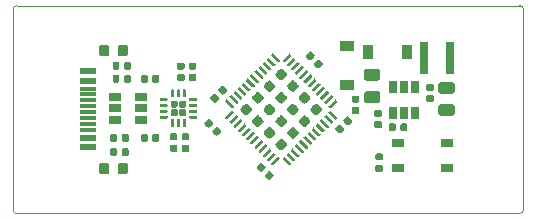
<source format=gtp>
G04 #@! TF.GenerationSoftware,KiCad,Pcbnew,5.0.1*
G04 #@! TF.CreationDate,2019-10-17T01:22:15+02:00*
G04 #@! TF.ProjectId,OtterPill,4F7474657250696C6C2E6B696361645F,rev?*
G04 #@! TF.SameCoordinates,Original*
G04 #@! TF.FileFunction,Paste,Top*
G04 #@! TF.FilePolarity,Positive*
%FSLAX46Y46*%
G04 Gerber Fmt 4.6, Leading zero omitted, Abs format (unit mm)*
G04 Created by KiCad (PCBNEW 5.0.1) date Thu 17 Oct 2019 01:22:15 AM CEST*
%MOMM*%
%LPD*%
G01*
G04 APERTURE LIST*
%ADD10C,0.050000*%
%ADD11C,0.100000*%
%ADD12C,0.250000*%
%ADD13C,0.800000*%
%ADD14R,0.900000X1.200000*%
%ADD15R,0.800000X2.700000*%
%ADD16R,1.050000X0.650000*%
%ADD17R,1.200000X0.900000*%
%ADD18C,0.590000*%
%ADD19C,0.580000*%
%ADD20R,0.650000X1.060000*%
%ADD21R,1.060000X0.650000*%
%ADD22R,1.450000X0.600000*%
%ADD23R,1.450000X0.300000*%
%ADD24C,0.875000*%
%ADD25C,0.975000*%
G04 APERTURE END LIST*
D10*
X63200000Y-37100000D02*
G75*
G02X62900000Y-37400000I-300000J0D01*
G01*
X62900000Y-19800000D02*
G75*
G02X63200000Y-20100000I0J-300000D01*
G01*
X20000000Y-20100000D02*
G75*
G02X20300000Y-19800000I300000J0D01*
G01*
X20300000Y-37400000D02*
G75*
G02X20000000Y-37100000I0J300000D01*
G01*
X20000000Y-37100000D02*
X20000000Y-20100000D01*
X62900000Y-37400000D02*
X20300000Y-37400000D01*
X63200000Y-20100000D02*
X63200000Y-37100000D01*
X20300000Y-19800000D02*
X62900000Y-19800000D01*
D11*
G04 #@! TO.C,U2*
G36*
X46860378Y-28704527D02*
X46866445Y-28705427D01*
X46872395Y-28706917D01*
X46878170Y-28708984D01*
X46883714Y-28711606D01*
X46888975Y-28714759D01*
X46893902Y-28718413D01*
X46898446Y-28722532D01*
X47428776Y-29252862D01*
X47432895Y-29257406D01*
X47436549Y-29262333D01*
X47439702Y-29267594D01*
X47442324Y-29273138D01*
X47444391Y-29278913D01*
X47445881Y-29284863D01*
X47446781Y-29290930D01*
X47447082Y-29297056D01*
X47446781Y-29303182D01*
X47445881Y-29309249D01*
X47444391Y-29315199D01*
X47442324Y-29320974D01*
X47439702Y-29326518D01*
X47436549Y-29331779D01*
X47432895Y-29336706D01*
X47428776Y-29341250D01*
X47340388Y-29429638D01*
X47335844Y-29433757D01*
X47330917Y-29437411D01*
X47325656Y-29440564D01*
X47320112Y-29443186D01*
X47314337Y-29445253D01*
X47308387Y-29446743D01*
X47302320Y-29447643D01*
X47296194Y-29447944D01*
X47290068Y-29447643D01*
X47284001Y-29446743D01*
X47278051Y-29445253D01*
X47272276Y-29443186D01*
X47266732Y-29440564D01*
X47261471Y-29437411D01*
X47256544Y-29433757D01*
X47252000Y-29429638D01*
X46721670Y-28899308D01*
X46717551Y-28894764D01*
X46713897Y-28889837D01*
X46710744Y-28884576D01*
X46708122Y-28879032D01*
X46706055Y-28873257D01*
X46704565Y-28867307D01*
X46703665Y-28861240D01*
X46703364Y-28855114D01*
X46703665Y-28848988D01*
X46704565Y-28842921D01*
X46706055Y-28836971D01*
X46708122Y-28831196D01*
X46710744Y-28825652D01*
X46713897Y-28820391D01*
X46717551Y-28815464D01*
X46721670Y-28810920D01*
X46810058Y-28722532D01*
X46814602Y-28718413D01*
X46819529Y-28714759D01*
X46824790Y-28711606D01*
X46830334Y-28708984D01*
X46836109Y-28706917D01*
X46842059Y-28705427D01*
X46848126Y-28704527D01*
X46854252Y-28704226D01*
X46860378Y-28704527D01*
X46860378Y-28704527D01*
G37*
D12*
X47075223Y-29076085D03*
D11*
G36*
X46506825Y-29058080D02*
X46512892Y-29058980D01*
X46518842Y-29060470D01*
X46524617Y-29062537D01*
X46530161Y-29065159D01*
X46535422Y-29068312D01*
X46540349Y-29071966D01*
X46544893Y-29076085D01*
X47075223Y-29606415D01*
X47079342Y-29610959D01*
X47082996Y-29615886D01*
X47086149Y-29621147D01*
X47088771Y-29626691D01*
X47090838Y-29632466D01*
X47092328Y-29638416D01*
X47093228Y-29644483D01*
X47093529Y-29650609D01*
X47093228Y-29656735D01*
X47092328Y-29662802D01*
X47090838Y-29668752D01*
X47088771Y-29674527D01*
X47086149Y-29680071D01*
X47082996Y-29685332D01*
X47079342Y-29690259D01*
X47075223Y-29694803D01*
X46986835Y-29783191D01*
X46982291Y-29787310D01*
X46977364Y-29790964D01*
X46972103Y-29794117D01*
X46966559Y-29796739D01*
X46960784Y-29798806D01*
X46954834Y-29800296D01*
X46948767Y-29801196D01*
X46942641Y-29801497D01*
X46936515Y-29801196D01*
X46930448Y-29800296D01*
X46924498Y-29798806D01*
X46918723Y-29796739D01*
X46913179Y-29794117D01*
X46907918Y-29790964D01*
X46902991Y-29787310D01*
X46898447Y-29783191D01*
X46368117Y-29252861D01*
X46363998Y-29248317D01*
X46360344Y-29243390D01*
X46357191Y-29238129D01*
X46354569Y-29232585D01*
X46352502Y-29226810D01*
X46351012Y-29220860D01*
X46350112Y-29214793D01*
X46349811Y-29208667D01*
X46350112Y-29202541D01*
X46351012Y-29196474D01*
X46352502Y-29190524D01*
X46354569Y-29184749D01*
X46357191Y-29179205D01*
X46360344Y-29173944D01*
X46363998Y-29169017D01*
X46368117Y-29164473D01*
X46456505Y-29076085D01*
X46461049Y-29071966D01*
X46465976Y-29068312D01*
X46471237Y-29065159D01*
X46476781Y-29062537D01*
X46482556Y-29060470D01*
X46488506Y-29058980D01*
X46494573Y-29058080D01*
X46500699Y-29057779D01*
X46506825Y-29058080D01*
X46506825Y-29058080D01*
G37*
D12*
X46721670Y-29429638D03*
D11*
G36*
X46153271Y-29411634D02*
X46159338Y-29412534D01*
X46165288Y-29414024D01*
X46171063Y-29416091D01*
X46176607Y-29418713D01*
X46181868Y-29421866D01*
X46186795Y-29425520D01*
X46191339Y-29429639D01*
X46721669Y-29959969D01*
X46725788Y-29964513D01*
X46729442Y-29969440D01*
X46732595Y-29974701D01*
X46735217Y-29980245D01*
X46737284Y-29986020D01*
X46738774Y-29991970D01*
X46739674Y-29998037D01*
X46739975Y-30004163D01*
X46739674Y-30010289D01*
X46738774Y-30016356D01*
X46737284Y-30022306D01*
X46735217Y-30028081D01*
X46732595Y-30033625D01*
X46729442Y-30038886D01*
X46725788Y-30043813D01*
X46721669Y-30048357D01*
X46633281Y-30136745D01*
X46628737Y-30140864D01*
X46623810Y-30144518D01*
X46618549Y-30147671D01*
X46613005Y-30150293D01*
X46607230Y-30152360D01*
X46601280Y-30153850D01*
X46595213Y-30154750D01*
X46589087Y-30155051D01*
X46582961Y-30154750D01*
X46576894Y-30153850D01*
X46570944Y-30152360D01*
X46565169Y-30150293D01*
X46559625Y-30147671D01*
X46554364Y-30144518D01*
X46549437Y-30140864D01*
X46544893Y-30136745D01*
X46014563Y-29606415D01*
X46010444Y-29601871D01*
X46006790Y-29596944D01*
X46003637Y-29591683D01*
X46001015Y-29586139D01*
X45998948Y-29580364D01*
X45997458Y-29574414D01*
X45996558Y-29568347D01*
X45996257Y-29562221D01*
X45996558Y-29556095D01*
X45997458Y-29550028D01*
X45998948Y-29544078D01*
X46001015Y-29538303D01*
X46003637Y-29532759D01*
X46006790Y-29527498D01*
X46010444Y-29522571D01*
X46014563Y-29518027D01*
X46102951Y-29429639D01*
X46107495Y-29425520D01*
X46112422Y-29421866D01*
X46117683Y-29418713D01*
X46123227Y-29416091D01*
X46129002Y-29414024D01*
X46134952Y-29412534D01*
X46141019Y-29411634D01*
X46147145Y-29411333D01*
X46153271Y-29411634D01*
X46153271Y-29411634D01*
G37*
D12*
X46368116Y-29783192D03*
D11*
G36*
X45799718Y-29765187D02*
X45805785Y-29766087D01*
X45811735Y-29767577D01*
X45817510Y-29769644D01*
X45823054Y-29772266D01*
X45828315Y-29775419D01*
X45833242Y-29779073D01*
X45837786Y-29783192D01*
X46368116Y-30313522D01*
X46372235Y-30318066D01*
X46375889Y-30322993D01*
X46379042Y-30328254D01*
X46381664Y-30333798D01*
X46383731Y-30339573D01*
X46385221Y-30345523D01*
X46386121Y-30351590D01*
X46386422Y-30357716D01*
X46386121Y-30363842D01*
X46385221Y-30369909D01*
X46383731Y-30375859D01*
X46381664Y-30381634D01*
X46379042Y-30387178D01*
X46375889Y-30392439D01*
X46372235Y-30397366D01*
X46368116Y-30401910D01*
X46279728Y-30490298D01*
X46275184Y-30494417D01*
X46270257Y-30498071D01*
X46264996Y-30501224D01*
X46259452Y-30503846D01*
X46253677Y-30505913D01*
X46247727Y-30507403D01*
X46241660Y-30508303D01*
X46235534Y-30508604D01*
X46229408Y-30508303D01*
X46223341Y-30507403D01*
X46217391Y-30505913D01*
X46211616Y-30503846D01*
X46206072Y-30501224D01*
X46200811Y-30498071D01*
X46195884Y-30494417D01*
X46191340Y-30490298D01*
X45661010Y-29959968D01*
X45656891Y-29955424D01*
X45653237Y-29950497D01*
X45650084Y-29945236D01*
X45647462Y-29939692D01*
X45645395Y-29933917D01*
X45643905Y-29927967D01*
X45643005Y-29921900D01*
X45642704Y-29915774D01*
X45643005Y-29909648D01*
X45643905Y-29903581D01*
X45645395Y-29897631D01*
X45647462Y-29891856D01*
X45650084Y-29886312D01*
X45653237Y-29881051D01*
X45656891Y-29876124D01*
X45661010Y-29871580D01*
X45749398Y-29783192D01*
X45753942Y-29779073D01*
X45758869Y-29775419D01*
X45764130Y-29772266D01*
X45769674Y-29769644D01*
X45775449Y-29767577D01*
X45781399Y-29766087D01*
X45787466Y-29765187D01*
X45793592Y-29764886D01*
X45799718Y-29765187D01*
X45799718Y-29765187D01*
G37*
D12*
X46014563Y-30136745D03*
D11*
G36*
X45446165Y-30118740D02*
X45452232Y-30119640D01*
X45458182Y-30121130D01*
X45463957Y-30123197D01*
X45469501Y-30125819D01*
X45474762Y-30128972D01*
X45479689Y-30132626D01*
X45484233Y-30136745D01*
X46014563Y-30667075D01*
X46018682Y-30671619D01*
X46022336Y-30676546D01*
X46025489Y-30681807D01*
X46028111Y-30687351D01*
X46030178Y-30693126D01*
X46031668Y-30699076D01*
X46032568Y-30705143D01*
X46032869Y-30711269D01*
X46032568Y-30717395D01*
X46031668Y-30723462D01*
X46030178Y-30729412D01*
X46028111Y-30735187D01*
X46025489Y-30740731D01*
X46022336Y-30745992D01*
X46018682Y-30750919D01*
X46014563Y-30755463D01*
X45926175Y-30843851D01*
X45921631Y-30847970D01*
X45916704Y-30851624D01*
X45911443Y-30854777D01*
X45905899Y-30857399D01*
X45900124Y-30859466D01*
X45894174Y-30860956D01*
X45888107Y-30861856D01*
X45881981Y-30862157D01*
X45875855Y-30861856D01*
X45869788Y-30860956D01*
X45863838Y-30859466D01*
X45858063Y-30857399D01*
X45852519Y-30854777D01*
X45847258Y-30851624D01*
X45842331Y-30847970D01*
X45837787Y-30843851D01*
X45307457Y-30313521D01*
X45303338Y-30308977D01*
X45299684Y-30304050D01*
X45296531Y-30298789D01*
X45293909Y-30293245D01*
X45291842Y-30287470D01*
X45290352Y-30281520D01*
X45289452Y-30275453D01*
X45289151Y-30269327D01*
X45289452Y-30263201D01*
X45290352Y-30257134D01*
X45291842Y-30251184D01*
X45293909Y-30245409D01*
X45296531Y-30239865D01*
X45299684Y-30234604D01*
X45303338Y-30229677D01*
X45307457Y-30225133D01*
X45395845Y-30136745D01*
X45400389Y-30132626D01*
X45405316Y-30128972D01*
X45410577Y-30125819D01*
X45416121Y-30123197D01*
X45421896Y-30121130D01*
X45427846Y-30119640D01*
X45433913Y-30118740D01*
X45440039Y-30118439D01*
X45446165Y-30118740D01*
X45446165Y-30118740D01*
G37*
D12*
X45661010Y-30490298D03*
D11*
G36*
X45092611Y-30472294D02*
X45098678Y-30473194D01*
X45104628Y-30474684D01*
X45110403Y-30476751D01*
X45115947Y-30479373D01*
X45121208Y-30482526D01*
X45126135Y-30486180D01*
X45130679Y-30490299D01*
X45661009Y-31020629D01*
X45665128Y-31025173D01*
X45668782Y-31030100D01*
X45671935Y-31035361D01*
X45674557Y-31040905D01*
X45676624Y-31046680D01*
X45678114Y-31052630D01*
X45679014Y-31058697D01*
X45679315Y-31064823D01*
X45679014Y-31070949D01*
X45678114Y-31077016D01*
X45676624Y-31082966D01*
X45674557Y-31088741D01*
X45671935Y-31094285D01*
X45668782Y-31099546D01*
X45665128Y-31104473D01*
X45661009Y-31109017D01*
X45572621Y-31197405D01*
X45568077Y-31201524D01*
X45563150Y-31205178D01*
X45557889Y-31208331D01*
X45552345Y-31210953D01*
X45546570Y-31213020D01*
X45540620Y-31214510D01*
X45534553Y-31215410D01*
X45528427Y-31215711D01*
X45522301Y-31215410D01*
X45516234Y-31214510D01*
X45510284Y-31213020D01*
X45504509Y-31210953D01*
X45498965Y-31208331D01*
X45493704Y-31205178D01*
X45488777Y-31201524D01*
X45484233Y-31197405D01*
X44953903Y-30667075D01*
X44949784Y-30662531D01*
X44946130Y-30657604D01*
X44942977Y-30652343D01*
X44940355Y-30646799D01*
X44938288Y-30641024D01*
X44936798Y-30635074D01*
X44935898Y-30629007D01*
X44935597Y-30622881D01*
X44935898Y-30616755D01*
X44936798Y-30610688D01*
X44938288Y-30604738D01*
X44940355Y-30598963D01*
X44942977Y-30593419D01*
X44946130Y-30588158D01*
X44949784Y-30583231D01*
X44953903Y-30578687D01*
X45042291Y-30490299D01*
X45046835Y-30486180D01*
X45051762Y-30482526D01*
X45057023Y-30479373D01*
X45062567Y-30476751D01*
X45068342Y-30474684D01*
X45074292Y-30473194D01*
X45080359Y-30472294D01*
X45086485Y-30471993D01*
X45092611Y-30472294D01*
X45092611Y-30472294D01*
G37*
D12*
X45307456Y-30843852D03*
D11*
G36*
X44739058Y-30825847D02*
X44745125Y-30826747D01*
X44751075Y-30828237D01*
X44756850Y-30830304D01*
X44762394Y-30832926D01*
X44767655Y-30836079D01*
X44772582Y-30839733D01*
X44777126Y-30843852D01*
X45307456Y-31374182D01*
X45311575Y-31378726D01*
X45315229Y-31383653D01*
X45318382Y-31388914D01*
X45321004Y-31394458D01*
X45323071Y-31400233D01*
X45324561Y-31406183D01*
X45325461Y-31412250D01*
X45325762Y-31418376D01*
X45325461Y-31424502D01*
X45324561Y-31430569D01*
X45323071Y-31436519D01*
X45321004Y-31442294D01*
X45318382Y-31447838D01*
X45315229Y-31453099D01*
X45311575Y-31458026D01*
X45307456Y-31462570D01*
X45219068Y-31550958D01*
X45214524Y-31555077D01*
X45209597Y-31558731D01*
X45204336Y-31561884D01*
X45198792Y-31564506D01*
X45193017Y-31566573D01*
X45187067Y-31568063D01*
X45181000Y-31568963D01*
X45174874Y-31569264D01*
X45168748Y-31568963D01*
X45162681Y-31568063D01*
X45156731Y-31566573D01*
X45150956Y-31564506D01*
X45145412Y-31561884D01*
X45140151Y-31558731D01*
X45135224Y-31555077D01*
X45130680Y-31550958D01*
X44600350Y-31020628D01*
X44596231Y-31016084D01*
X44592577Y-31011157D01*
X44589424Y-31005896D01*
X44586802Y-31000352D01*
X44584735Y-30994577D01*
X44583245Y-30988627D01*
X44582345Y-30982560D01*
X44582044Y-30976434D01*
X44582345Y-30970308D01*
X44583245Y-30964241D01*
X44584735Y-30958291D01*
X44586802Y-30952516D01*
X44589424Y-30946972D01*
X44592577Y-30941711D01*
X44596231Y-30936784D01*
X44600350Y-30932240D01*
X44688738Y-30843852D01*
X44693282Y-30839733D01*
X44698209Y-30836079D01*
X44703470Y-30832926D01*
X44709014Y-30830304D01*
X44714789Y-30828237D01*
X44720739Y-30826747D01*
X44726806Y-30825847D01*
X44732932Y-30825546D01*
X44739058Y-30825847D01*
X44739058Y-30825847D01*
G37*
D12*
X44953903Y-31197405D03*
D11*
G36*
X44385504Y-31179401D02*
X44391571Y-31180301D01*
X44397521Y-31181791D01*
X44403296Y-31183858D01*
X44408840Y-31186480D01*
X44414101Y-31189633D01*
X44419028Y-31193287D01*
X44423572Y-31197406D01*
X44953902Y-31727736D01*
X44958021Y-31732280D01*
X44961675Y-31737207D01*
X44964828Y-31742468D01*
X44967450Y-31748012D01*
X44969517Y-31753787D01*
X44971007Y-31759737D01*
X44971907Y-31765804D01*
X44972208Y-31771930D01*
X44971907Y-31778056D01*
X44971007Y-31784123D01*
X44969517Y-31790073D01*
X44967450Y-31795848D01*
X44964828Y-31801392D01*
X44961675Y-31806653D01*
X44958021Y-31811580D01*
X44953902Y-31816124D01*
X44865514Y-31904512D01*
X44860970Y-31908631D01*
X44856043Y-31912285D01*
X44850782Y-31915438D01*
X44845238Y-31918060D01*
X44839463Y-31920127D01*
X44833513Y-31921617D01*
X44827446Y-31922517D01*
X44821320Y-31922818D01*
X44815194Y-31922517D01*
X44809127Y-31921617D01*
X44803177Y-31920127D01*
X44797402Y-31918060D01*
X44791858Y-31915438D01*
X44786597Y-31912285D01*
X44781670Y-31908631D01*
X44777126Y-31904512D01*
X44246796Y-31374182D01*
X44242677Y-31369638D01*
X44239023Y-31364711D01*
X44235870Y-31359450D01*
X44233248Y-31353906D01*
X44231181Y-31348131D01*
X44229691Y-31342181D01*
X44228791Y-31336114D01*
X44228490Y-31329988D01*
X44228791Y-31323862D01*
X44229691Y-31317795D01*
X44231181Y-31311845D01*
X44233248Y-31306070D01*
X44235870Y-31300526D01*
X44239023Y-31295265D01*
X44242677Y-31290338D01*
X44246796Y-31285794D01*
X44335184Y-31197406D01*
X44339728Y-31193287D01*
X44344655Y-31189633D01*
X44349916Y-31186480D01*
X44355460Y-31183858D01*
X44361235Y-31181791D01*
X44367185Y-31180301D01*
X44373252Y-31179401D01*
X44379378Y-31179100D01*
X44385504Y-31179401D01*
X44385504Y-31179401D01*
G37*
D12*
X44600349Y-31550959D03*
D11*
G36*
X44031951Y-31532954D02*
X44038018Y-31533854D01*
X44043968Y-31535344D01*
X44049743Y-31537411D01*
X44055287Y-31540033D01*
X44060548Y-31543186D01*
X44065475Y-31546840D01*
X44070019Y-31550959D01*
X44600349Y-32081289D01*
X44604468Y-32085833D01*
X44608122Y-32090760D01*
X44611275Y-32096021D01*
X44613897Y-32101565D01*
X44615964Y-32107340D01*
X44617454Y-32113290D01*
X44618354Y-32119357D01*
X44618655Y-32125483D01*
X44618354Y-32131609D01*
X44617454Y-32137676D01*
X44615964Y-32143626D01*
X44613897Y-32149401D01*
X44611275Y-32154945D01*
X44608122Y-32160206D01*
X44604468Y-32165133D01*
X44600349Y-32169677D01*
X44511961Y-32258065D01*
X44507417Y-32262184D01*
X44502490Y-32265838D01*
X44497229Y-32268991D01*
X44491685Y-32271613D01*
X44485910Y-32273680D01*
X44479960Y-32275170D01*
X44473893Y-32276070D01*
X44467767Y-32276371D01*
X44461641Y-32276070D01*
X44455574Y-32275170D01*
X44449624Y-32273680D01*
X44443849Y-32271613D01*
X44438305Y-32268991D01*
X44433044Y-32265838D01*
X44428117Y-32262184D01*
X44423573Y-32258065D01*
X43893243Y-31727735D01*
X43889124Y-31723191D01*
X43885470Y-31718264D01*
X43882317Y-31713003D01*
X43879695Y-31707459D01*
X43877628Y-31701684D01*
X43876138Y-31695734D01*
X43875238Y-31689667D01*
X43874937Y-31683541D01*
X43875238Y-31677415D01*
X43876138Y-31671348D01*
X43877628Y-31665398D01*
X43879695Y-31659623D01*
X43882317Y-31654079D01*
X43885470Y-31648818D01*
X43889124Y-31643891D01*
X43893243Y-31639347D01*
X43981631Y-31550959D01*
X43986175Y-31546840D01*
X43991102Y-31543186D01*
X43996363Y-31540033D01*
X44001907Y-31537411D01*
X44007682Y-31535344D01*
X44013632Y-31533854D01*
X44019699Y-31532954D01*
X44025825Y-31532653D01*
X44031951Y-31532954D01*
X44031951Y-31532954D01*
G37*
D12*
X44246796Y-31904512D03*
D11*
G36*
X43678398Y-31886507D02*
X43684465Y-31887407D01*
X43690415Y-31888897D01*
X43696190Y-31890964D01*
X43701734Y-31893586D01*
X43706995Y-31896739D01*
X43711922Y-31900393D01*
X43716466Y-31904512D01*
X44246796Y-32434842D01*
X44250915Y-32439386D01*
X44254569Y-32444313D01*
X44257722Y-32449574D01*
X44260344Y-32455118D01*
X44262411Y-32460893D01*
X44263901Y-32466843D01*
X44264801Y-32472910D01*
X44265102Y-32479036D01*
X44264801Y-32485162D01*
X44263901Y-32491229D01*
X44262411Y-32497179D01*
X44260344Y-32502954D01*
X44257722Y-32508498D01*
X44254569Y-32513759D01*
X44250915Y-32518686D01*
X44246796Y-32523230D01*
X44158408Y-32611618D01*
X44153864Y-32615737D01*
X44148937Y-32619391D01*
X44143676Y-32622544D01*
X44138132Y-32625166D01*
X44132357Y-32627233D01*
X44126407Y-32628723D01*
X44120340Y-32629623D01*
X44114214Y-32629924D01*
X44108088Y-32629623D01*
X44102021Y-32628723D01*
X44096071Y-32627233D01*
X44090296Y-32625166D01*
X44084752Y-32622544D01*
X44079491Y-32619391D01*
X44074564Y-32615737D01*
X44070020Y-32611618D01*
X43539690Y-32081288D01*
X43535571Y-32076744D01*
X43531917Y-32071817D01*
X43528764Y-32066556D01*
X43526142Y-32061012D01*
X43524075Y-32055237D01*
X43522585Y-32049287D01*
X43521685Y-32043220D01*
X43521384Y-32037094D01*
X43521685Y-32030968D01*
X43522585Y-32024901D01*
X43524075Y-32018951D01*
X43526142Y-32013176D01*
X43528764Y-32007632D01*
X43531917Y-32002371D01*
X43535571Y-31997444D01*
X43539690Y-31992900D01*
X43628078Y-31904512D01*
X43632622Y-31900393D01*
X43637549Y-31896739D01*
X43642810Y-31893586D01*
X43648354Y-31890964D01*
X43654129Y-31888897D01*
X43660079Y-31887407D01*
X43666146Y-31886507D01*
X43672272Y-31886206D01*
X43678398Y-31886507D01*
X43678398Y-31886507D01*
G37*
D12*
X43893243Y-32258065D03*
D11*
G36*
X43324844Y-32240061D02*
X43330911Y-32240961D01*
X43336861Y-32242451D01*
X43342636Y-32244518D01*
X43348180Y-32247140D01*
X43353441Y-32250293D01*
X43358368Y-32253947D01*
X43362912Y-32258066D01*
X43893242Y-32788396D01*
X43897361Y-32792940D01*
X43901015Y-32797867D01*
X43904168Y-32803128D01*
X43906790Y-32808672D01*
X43908857Y-32814447D01*
X43910347Y-32820397D01*
X43911247Y-32826464D01*
X43911548Y-32832590D01*
X43911247Y-32838716D01*
X43910347Y-32844783D01*
X43908857Y-32850733D01*
X43906790Y-32856508D01*
X43904168Y-32862052D01*
X43901015Y-32867313D01*
X43897361Y-32872240D01*
X43893242Y-32876784D01*
X43804854Y-32965172D01*
X43800310Y-32969291D01*
X43795383Y-32972945D01*
X43790122Y-32976098D01*
X43784578Y-32978720D01*
X43778803Y-32980787D01*
X43772853Y-32982277D01*
X43766786Y-32983177D01*
X43760660Y-32983478D01*
X43754534Y-32983177D01*
X43748467Y-32982277D01*
X43742517Y-32980787D01*
X43736742Y-32978720D01*
X43731198Y-32976098D01*
X43725937Y-32972945D01*
X43721010Y-32969291D01*
X43716466Y-32965172D01*
X43186136Y-32434842D01*
X43182017Y-32430298D01*
X43178363Y-32425371D01*
X43175210Y-32420110D01*
X43172588Y-32414566D01*
X43170521Y-32408791D01*
X43169031Y-32402841D01*
X43168131Y-32396774D01*
X43167830Y-32390648D01*
X43168131Y-32384522D01*
X43169031Y-32378455D01*
X43170521Y-32372505D01*
X43172588Y-32366730D01*
X43175210Y-32361186D01*
X43178363Y-32355925D01*
X43182017Y-32350998D01*
X43186136Y-32346454D01*
X43274524Y-32258066D01*
X43279068Y-32253947D01*
X43283995Y-32250293D01*
X43289256Y-32247140D01*
X43294800Y-32244518D01*
X43300575Y-32242451D01*
X43306525Y-32240961D01*
X43312592Y-32240061D01*
X43318718Y-32239760D01*
X43324844Y-32240061D01*
X43324844Y-32240061D01*
G37*
D12*
X43539689Y-32611619D03*
D11*
G36*
X42971291Y-32593614D02*
X42977358Y-32594514D01*
X42983308Y-32596004D01*
X42989083Y-32598071D01*
X42994627Y-32600693D01*
X42999888Y-32603846D01*
X43004815Y-32607500D01*
X43009359Y-32611619D01*
X43539689Y-33141949D01*
X43543808Y-33146493D01*
X43547462Y-33151420D01*
X43550615Y-33156681D01*
X43553237Y-33162225D01*
X43555304Y-33168000D01*
X43556794Y-33173950D01*
X43557694Y-33180017D01*
X43557995Y-33186143D01*
X43557694Y-33192269D01*
X43556794Y-33198336D01*
X43555304Y-33204286D01*
X43553237Y-33210061D01*
X43550615Y-33215605D01*
X43547462Y-33220866D01*
X43543808Y-33225793D01*
X43539689Y-33230337D01*
X43451301Y-33318725D01*
X43446757Y-33322844D01*
X43441830Y-33326498D01*
X43436569Y-33329651D01*
X43431025Y-33332273D01*
X43425250Y-33334340D01*
X43419300Y-33335830D01*
X43413233Y-33336730D01*
X43407107Y-33337031D01*
X43400981Y-33336730D01*
X43394914Y-33335830D01*
X43388964Y-33334340D01*
X43383189Y-33332273D01*
X43377645Y-33329651D01*
X43372384Y-33326498D01*
X43367457Y-33322844D01*
X43362913Y-33318725D01*
X42832583Y-32788395D01*
X42828464Y-32783851D01*
X42824810Y-32778924D01*
X42821657Y-32773663D01*
X42819035Y-32768119D01*
X42816968Y-32762344D01*
X42815478Y-32756394D01*
X42814578Y-32750327D01*
X42814277Y-32744201D01*
X42814578Y-32738075D01*
X42815478Y-32732008D01*
X42816968Y-32726058D01*
X42819035Y-32720283D01*
X42821657Y-32714739D01*
X42824810Y-32709478D01*
X42828464Y-32704551D01*
X42832583Y-32700007D01*
X42920971Y-32611619D01*
X42925515Y-32607500D01*
X42930442Y-32603846D01*
X42935703Y-32600693D01*
X42941247Y-32598071D01*
X42947022Y-32596004D01*
X42952972Y-32594514D01*
X42959039Y-32593614D01*
X42965165Y-32593313D01*
X42971291Y-32593614D01*
X42971291Y-32593614D01*
G37*
D12*
X43186136Y-32965172D03*
D11*
G36*
X42440961Y-32593614D02*
X42447028Y-32594514D01*
X42452978Y-32596004D01*
X42458753Y-32598071D01*
X42464297Y-32600693D01*
X42469558Y-32603846D01*
X42474485Y-32607500D01*
X42479029Y-32611619D01*
X42567417Y-32700007D01*
X42571536Y-32704551D01*
X42575190Y-32709478D01*
X42578343Y-32714739D01*
X42580965Y-32720283D01*
X42583032Y-32726058D01*
X42584522Y-32732008D01*
X42585422Y-32738075D01*
X42585723Y-32744201D01*
X42585422Y-32750327D01*
X42584522Y-32756394D01*
X42583032Y-32762344D01*
X42580965Y-32768119D01*
X42578343Y-32773663D01*
X42575190Y-32778924D01*
X42571536Y-32783851D01*
X42567417Y-32788395D01*
X42037087Y-33318725D01*
X42032543Y-33322844D01*
X42027616Y-33326498D01*
X42022355Y-33329651D01*
X42016811Y-33332273D01*
X42011036Y-33334340D01*
X42005086Y-33335830D01*
X41999019Y-33336730D01*
X41992893Y-33337031D01*
X41986767Y-33336730D01*
X41980700Y-33335830D01*
X41974750Y-33334340D01*
X41968975Y-33332273D01*
X41963431Y-33329651D01*
X41958170Y-33326498D01*
X41953243Y-33322844D01*
X41948699Y-33318725D01*
X41860311Y-33230337D01*
X41856192Y-33225793D01*
X41852538Y-33220866D01*
X41849385Y-33215605D01*
X41846763Y-33210061D01*
X41844696Y-33204286D01*
X41843206Y-33198336D01*
X41842306Y-33192269D01*
X41842005Y-33186143D01*
X41842306Y-33180017D01*
X41843206Y-33173950D01*
X41844696Y-33168000D01*
X41846763Y-33162225D01*
X41849385Y-33156681D01*
X41852538Y-33151420D01*
X41856192Y-33146493D01*
X41860311Y-33141949D01*
X42390641Y-32611619D01*
X42395185Y-32607500D01*
X42400112Y-32603846D01*
X42405373Y-32600693D01*
X42410917Y-32598071D01*
X42416692Y-32596004D01*
X42422642Y-32594514D01*
X42428709Y-32593614D01*
X42434835Y-32593313D01*
X42440961Y-32593614D01*
X42440961Y-32593614D01*
G37*
D12*
X42213864Y-32965172D03*
D11*
G36*
X42087408Y-32240061D02*
X42093475Y-32240961D01*
X42099425Y-32242451D01*
X42105200Y-32244518D01*
X42110744Y-32247140D01*
X42116005Y-32250293D01*
X42120932Y-32253947D01*
X42125476Y-32258066D01*
X42213864Y-32346454D01*
X42217983Y-32350998D01*
X42221637Y-32355925D01*
X42224790Y-32361186D01*
X42227412Y-32366730D01*
X42229479Y-32372505D01*
X42230969Y-32378455D01*
X42231869Y-32384522D01*
X42232170Y-32390648D01*
X42231869Y-32396774D01*
X42230969Y-32402841D01*
X42229479Y-32408791D01*
X42227412Y-32414566D01*
X42224790Y-32420110D01*
X42221637Y-32425371D01*
X42217983Y-32430298D01*
X42213864Y-32434842D01*
X41683534Y-32965172D01*
X41678990Y-32969291D01*
X41674063Y-32972945D01*
X41668802Y-32976098D01*
X41663258Y-32978720D01*
X41657483Y-32980787D01*
X41651533Y-32982277D01*
X41645466Y-32983177D01*
X41639340Y-32983478D01*
X41633214Y-32983177D01*
X41627147Y-32982277D01*
X41621197Y-32980787D01*
X41615422Y-32978720D01*
X41609878Y-32976098D01*
X41604617Y-32972945D01*
X41599690Y-32969291D01*
X41595146Y-32965172D01*
X41506758Y-32876784D01*
X41502639Y-32872240D01*
X41498985Y-32867313D01*
X41495832Y-32862052D01*
X41493210Y-32856508D01*
X41491143Y-32850733D01*
X41489653Y-32844783D01*
X41488753Y-32838716D01*
X41488452Y-32832590D01*
X41488753Y-32826464D01*
X41489653Y-32820397D01*
X41491143Y-32814447D01*
X41493210Y-32808672D01*
X41495832Y-32803128D01*
X41498985Y-32797867D01*
X41502639Y-32792940D01*
X41506758Y-32788396D01*
X42037088Y-32258066D01*
X42041632Y-32253947D01*
X42046559Y-32250293D01*
X42051820Y-32247140D01*
X42057364Y-32244518D01*
X42063139Y-32242451D01*
X42069089Y-32240961D01*
X42075156Y-32240061D01*
X42081282Y-32239760D01*
X42087408Y-32240061D01*
X42087408Y-32240061D01*
G37*
D12*
X41860311Y-32611619D03*
D11*
G36*
X41733854Y-31886507D02*
X41739921Y-31887407D01*
X41745871Y-31888897D01*
X41751646Y-31890964D01*
X41757190Y-31893586D01*
X41762451Y-31896739D01*
X41767378Y-31900393D01*
X41771922Y-31904512D01*
X41860310Y-31992900D01*
X41864429Y-31997444D01*
X41868083Y-32002371D01*
X41871236Y-32007632D01*
X41873858Y-32013176D01*
X41875925Y-32018951D01*
X41877415Y-32024901D01*
X41878315Y-32030968D01*
X41878616Y-32037094D01*
X41878315Y-32043220D01*
X41877415Y-32049287D01*
X41875925Y-32055237D01*
X41873858Y-32061012D01*
X41871236Y-32066556D01*
X41868083Y-32071817D01*
X41864429Y-32076744D01*
X41860310Y-32081288D01*
X41329980Y-32611618D01*
X41325436Y-32615737D01*
X41320509Y-32619391D01*
X41315248Y-32622544D01*
X41309704Y-32625166D01*
X41303929Y-32627233D01*
X41297979Y-32628723D01*
X41291912Y-32629623D01*
X41285786Y-32629924D01*
X41279660Y-32629623D01*
X41273593Y-32628723D01*
X41267643Y-32627233D01*
X41261868Y-32625166D01*
X41256324Y-32622544D01*
X41251063Y-32619391D01*
X41246136Y-32615737D01*
X41241592Y-32611618D01*
X41153204Y-32523230D01*
X41149085Y-32518686D01*
X41145431Y-32513759D01*
X41142278Y-32508498D01*
X41139656Y-32502954D01*
X41137589Y-32497179D01*
X41136099Y-32491229D01*
X41135199Y-32485162D01*
X41134898Y-32479036D01*
X41135199Y-32472910D01*
X41136099Y-32466843D01*
X41137589Y-32460893D01*
X41139656Y-32455118D01*
X41142278Y-32449574D01*
X41145431Y-32444313D01*
X41149085Y-32439386D01*
X41153204Y-32434842D01*
X41683534Y-31904512D01*
X41688078Y-31900393D01*
X41693005Y-31896739D01*
X41698266Y-31893586D01*
X41703810Y-31890964D01*
X41709585Y-31888897D01*
X41715535Y-31887407D01*
X41721602Y-31886507D01*
X41727728Y-31886206D01*
X41733854Y-31886507D01*
X41733854Y-31886507D01*
G37*
D12*
X41506757Y-32258065D03*
D11*
G36*
X41380301Y-31532954D02*
X41386368Y-31533854D01*
X41392318Y-31535344D01*
X41398093Y-31537411D01*
X41403637Y-31540033D01*
X41408898Y-31543186D01*
X41413825Y-31546840D01*
X41418369Y-31550959D01*
X41506757Y-31639347D01*
X41510876Y-31643891D01*
X41514530Y-31648818D01*
X41517683Y-31654079D01*
X41520305Y-31659623D01*
X41522372Y-31665398D01*
X41523862Y-31671348D01*
X41524762Y-31677415D01*
X41525063Y-31683541D01*
X41524762Y-31689667D01*
X41523862Y-31695734D01*
X41522372Y-31701684D01*
X41520305Y-31707459D01*
X41517683Y-31713003D01*
X41514530Y-31718264D01*
X41510876Y-31723191D01*
X41506757Y-31727735D01*
X40976427Y-32258065D01*
X40971883Y-32262184D01*
X40966956Y-32265838D01*
X40961695Y-32268991D01*
X40956151Y-32271613D01*
X40950376Y-32273680D01*
X40944426Y-32275170D01*
X40938359Y-32276070D01*
X40932233Y-32276371D01*
X40926107Y-32276070D01*
X40920040Y-32275170D01*
X40914090Y-32273680D01*
X40908315Y-32271613D01*
X40902771Y-32268991D01*
X40897510Y-32265838D01*
X40892583Y-32262184D01*
X40888039Y-32258065D01*
X40799651Y-32169677D01*
X40795532Y-32165133D01*
X40791878Y-32160206D01*
X40788725Y-32154945D01*
X40786103Y-32149401D01*
X40784036Y-32143626D01*
X40782546Y-32137676D01*
X40781646Y-32131609D01*
X40781345Y-32125483D01*
X40781646Y-32119357D01*
X40782546Y-32113290D01*
X40784036Y-32107340D01*
X40786103Y-32101565D01*
X40788725Y-32096021D01*
X40791878Y-32090760D01*
X40795532Y-32085833D01*
X40799651Y-32081289D01*
X41329981Y-31550959D01*
X41334525Y-31546840D01*
X41339452Y-31543186D01*
X41344713Y-31540033D01*
X41350257Y-31537411D01*
X41356032Y-31535344D01*
X41361982Y-31533854D01*
X41368049Y-31532954D01*
X41374175Y-31532653D01*
X41380301Y-31532954D01*
X41380301Y-31532954D01*
G37*
D12*
X41153204Y-31904512D03*
D11*
G36*
X41026748Y-31179401D02*
X41032815Y-31180301D01*
X41038765Y-31181791D01*
X41044540Y-31183858D01*
X41050084Y-31186480D01*
X41055345Y-31189633D01*
X41060272Y-31193287D01*
X41064816Y-31197406D01*
X41153204Y-31285794D01*
X41157323Y-31290338D01*
X41160977Y-31295265D01*
X41164130Y-31300526D01*
X41166752Y-31306070D01*
X41168819Y-31311845D01*
X41170309Y-31317795D01*
X41171209Y-31323862D01*
X41171510Y-31329988D01*
X41171209Y-31336114D01*
X41170309Y-31342181D01*
X41168819Y-31348131D01*
X41166752Y-31353906D01*
X41164130Y-31359450D01*
X41160977Y-31364711D01*
X41157323Y-31369638D01*
X41153204Y-31374182D01*
X40622874Y-31904512D01*
X40618330Y-31908631D01*
X40613403Y-31912285D01*
X40608142Y-31915438D01*
X40602598Y-31918060D01*
X40596823Y-31920127D01*
X40590873Y-31921617D01*
X40584806Y-31922517D01*
X40578680Y-31922818D01*
X40572554Y-31922517D01*
X40566487Y-31921617D01*
X40560537Y-31920127D01*
X40554762Y-31918060D01*
X40549218Y-31915438D01*
X40543957Y-31912285D01*
X40539030Y-31908631D01*
X40534486Y-31904512D01*
X40446098Y-31816124D01*
X40441979Y-31811580D01*
X40438325Y-31806653D01*
X40435172Y-31801392D01*
X40432550Y-31795848D01*
X40430483Y-31790073D01*
X40428993Y-31784123D01*
X40428093Y-31778056D01*
X40427792Y-31771930D01*
X40428093Y-31765804D01*
X40428993Y-31759737D01*
X40430483Y-31753787D01*
X40432550Y-31748012D01*
X40435172Y-31742468D01*
X40438325Y-31737207D01*
X40441979Y-31732280D01*
X40446098Y-31727736D01*
X40976428Y-31197406D01*
X40980972Y-31193287D01*
X40985899Y-31189633D01*
X40991160Y-31186480D01*
X40996704Y-31183858D01*
X41002479Y-31181791D01*
X41008429Y-31180301D01*
X41014496Y-31179401D01*
X41020622Y-31179100D01*
X41026748Y-31179401D01*
X41026748Y-31179401D01*
G37*
D12*
X40799651Y-31550959D03*
D11*
G36*
X40673194Y-30825847D02*
X40679261Y-30826747D01*
X40685211Y-30828237D01*
X40690986Y-30830304D01*
X40696530Y-30832926D01*
X40701791Y-30836079D01*
X40706718Y-30839733D01*
X40711262Y-30843852D01*
X40799650Y-30932240D01*
X40803769Y-30936784D01*
X40807423Y-30941711D01*
X40810576Y-30946972D01*
X40813198Y-30952516D01*
X40815265Y-30958291D01*
X40816755Y-30964241D01*
X40817655Y-30970308D01*
X40817956Y-30976434D01*
X40817655Y-30982560D01*
X40816755Y-30988627D01*
X40815265Y-30994577D01*
X40813198Y-31000352D01*
X40810576Y-31005896D01*
X40807423Y-31011157D01*
X40803769Y-31016084D01*
X40799650Y-31020628D01*
X40269320Y-31550958D01*
X40264776Y-31555077D01*
X40259849Y-31558731D01*
X40254588Y-31561884D01*
X40249044Y-31564506D01*
X40243269Y-31566573D01*
X40237319Y-31568063D01*
X40231252Y-31568963D01*
X40225126Y-31569264D01*
X40219000Y-31568963D01*
X40212933Y-31568063D01*
X40206983Y-31566573D01*
X40201208Y-31564506D01*
X40195664Y-31561884D01*
X40190403Y-31558731D01*
X40185476Y-31555077D01*
X40180932Y-31550958D01*
X40092544Y-31462570D01*
X40088425Y-31458026D01*
X40084771Y-31453099D01*
X40081618Y-31447838D01*
X40078996Y-31442294D01*
X40076929Y-31436519D01*
X40075439Y-31430569D01*
X40074539Y-31424502D01*
X40074238Y-31418376D01*
X40074539Y-31412250D01*
X40075439Y-31406183D01*
X40076929Y-31400233D01*
X40078996Y-31394458D01*
X40081618Y-31388914D01*
X40084771Y-31383653D01*
X40088425Y-31378726D01*
X40092544Y-31374182D01*
X40622874Y-30843852D01*
X40627418Y-30839733D01*
X40632345Y-30836079D01*
X40637606Y-30832926D01*
X40643150Y-30830304D01*
X40648925Y-30828237D01*
X40654875Y-30826747D01*
X40660942Y-30825847D01*
X40667068Y-30825546D01*
X40673194Y-30825847D01*
X40673194Y-30825847D01*
G37*
D12*
X40446097Y-31197405D03*
D11*
G36*
X40319641Y-30472294D02*
X40325708Y-30473194D01*
X40331658Y-30474684D01*
X40337433Y-30476751D01*
X40342977Y-30479373D01*
X40348238Y-30482526D01*
X40353165Y-30486180D01*
X40357709Y-30490299D01*
X40446097Y-30578687D01*
X40450216Y-30583231D01*
X40453870Y-30588158D01*
X40457023Y-30593419D01*
X40459645Y-30598963D01*
X40461712Y-30604738D01*
X40463202Y-30610688D01*
X40464102Y-30616755D01*
X40464403Y-30622881D01*
X40464102Y-30629007D01*
X40463202Y-30635074D01*
X40461712Y-30641024D01*
X40459645Y-30646799D01*
X40457023Y-30652343D01*
X40453870Y-30657604D01*
X40450216Y-30662531D01*
X40446097Y-30667075D01*
X39915767Y-31197405D01*
X39911223Y-31201524D01*
X39906296Y-31205178D01*
X39901035Y-31208331D01*
X39895491Y-31210953D01*
X39889716Y-31213020D01*
X39883766Y-31214510D01*
X39877699Y-31215410D01*
X39871573Y-31215711D01*
X39865447Y-31215410D01*
X39859380Y-31214510D01*
X39853430Y-31213020D01*
X39847655Y-31210953D01*
X39842111Y-31208331D01*
X39836850Y-31205178D01*
X39831923Y-31201524D01*
X39827379Y-31197405D01*
X39738991Y-31109017D01*
X39734872Y-31104473D01*
X39731218Y-31099546D01*
X39728065Y-31094285D01*
X39725443Y-31088741D01*
X39723376Y-31082966D01*
X39721886Y-31077016D01*
X39720986Y-31070949D01*
X39720685Y-31064823D01*
X39720986Y-31058697D01*
X39721886Y-31052630D01*
X39723376Y-31046680D01*
X39725443Y-31040905D01*
X39728065Y-31035361D01*
X39731218Y-31030100D01*
X39734872Y-31025173D01*
X39738991Y-31020629D01*
X40269321Y-30490299D01*
X40273865Y-30486180D01*
X40278792Y-30482526D01*
X40284053Y-30479373D01*
X40289597Y-30476751D01*
X40295372Y-30474684D01*
X40301322Y-30473194D01*
X40307389Y-30472294D01*
X40313515Y-30471993D01*
X40319641Y-30472294D01*
X40319641Y-30472294D01*
G37*
D12*
X40092544Y-30843852D03*
D11*
G36*
X39966087Y-30118740D02*
X39972154Y-30119640D01*
X39978104Y-30121130D01*
X39983879Y-30123197D01*
X39989423Y-30125819D01*
X39994684Y-30128972D01*
X39999611Y-30132626D01*
X40004155Y-30136745D01*
X40092543Y-30225133D01*
X40096662Y-30229677D01*
X40100316Y-30234604D01*
X40103469Y-30239865D01*
X40106091Y-30245409D01*
X40108158Y-30251184D01*
X40109648Y-30257134D01*
X40110548Y-30263201D01*
X40110849Y-30269327D01*
X40110548Y-30275453D01*
X40109648Y-30281520D01*
X40108158Y-30287470D01*
X40106091Y-30293245D01*
X40103469Y-30298789D01*
X40100316Y-30304050D01*
X40096662Y-30308977D01*
X40092543Y-30313521D01*
X39562213Y-30843851D01*
X39557669Y-30847970D01*
X39552742Y-30851624D01*
X39547481Y-30854777D01*
X39541937Y-30857399D01*
X39536162Y-30859466D01*
X39530212Y-30860956D01*
X39524145Y-30861856D01*
X39518019Y-30862157D01*
X39511893Y-30861856D01*
X39505826Y-30860956D01*
X39499876Y-30859466D01*
X39494101Y-30857399D01*
X39488557Y-30854777D01*
X39483296Y-30851624D01*
X39478369Y-30847970D01*
X39473825Y-30843851D01*
X39385437Y-30755463D01*
X39381318Y-30750919D01*
X39377664Y-30745992D01*
X39374511Y-30740731D01*
X39371889Y-30735187D01*
X39369822Y-30729412D01*
X39368332Y-30723462D01*
X39367432Y-30717395D01*
X39367131Y-30711269D01*
X39367432Y-30705143D01*
X39368332Y-30699076D01*
X39369822Y-30693126D01*
X39371889Y-30687351D01*
X39374511Y-30681807D01*
X39377664Y-30676546D01*
X39381318Y-30671619D01*
X39385437Y-30667075D01*
X39915767Y-30136745D01*
X39920311Y-30132626D01*
X39925238Y-30128972D01*
X39930499Y-30125819D01*
X39936043Y-30123197D01*
X39941818Y-30121130D01*
X39947768Y-30119640D01*
X39953835Y-30118740D01*
X39959961Y-30118439D01*
X39966087Y-30118740D01*
X39966087Y-30118740D01*
G37*
D12*
X39738990Y-30490298D03*
D11*
G36*
X39612534Y-29765187D02*
X39618601Y-29766087D01*
X39624551Y-29767577D01*
X39630326Y-29769644D01*
X39635870Y-29772266D01*
X39641131Y-29775419D01*
X39646058Y-29779073D01*
X39650602Y-29783192D01*
X39738990Y-29871580D01*
X39743109Y-29876124D01*
X39746763Y-29881051D01*
X39749916Y-29886312D01*
X39752538Y-29891856D01*
X39754605Y-29897631D01*
X39756095Y-29903581D01*
X39756995Y-29909648D01*
X39757296Y-29915774D01*
X39756995Y-29921900D01*
X39756095Y-29927967D01*
X39754605Y-29933917D01*
X39752538Y-29939692D01*
X39749916Y-29945236D01*
X39746763Y-29950497D01*
X39743109Y-29955424D01*
X39738990Y-29959968D01*
X39208660Y-30490298D01*
X39204116Y-30494417D01*
X39199189Y-30498071D01*
X39193928Y-30501224D01*
X39188384Y-30503846D01*
X39182609Y-30505913D01*
X39176659Y-30507403D01*
X39170592Y-30508303D01*
X39164466Y-30508604D01*
X39158340Y-30508303D01*
X39152273Y-30507403D01*
X39146323Y-30505913D01*
X39140548Y-30503846D01*
X39135004Y-30501224D01*
X39129743Y-30498071D01*
X39124816Y-30494417D01*
X39120272Y-30490298D01*
X39031884Y-30401910D01*
X39027765Y-30397366D01*
X39024111Y-30392439D01*
X39020958Y-30387178D01*
X39018336Y-30381634D01*
X39016269Y-30375859D01*
X39014779Y-30369909D01*
X39013879Y-30363842D01*
X39013578Y-30357716D01*
X39013879Y-30351590D01*
X39014779Y-30345523D01*
X39016269Y-30339573D01*
X39018336Y-30333798D01*
X39020958Y-30328254D01*
X39024111Y-30322993D01*
X39027765Y-30318066D01*
X39031884Y-30313522D01*
X39562214Y-29783192D01*
X39566758Y-29779073D01*
X39571685Y-29775419D01*
X39576946Y-29772266D01*
X39582490Y-29769644D01*
X39588265Y-29767577D01*
X39594215Y-29766087D01*
X39600282Y-29765187D01*
X39606408Y-29764886D01*
X39612534Y-29765187D01*
X39612534Y-29765187D01*
G37*
D12*
X39385437Y-30136745D03*
D11*
G36*
X39258981Y-29411634D02*
X39265048Y-29412534D01*
X39270998Y-29414024D01*
X39276773Y-29416091D01*
X39282317Y-29418713D01*
X39287578Y-29421866D01*
X39292505Y-29425520D01*
X39297049Y-29429639D01*
X39385437Y-29518027D01*
X39389556Y-29522571D01*
X39393210Y-29527498D01*
X39396363Y-29532759D01*
X39398985Y-29538303D01*
X39401052Y-29544078D01*
X39402542Y-29550028D01*
X39403442Y-29556095D01*
X39403743Y-29562221D01*
X39403442Y-29568347D01*
X39402542Y-29574414D01*
X39401052Y-29580364D01*
X39398985Y-29586139D01*
X39396363Y-29591683D01*
X39393210Y-29596944D01*
X39389556Y-29601871D01*
X39385437Y-29606415D01*
X38855107Y-30136745D01*
X38850563Y-30140864D01*
X38845636Y-30144518D01*
X38840375Y-30147671D01*
X38834831Y-30150293D01*
X38829056Y-30152360D01*
X38823106Y-30153850D01*
X38817039Y-30154750D01*
X38810913Y-30155051D01*
X38804787Y-30154750D01*
X38798720Y-30153850D01*
X38792770Y-30152360D01*
X38786995Y-30150293D01*
X38781451Y-30147671D01*
X38776190Y-30144518D01*
X38771263Y-30140864D01*
X38766719Y-30136745D01*
X38678331Y-30048357D01*
X38674212Y-30043813D01*
X38670558Y-30038886D01*
X38667405Y-30033625D01*
X38664783Y-30028081D01*
X38662716Y-30022306D01*
X38661226Y-30016356D01*
X38660326Y-30010289D01*
X38660025Y-30004163D01*
X38660326Y-29998037D01*
X38661226Y-29991970D01*
X38662716Y-29986020D01*
X38664783Y-29980245D01*
X38667405Y-29974701D01*
X38670558Y-29969440D01*
X38674212Y-29964513D01*
X38678331Y-29959969D01*
X39208661Y-29429639D01*
X39213205Y-29425520D01*
X39218132Y-29421866D01*
X39223393Y-29418713D01*
X39228937Y-29416091D01*
X39234712Y-29414024D01*
X39240662Y-29412534D01*
X39246729Y-29411634D01*
X39252855Y-29411333D01*
X39258981Y-29411634D01*
X39258981Y-29411634D01*
G37*
D12*
X39031884Y-29783192D03*
D11*
G36*
X38905427Y-29058080D02*
X38911494Y-29058980D01*
X38917444Y-29060470D01*
X38923219Y-29062537D01*
X38928763Y-29065159D01*
X38934024Y-29068312D01*
X38938951Y-29071966D01*
X38943495Y-29076085D01*
X39031883Y-29164473D01*
X39036002Y-29169017D01*
X39039656Y-29173944D01*
X39042809Y-29179205D01*
X39045431Y-29184749D01*
X39047498Y-29190524D01*
X39048988Y-29196474D01*
X39049888Y-29202541D01*
X39050189Y-29208667D01*
X39049888Y-29214793D01*
X39048988Y-29220860D01*
X39047498Y-29226810D01*
X39045431Y-29232585D01*
X39042809Y-29238129D01*
X39039656Y-29243390D01*
X39036002Y-29248317D01*
X39031883Y-29252861D01*
X38501553Y-29783191D01*
X38497009Y-29787310D01*
X38492082Y-29790964D01*
X38486821Y-29794117D01*
X38481277Y-29796739D01*
X38475502Y-29798806D01*
X38469552Y-29800296D01*
X38463485Y-29801196D01*
X38457359Y-29801497D01*
X38451233Y-29801196D01*
X38445166Y-29800296D01*
X38439216Y-29798806D01*
X38433441Y-29796739D01*
X38427897Y-29794117D01*
X38422636Y-29790964D01*
X38417709Y-29787310D01*
X38413165Y-29783191D01*
X38324777Y-29694803D01*
X38320658Y-29690259D01*
X38317004Y-29685332D01*
X38313851Y-29680071D01*
X38311229Y-29674527D01*
X38309162Y-29668752D01*
X38307672Y-29662802D01*
X38306772Y-29656735D01*
X38306471Y-29650609D01*
X38306772Y-29644483D01*
X38307672Y-29638416D01*
X38309162Y-29632466D01*
X38311229Y-29626691D01*
X38313851Y-29621147D01*
X38317004Y-29615886D01*
X38320658Y-29610959D01*
X38324777Y-29606415D01*
X38855107Y-29076085D01*
X38859651Y-29071966D01*
X38864578Y-29068312D01*
X38869839Y-29065159D01*
X38875383Y-29062537D01*
X38881158Y-29060470D01*
X38887108Y-29058980D01*
X38893175Y-29058080D01*
X38899301Y-29057779D01*
X38905427Y-29058080D01*
X38905427Y-29058080D01*
G37*
D12*
X38678330Y-29429638D03*
D11*
G36*
X38551874Y-28704527D02*
X38557941Y-28705427D01*
X38563891Y-28706917D01*
X38569666Y-28708984D01*
X38575210Y-28711606D01*
X38580471Y-28714759D01*
X38585398Y-28718413D01*
X38589942Y-28722532D01*
X38678330Y-28810920D01*
X38682449Y-28815464D01*
X38686103Y-28820391D01*
X38689256Y-28825652D01*
X38691878Y-28831196D01*
X38693945Y-28836971D01*
X38695435Y-28842921D01*
X38696335Y-28848988D01*
X38696636Y-28855114D01*
X38696335Y-28861240D01*
X38695435Y-28867307D01*
X38693945Y-28873257D01*
X38691878Y-28879032D01*
X38689256Y-28884576D01*
X38686103Y-28889837D01*
X38682449Y-28894764D01*
X38678330Y-28899308D01*
X38148000Y-29429638D01*
X38143456Y-29433757D01*
X38138529Y-29437411D01*
X38133268Y-29440564D01*
X38127724Y-29443186D01*
X38121949Y-29445253D01*
X38115999Y-29446743D01*
X38109932Y-29447643D01*
X38103806Y-29447944D01*
X38097680Y-29447643D01*
X38091613Y-29446743D01*
X38085663Y-29445253D01*
X38079888Y-29443186D01*
X38074344Y-29440564D01*
X38069083Y-29437411D01*
X38064156Y-29433757D01*
X38059612Y-29429638D01*
X37971224Y-29341250D01*
X37967105Y-29336706D01*
X37963451Y-29331779D01*
X37960298Y-29326518D01*
X37957676Y-29320974D01*
X37955609Y-29315199D01*
X37954119Y-29309249D01*
X37953219Y-29303182D01*
X37952918Y-29297056D01*
X37953219Y-29290930D01*
X37954119Y-29284863D01*
X37955609Y-29278913D01*
X37957676Y-29273138D01*
X37960298Y-29267594D01*
X37963451Y-29262333D01*
X37967105Y-29257406D01*
X37971224Y-29252862D01*
X38501554Y-28722532D01*
X38506098Y-28718413D01*
X38511025Y-28714759D01*
X38516286Y-28711606D01*
X38521830Y-28708984D01*
X38527605Y-28706917D01*
X38533555Y-28705427D01*
X38539622Y-28704527D01*
X38545748Y-28704226D01*
X38551874Y-28704527D01*
X38551874Y-28704527D01*
G37*
D12*
X38324777Y-29076085D03*
D11*
G36*
X38109932Y-27732255D02*
X38115999Y-27733155D01*
X38121949Y-27734645D01*
X38127724Y-27736712D01*
X38133268Y-27739334D01*
X38138529Y-27742487D01*
X38143456Y-27746141D01*
X38148000Y-27750260D01*
X38678330Y-28280590D01*
X38682449Y-28285134D01*
X38686103Y-28290061D01*
X38689256Y-28295322D01*
X38691878Y-28300866D01*
X38693945Y-28306641D01*
X38695435Y-28312591D01*
X38696335Y-28318658D01*
X38696636Y-28324784D01*
X38696335Y-28330910D01*
X38695435Y-28336977D01*
X38693945Y-28342927D01*
X38691878Y-28348702D01*
X38689256Y-28354246D01*
X38686103Y-28359507D01*
X38682449Y-28364434D01*
X38678330Y-28368978D01*
X38589942Y-28457366D01*
X38585398Y-28461485D01*
X38580471Y-28465139D01*
X38575210Y-28468292D01*
X38569666Y-28470914D01*
X38563891Y-28472981D01*
X38557941Y-28474471D01*
X38551874Y-28475371D01*
X38545748Y-28475672D01*
X38539622Y-28475371D01*
X38533555Y-28474471D01*
X38527605Y-28472981D01*
X38521830Y-28470914D01*
X38516286Y-28468292D01*
X38511025Y-28465139D01*
X38506098Y-28461485D01*
X38501554Y-28457366D01*
X37971224Y-27927036D01*
X37967105Y-27922492D01*
X37963451Y-27917565D01*
X37960298Y-27912304D01*
X37957676Y-27906760D01*
X37955609Y-27900985D01*
X37954119Y-27895035D01*
X37953219Y-27888968D01*
X37952918Y-27882842D01*
X37953219Y-27876716D01*
X37954119Y-27870649D01*
X37955609Y-27864699D01*
X37957676Y-27858924D01*
X37960298Y-27853380D01*
X37963451Y-27848119D01*
X37967105Y-27843192D01*
X37971224Y-27838648D01*
X38059612Y-27750260D01*
X38064156Y-27746141D01*
X38069083Y-27742487D01*
X38074344Y-27739334D01*
X38079888Y-27736712D01*
X38085663Y-27734645D01*
X38091613Y-27733155D01*
X38097680Y-27732255D01*
X38103806Y-27731954D01*
X38109932Y-27732255D01*
X38109932Y-27732255D01*
G37*
D12*
X38324777Y-28103813D03*
D11*
G36*
X38463485Y-27378702D02*
X38469552Y-27379602D01*
X38475502Y-27381092D01*
X38481277Y-27383159D01*
X38486821Y-27385781D01*
X38492082Y-27388934D01*
X38497009Y-27392588D01*
X38501553Y-27396707D01*
X39031883Y-27927037D01*
X39036002Y-27931581D01*
X39039656Y-27936508D01*
X39042809Y-27941769D01*
X39045431Y-27947313D01*
X39047498Y-27953088D01*
X39048988Y-27959038D01*
X39049888Y-27965105D01*
X39050189Y-27971231D01*
X39049888Y-27977357D01*
X39048988Y-27983424D01*
X39047498Y-27989374D01*
X39045431Y-27995149D01*
X39042809Y-28000693D01*
X39039656Y-28005954D01*
X39036002Y-28010881D01*
X39031883Y-28015425D01*
X38943495Y-28103813D01*
X38938951Y-28107932D01*
X38934024Y-28111586D01*
X38928763Y-28114739D01*
X38923219Y-28117361D01*
X38917444Y-28119428D01*
X38911494Y-28120918D01*
X38905427Y-28121818D01*
X38899301Y-28122119D01*
X38893175Y-28121818D01*
X38887108Y-28120918D01*
X38881158Y-28119428D01*
X38875383Y-28117361D01*
X38869839Y-28114739D01*
X38864578Y-28111586D01*
X38859651Y-28107932D01*
X38855107Y-28103813D01*
X38324777Y-27573483D01*
X38320658Y-27568939D01*
X38317004Y-27564012D01*
X38313851Y-27558751D01*
X38311229Y-27553207D01*
X38309162Y-27547432D01*
X38307672Y-27541482D01*
X38306772Y-27535415D01*
X38306471Y-27529289D01*
X38306772Y-27523163D01*
X38307672Y-27517096D01*
X38309162Y-27511146D01*
X38311229Y-27505371D01*
X38313851Y-27499827D01*
X38317004Y-27494566D01*
X38320658Y-27489639D01*
X38324777Y-27485095D01*
X38413165Y-27396707D01*
X38417709Y-27392588D01*
X38422636Y-27388934D01*
X38427897Y-27385781D01*
X38433441Y-27383159D01*
X38439216Y-27381092D01*
X38445166Y-27379602D01*
X38451233Y-27378702D01*
X38457359Y-27378401D01*
X38463485Y-27378702D01*
X38463485Y-27378702D01*
G37*
D12*
X38678330Y-27750260D03*
D11*
G36*
X38817039Y-27025148D02*
X38823106Y-27026048D01*
X38829056Y-27027538D01*
X38834831Y-27029605D01*
X38840375Y-27032227D01*
X38845636Y-27035380D01*
X38850563Y-27039034D01*
X38855107Y-27043153D01*
X39385437Y-27573483D01*
X39389556Y-27578027D01*
X39393210Y-27582954D01*
X39396363Y-27588215D01*
X39398985Y-27593759D01*
X39401052Y-27599534D01*
X39402542Y-27605484D01*
X39403442Y-27611551D01*
X39403743Y-27617677D01*
X39403442Y-27623803D01*
X39402542Y-27629870D01*
X39401052Y-27635820D01*
X39398985Y-27641595D01*
X39396363Y-27647139D01*
X39393210Y-27652400D01*
X39389556Y-27657327D01*
X39385437Y-27661871D01*
X39297049Y-27750259D01*
X39292505Y-27754378D01*
X39287578Y-27758032D01*
X39282317Y-27761185D01*
X39276773Y-27763807D01*
X39270998Y-27765874D01*
X39265048Y-27767364D01*
X39258981Y-27768264D01*
X39252855Y-27768565D01*
X39246729Y-27768264D01*
X39240662Y-27767364D01*
X39234712Y-27765874D01*
X39228937Y-27763807D01*
X39223393Y-27761185D01*
X39218132Y-27758032D01*
X39213205Y-27754378D01*
X39208661Y-27750259D01*
X38678331Y-27219929D01*
X38674212Y-27215385D01*
X38670558Y-27210458D01*
X38667405Y-27205197D01*
X38664783Y-27199653D01*
X38662716Y-27193878D01*
X38661226Y-27187928D01*
X38660326Y-27181861D01*
X38660025Y-27175735D01*
X38660326Y-27169609D01*
X38661226Y-27163542D01*
X38662716Y-27157592D01*
X38664783Y-27151817D01*
X38667405Y-27146273D01*
X38670558Y-27141012D01*
X38674212Y-27136085D01*
X38678331Y-27131541D01*
X38766719Y-27043153D01*
X38771263Y-27039034D01*
X38776190Y-27035380D01*
X38781451Y-27032227D01*
X38786995Y-27029605D01*
X38792770Y-27027538D01*
X38798720Y-27026048D01*
X38804787Y-27025148D01*
X38810913Y-27024847D01*
X38817039Y-27025148D01*
X38817039Y-27025148D01*
G37*
D12*
X39031884Y-27396706D03*
D11*
G36*
X39170592Y-26671595D02*
X39176659Y-26672495D01*
X39182609Y-26673985D01*
X39188384Y-26676052D01*
X39193928Y-26678674D01*
X39199189Y-26681827D01*
X39204116Y-26685481D01*
X39208660Y-26689600D01*
X39738990Y-27219930D01*
X39743109Y-27224474D01*
X39746763Y-27229401D01*
X39749916Y-27234662D01*
X39752538Y-27240206D01*
X39754605Y-27245981D01*
X39756095Y-27251931D01*
X39756995Y-27257998D01*
X39757296Y-27264124D01*
X39756995Y-27270250D01*
X39756095Y-27276317D01*
X39754605Y-27282267D01*
X39752538Y-27288042D01*
X39749916Y-27293586D01*
X39746763Y-27298847D01*
X39743109Y-27303774D01*
X39738990Y-27308318D01*
X39650602Y-27396706D01*
X39646058Y-27400825D01*
X39641131Y-27404479D01*
X39635870Y-27407632D01*
X39630326Y-27410254D01*
X39624551Y-27412321D01*
X39618601Y-27413811D01*
X39612534Y-27414711D01*
X39606408Y-27415012D01*
X39600282Y-27414711D01*
X39594215Y-27413811D01*
X39588265Y-27412321D01*
X39582490Y-27410254D01*
X39576946Y-27407632D01*
X39571685Y-27404479D01*
X39566758Y-27400825D01*
X39562214Y-27396706D01*
X39031884Y-26866376D01*
X39027765Y-26861832D01*
X39024111Y-26856905D01*
X39020958Y-26851644D01*
X39018336Y-26846100D01*
X39016269Y-26840325D01*
X39014779Y-26834375D01*
X39013879Y-26828308D01*
X39013578Y-26822182D01*
X39013879Y-26816056D01*
X39014779Y-26809989D01*
X39016269Y-26804039D01*
X39018336Y-26798264D01*
X39020958Y-26792720D01*
X39024111Y-26787459D01*
X39027765Y-26782532D01*
X39031884Y-26777988D01*
X39120272Y-26689600D01*
X39124816Y-26685481D01*
X39129743Y-26681827D01*
X39135004Y-26678674D01*
X39140548Y-26676052D01*
X39146323Y-26673985D01*
X39152273Y-26672495D01*
X39158340Y-26671595D01*
X39164466Y-26671294D01*
X39170592Y-26671595D01*
X39170592Y-26671595D01*
G37*
D12*
X39385437Y-27043153D03*
D11*
G36*
X39524145Y-26318042D02*
X39530212Y-26318942D01*
X39536162Y-26320432D01*
X39541937Y-26322499D01*
X39547481Y-26325121D01*
X39552742Y-26328274D01*
X39557669Y-26331928D01*
X39562213Y-26336047D01*
X40092543Y-26866377D01*
X40096662Y-26870921D01*
X40100316Y-26875848D01*
X40103469Y-26881109D01*
X40106091Y-26886653D01*
X40108158Y-26892428D01*
X40109648Y-26898378D01*
X40110548Y-26904445D01*
X40110849Y-26910571D01*
X40110548Y-26916697D01*
X40109648Y-26922764D01*
X40108158Y-26928714D01*
X40106091Y-26934489D01*
X40103469Y-26940033D01*
X40100316Y-26945294D01*
X40096662Y-26950221D01*
X40092543Y-26954765D01*
X40004155Y-27043153D01*
X39999611Y-27047272D01*
X39994684Y-27050926D01*
X39989423Y-27054079D01*
X39983879Y-27056701D01*
X39978104Y-27058768D01*
X39972154Y-27060258D01*
X39966087Y-27061158D01*
X39959961Y-27061459D01*
X39953835Y-27061158D01*
X39947768Y-27060258D01*
X39941818Y-27058768D01*
X39936043Y-27056701D01*
X39930499Y-27054079D01*
X39925238Y-27050926D01*
X39920311Y-27047272D01*
X39915767Y-27043153D01*
X39385437Y-26512823D01*
X39381318Y-26508279D01*
X39377664Y-26503352D01*
X39374511Y-26498091D01*
X39371889Y-26492547D01*
X39369822Y-26486772D01*
X39368332Y-26480822D01*
X39367432Y-26474755D01*
X39367131Y-26468629D01*
X39367432Y-26462503D01*
X39368332Y-26456436D01*
X39369822Y-26450486D01*
X39371889Y-26444711D01*
X39374511Y-26439167D01*
X39377664Y-26433906D01*
X39381318Y-26428979D01*
X39385437Y-26424435D01*
X39473825Y-26336047D01*
X39478369Y-26331928D01*
X39483296Y-26328274D01*
X39488557Y-26325121D01*
X39494101Y-26322499D01*
X39499876Y-26320432D01*
X39505826Y-26318942D01*
X39511893Y-26318042D01*
X39518019Y-26317741D01*
X39524145Y-26318042D01*
X39524145Y-26318042D01*
G37*
D12*
X39738990Y-26689600D03*
D11*
G36*
X39877699Y-25964488D02*
X39883766Y-25965388D01*
X39889716Y-25966878D01*
X39895491Y-25968945D01*
X39901035Y-25971567D01*
X39906296Y-25974720D01*
X39911223Y-25978374D01*
X39915767Y-25982493D01*
X40446097Y-26512823D01*
X40450216Y-26517367D01*
X40453870Y-26522294D01*
X40457023Y-26527555D01*
X40459645Y-26533099D01*
X40461712Y-26538874D01*
X40463202Y-26544824D01*
X40464102Y-26550891D01*
X40464403Y-26557017D01*
X40464102Y-26563143D01*
X40463202Y-26569210D01*
X40461712Y-26575160D01*
X40459645Y-26580935D01*
X40457023Y-26586479D01*
X40453870Y-26591740D01*
X40450216Y-26596667D01*
X40446097Y-26601211D01*
X40357709Y-26689599D01*
X40353165Y-26693718D01*
X40348238Y-26697372D01*
X40342977Y-26700525D01*
X40337433Y-26703147D01*
X40331658Y-26705214D01*
X40325708Y-26706704D01*
X40319641Y-26707604D01*
X40313515Y-26707905D01*
X40307389Y-26707604D01*
X40301322Y-26706704D01*
X40295372Y-26705214D01*
X40289597Y-26703147D01*
X40284053Y-26700525D01*
X40278792Y-26697372D01*
X40273865Y-26693718D01*
X40269321Y-26689599D01*
X39738991Y-26159269D01*
X39734872Y-26154725D01*
X39731218Y-26149798D01*
X39728065Y-26144537D01*
X39725443Y-26138993D01*
X39723376Y-26133218D01*
X39721886Y-26127268D01*
X39720986Y-26121201D01*
X39720685Y-26115075D01*
X39720986Y-26108949D01*
X39721886Y-26102882D01*
X39723376Y-26096932D01*
X39725443Y-26091157D01*
X39728065Y-26085613D01*
X39731218Y-26080352D01*
X39734872Y-26075425D01*
X39738991Y-26070881D01*
X39827379Y-25982493D01*
X39831923Y-25978374D01*
X39836850Y-25974720D01*
X39842111Y-25971567D01*
X39847655Y-25968945D01*
X39853430Y-25966878D01*
X39859380Y-25965388D01*
X39865447Y-25964488D01*
X39871573Y-25964187D01*
X39877699Y-25964488D01*
X39877699Y-25964488D01*
G37*
D12*
X40092544Y-26336046D03*
D11*
G36*
X40231252Y-25610935D02*
X40237319Y-25611835D01*
X40243269Y-25613325D01*
X40249044Y-25615392D01*
X40254588Y-25618014D01*
X40259849Y-25621167D01*
X40264776Y-25624821D01*
X40269320Y-25628940D01*
X40799650Y-26159270D01*
X40803769Y-26163814D01*
X40807423Y-26168741D01*
X40810576Y-26174002D01*
X40813198Y-26179546D01*
X40815265Y-26185321D01*
X40816755Y-26191271D01*
X40817655Y-26197338D01*
X40817956Y-26203464D01*
X40817655Y-26209590D01*
X40816755Y-26215657D01*
X40815265Y-26221607D01*
X40813198Y-26227382D01*
X40810576Y-26232926D01*
X40807423Y-26238187D01*
X40803769Y-26243114D01*
X40799650Y-26247658D01*
X40711262Y-26336046D01*
X40706718Y-26340165D01*
X40701791Y-26343819D01*
X40696530Y-26346972D01*
X40690986Y-26349594D01*
X40685211Y-26351661D01*
X40679261Y-26353151D01*
X40673194Y-26354051D01*
X40667068Y-26354352D01*
X40660942Y-26354051D01*
X40654875Y-26353151D01*
X40648925Y-26351661D01*
X40643150Y-26349594D01*
X40637606Y-26346972D01*
X40632345Y-26343819D01*
X40627418Y-26340165D01*
X40622874Y-26336046D01*
X40092544Y-25805716D01*
X40088425Y-25801172D01*
X40084771Y-25796245D01*
X40081618Y-25790984D01*
X40078996Y-25785440D01*
X40076929Y-25779665D01*
X40075439Y-25773715D01*
X40074539Y-25767648D01*
X40074238Y-25761522D01*
X40074539Y-25755396D01*
X40075439Y-25749329D01*
X40076929Y-25743379D01*
X40078996Y-25737604D01*
X40081618Y-25732060D01*
X40084771Y-25726799D01*
X40088425Y-25721872D01*
X40092544Y-25717328D01*
X40180932Y-25628940D01*
X40185476Y-25624821D01*
X40190403Y-25621167D01*
X40195664Y-25618014D01*
X40201208Y-25615392D01*
X40206983Y-25613325D01*
X40212933Y-25611835D01*
X40219000Y-25610935D01*
X40225126Y-25610634D01*
X40231252Y-25610935D01*
X40231252Y-25610935D01*
G37*
D12*
X40446097Y-25982493D03*
D11*
G36*
X40584806Y-25257381D02*
X40590873Y-25258281D01*
X40596823Y-25259771D01*
X40602598Y-25261838D01*
X40608142Y-25264460D01*
X40613403Y-25267613D01*
X40618330Y-25271267D01*
X40622874Y-25275386D01*
X41153204Y-25805716D01*
X41157323Y-25810260D01*
X41160977Y-25815187D01*
X41164130Y-25820448D01*
X41166752Y-25825992D01*
X41168819Y-25831767D01*
X41170309Y-25837717D01*
X41171209Y-25843784D01*
X41171510Y-25849910D01*
X41171209Y-25856036D01*
X41170309Y-25862103D01*
X41168819Y-25868053D01*
X41166752Y-25873828D01*
X41164130Y-25879372D01*
X41160977Y-25884633D01*
X41157323Y-25889560D01*
X41153204Y-25894104D01*
X41064816Y-25982492D01*
X41060272Y-25986611D01*
X41055345Y-25990265D01*
X41050084Y-25993418D01*
X41044540Y-25996040D01*
X41038765Y-25998107D01*
X41032815Y-25999597D01*
X41026748Y-26000497D01*
X41020622Y-26000798D01*
X41014496Y-26000497D01*
X41008429Y-25999597D01*
X41002479Y-25998107D01*
X40996704Y-25996040D01*
X40991160Y-25993418D01*
X40985899Y-25990265D01*
X40980972Y-25986611D01*
X40976428Y-25982492D01*
X40446098Y-25452162D01*
X40441979Y-25447618D01*
X40438325Y-25442691D01*
X40435172Y-25437430D01*
X40432550Y-25431886D01*
X40430483Y-25426111D01*
X40428993Y-25420161D01*
X40428093Y-25414094D01*
X40427792Y-25407968D01*
X40428093Y-25401842D01*
X40428993Y-25395775D01*
X40430483Y-25389825D01*
X40432550Y-25384050D01*
X40435172Y-25378506D01*
X40438325Y-25373245D01*
X40441979Y-25368318D01*
X40446098Y-25363774D01*
X40534486Y-25275386D01*
X40539030Y-25271267D01*
X40543957Y-25267613D01*
X40549218Y-25264460D01*
X40554762Y-25261838D01*
X40560537Y-25259771D01*
X40566487Y-25258281D01*
X40572554Y-25257381D01*
X40578680Y-25257080D01*
X40584806Y-25257381D01*
X40584806Y-25257381D01*
G37*
D12*
X40799651Y-25628939D03*
D11*
G36*
X40938359Y-24903828D02*
X40944426Y-24904728D01*
X40950376Y-24906218D01*
X40956151Y-24908285D01*
X40961695Y-24910907D01*
X40966956Y-24914060D01*
X40971883Y-24917714D01*
X40976427Y-24921833D01*
X41506757Y-25452163D01*
X41510876Y-25456707D01*
X41514530Y-25461634D01*
X41517683Y-25466895D01*
X41520305Y-25472439D01*
X41522372Y-25478214D01*
X41523862Y-25484164D01*
X41524762Y-25490231D01*
X41525063Y-25496357D01*
X41524762Y-25502483D01*
X41523862Y-25508550D01*
X41522372Y-25514500D01*
X41520305Y-25520275D01*
X41517683Y-25525819D01*
X41514530Y-25531080D01*
X41510876Y-25536007D01*
X41506757Y-25540551D01*
X41418369Y-25628939D01*
X41413825Y-25633058D01*
X41408898Y-25636712D01*
X41403637Y-25639865D01*
X41398093Y-25642487D01*
X41392318Y-25644554D01*
X41386368Y-25646044D01*
X41380301Y-25646944D01*
X41374175Y-25647245D01*
X41368049Y-25646944D01*
X41361982Y-25646044D01*
X41356032Y-25644554D01*
X41350257Y-25642487D01*
X41344713Y-25639865D01*
X41339452Y-25636712D01*
X41334525Y-25633058D01*
X41329981Y-25628939D01*
X40799651Y-25098609D01*
X40795532Y-25094065D01*
X40791878Y-25089138D01*
X40788725Y-25083877D01*
X40786103Y-25078333D01*
X40784036Y-25072558D01*
X40782546Y-25066608D01*
X40781646Y-25060541D01*
X40781345Y-25054415D01*
X40781646Y-25048289D01*
X40782546Y-25042222D01*
X40784036Y-25036272D01*
X40786103Y-25030497D01*
X40788725Y-25024953D01*
X40791878Y-25019692D01*
X40795532Y-25014765D01*
X40799651Y-25010221D01*
X40888039Y-24921833D01*
X40892583Y-24917714D01*
X40897510Y-24914060D01*
X40902771Y-24910907D01*
X40908315Y-24908285D01*
X40914090Y-24906218D01*
X40920040Y-24904728D01*
X40926107Y-24903828D01*
X40932233Y-24903527D01*
X40938359Y-24903828D01*
X40938359Y-24903828D01*
G37*
D12*
X41153204Y-25275386D03*
D11*
G36*
X41291912Y-24550275D02*
X41297979Y-24551175D01*
X41303929Y-24552665D01*
X41309704Y-24554732D01*
X41315248Y-24557354D01*
X41320509Y-24560507D01*
X41325436Y-24564161D01*
X41329980Y-24568280D01*
X41860310Y-25098610D01*
X41864429Y-25103154D01*
X41868083Y-25108081D01*
X41871236Y-25113342D01*
X41873858Y-25118886D01*
X41875925Y-25124661D01*
X41877415Y-25130611D01*
X41878315Y-25136678D01*
X41878616Y-25142804D01*
X41878315Y-25148930D01*
X41877415Y-25154997D01*
X41875925Y-25160947D01*
X41873858Y-25166722D01*
X41871236Y-25172266D01*
X41868083Y-25177527D01*
X41864429Y-25182454D01*
X41860310Y-25186998D01*
X41771922Y-25275386D01*
X41767378Y-25279505D01*
X41762451Y-25283159D01*
X41757190Y-25286312D01*
X41751646Y-25288934D01*
X41745871Y-25291001D01*
X41739921Y-25292491D01*
X41733854Y-25293391D01*
X41727728Y-25293692D01*
X41721602Y-25293391D01*
X41715535Y-25292491D01*
X41709585Y-25291001D01*
X41703810Y-25288934D01*
X41698266Y-25286312D01*
X41693005Y-25283159D01*
X41688078Y-25279505D01*
X41683534Y-25275386D01*
X41153204Y-24745056D01*
X41149085Y-24740512D01*
X41145431Y-24735585D01*
X41142278Y-24730324D01*
X41139656Y-24724780D01*
X41137589Y-24719005D01*
X41136099Y-24713055D01*
X41135199Y-24706988D01*
X41134898Y-24700862D01*
X41135199Y-24694736D01*
X41136099Y-24688669D01*
X41137589Y-24682719D01*
X41139656Y-24676944D01*
X41142278Y-24671400D01*
X41145431Y-24666139D01*
X41149085Y-24661212D01*
X41153204Y-24656668D01*
X41241592Y-24568280D01*
X41246136Y-24564161D01*
X41251063Y-24560507D01*
X41256324Y-24557354D01*
X41261868Y-24554732D01*
X41267643Y-24552665D01*
X41273593Y-24551175D01*
X41279660Y-24550275D01*
X41285786Y-24549974D01*
X41291912Y-24550275D01*
X41291912Y-24550275D01*
G37*
D12*
X41506757Y-24921833D03*
D11*
G36*
X41645466Y-24196721D02*
X41651533Y-24197621D01*
X41657483Y-24199111D01*
X41663258Y-24201178D01*
X41668802Y-24203800D01*
X41674063Y-24206953D01*
X41678990Y-24210607D01*
X41683534Y-24214726D01*
X42213864Y-24745056D01*
X42217983Y-24749600D01*
X42221637Y-24754527D01*
X42224790Y-24759788D01*
X42227412Y-24765332D01*
X42229479Y-24771107D01*
X42230969Y-24777057D01*
X42231869Y-24783124D01*
X42232170Y-24789250D01*
X42231869Y-24795376D01*
X42230969Y-24801443D01*
X42229479Y-24807393D01*
X42227412Y-24813168D01*
X42224790Y-24818712D01*
X42221637Y-24823973D01*
X42217983Y-24828900D01*
X42213864Y-24833444D01*
X42125476Y-24921832D01*
X42120932Y-24925951D01*
X42116005Y-24929605D01*
X42110744Y-24932758D01*
X42105200Y-24935380D01*
X42099425Y-24937447D01*
X42093475Y-24938937D01*
X42087408Y-24939837D01*
X42081282Y-24940138D01*
X42075156Y-24939837D01*
X42069089Y-24938937D01*
X42063139Y-24937447D01*
X42057364Y-24935380D01*
X42051820Y-24932758D01*
X42046559Y-24929605D01*
X42041632Y-24925951D01*
X42037088Y-24921832D01*
X41506758Y-24391502D01*
X41502639Y-24386958D01*
X41498985Y-24382031D01*
X41495832Y-24376770D01*
X41493210Y-24371226D01*
X41491143Y-24365451D01*
X41489653Y-24359501D01*
X41488753Y-24353434D01*
X41488452Y-24347308D01*
X41488753Y-24341182D01*
X41489653Y-24335115D01*
X41491143Y-24329165D01*
X41493210Y-24323390D01*
X41495832Y-24317846D01*
X41498985Y-24312585D01*
X41502639Y-24307658D01*
X41506758Y-24303114D01*
X41595146Y-24214726D01*
X41599690Y-24210607D01*
X41604617Y-24206953D01*
X41609878Y-24203800D01*
X41615422Y-24201178D01*
X41621197Y-24199111D01*
X41627147Y-24197621D01*
X41633214Y-24196721D01*
X41639340Y-24196420D01*
X41645466Y-24196721D01*
X41645466Y-24196721D01*
G37*
D12*
X41860311Y-24568279D03*
D11*
G36*
X41999019Y-23843168D02*
X42005086Y-23844068D01*
X42011036Y-23845558D01*
X42016811Y-23847625D01*
X42022355Y-23850247D01*
X42027616Y-23853400D01*
X42032543Y-23857054D01*
X42037087Y-23861173D01*
X42567417Y-24391503D01*
X42571536Y-24396047D01*
X42575190Y-24400974D01*
X42578343Y-24406235D01*
X42580965Y-24411779D01*
X42583032Y-24417554D01*
X42584522Y-24423504D01*
X42585422Y-24429571D01*
X42585723Y-24435697D01*
X42585422Y-24441823D01*
X42584522Y-24447890D01*
X42583032Y-24453840D01*
X42580965Y-24459615D01*
X42578343Y-24465159D01*
X42575190Y-24470420D01*
X42571536Y-24475347D01*
X42567417Y-24479891D01*
X42479029Y-24568279D01*
X42474485Y-24572398D01*
X42469558Y-24576052D01*
X42464297Y-24579205D01*
X42458753Y-24581827D01*
X42452978Y-24583894D01*
X42447028Y-24585384D01*
X42440961Y-24586284D01*
X42434835Y-24586585D01*
X42428709Y-24586284D01*
X42422642Y-24585384D01*
X42416692Y-24583894D01*
X42410917Y-24581827D01*
X42405373Y-24579205D01*
X42400112Y-24576052D01*
X42395185Y-24572398D01*
X42390641Y-24568279D01*
X41860311Y-24037949D01*
X41856192Y-24033405D01*
X41852538Y-24028478D01*
X41849385Y-24023217D01*
X41846763Y-24017673D01*
X41844696Y-24011898D01*
X41843206Y-24005948D01*
X41842306Y-23999881D01*
X41842005Y-23993755D01*
X41842306Y-23987629D01*
X41843206Y-23981562D01*
X41844696Y-23975612D01*
X41846763Y-23969837D01*
X41849385Y-23964293D01*
X41852538Y-23959032D01*
X41856192Y-23954105D01*
X41860311Y-23949561D01*
X41948699Y-23861173D01*
X41953243Y-23857054D01*
X41958170Y-23853400D01*
X41963431Y-23850247D01*
X41968975Y-23847625D01*
X41974750Y-23845558D01*
X41980700Y-23844068D01*
X41986767Y-23843168D01*
X41992893Y-23842867D01*
X41999019Y-23843168D01*
X41999019Y-23843168D01*
G37*
D12*
X42213864Y-24214726D03*
D11*
G36*
X43413233Y-23843168D02*
X43419300Y-23844068D01*
X43425250Y-23845558D01*
X43431025Y-23847625D01*
X43436569Y-23850247D01*
X43441830Y-23853400D01*
X43446757Y-23857054D01*
X43451301Y-23861173D01*
X43539689Y-23949561D01*
X43543808Y-23954105D01*
X43547462Y-23959032D01*
X43550615Y-23964293D01*
X43553237Y-23969837D01*
X43555304Y-23975612D01*
X43556794Y-23981562D01*
X43557694Y-23987629D01*
X43557995Y-23993755D01*
X43557694Y-23999881D01*
X43556794Y-24005948D01*
X43555304Y-24011898D01*
X43553237Y-24017673D01*
X43550615Y-24023217D01*
X43547462Y-24028478D01*
X43543808Y-24033405D01*
X43539689Y-24037949D01*
X43009359Y-24568279D01*
X43004815Y-24572398D01*
X42999888Y-24576052D01*
X42994627Y-24579205D01*
X42989083Y-24581827D01*
X42983308Y-24583894D01*
X42977358Y-24585384D01*
X42971291Y-24586284D01*
X42965165Y-24586585D01*
X42959039Y-24586284D01*
X42952972Y-24585384D01*
X42947022Y-24583894D01*
X42941247Y-24581827D01*
X42935703Y-24579205D01*
X42930442Y-24576052D01*
X42925515Y-24572398D01*
X42920971Y-24568279D01*
X42832583Y-24479891D01*
X42828464Y-24475347D01*
X42824810Y-24470420D01*
X42821657Y-24465159D01*
X42819035Y-24459615D01*
X42816968Y-24453840D01*
X42815478Y-24447890D01*
X42814578Y-24441823D01*
X42814277Y-24435697D01*
X42814578Y-24429571D01*
X42815478Y-24423504D01*
X42816968Y-24417554D01*
X42819035Y-24411779D01*
X42821657Y-24406235D01*
X42824810Y-24400974D01*
X42828464Y-24396047D01*
X42832583Y-24391503D01*
X43362913Y-23861173D01*
X43367457Y-23857054D01*
X43372384Y-23853400D01*
X43377645Y-23850247D01*
X43383189Y-23847625D01*
X43388964Y-23845558D01*
X43394914Y-23844068D01*
X43400981Y-23843168D01*
X43407107Y-23842867D01*
X43413233Y-23843168D01*
X43413233Y-23843168D01*
G37*
D12*
X43186136Y-24214726D03*
D11*
G36*
X43766786Y-24196721D02*
X43772853Y-24197621D01*
X43778803Y-24199111D01*
X43784578Y-24201178D01*
X43790122Y-24203800D01*
X43795383Y-24206953D01*
X43800310Y-24210607D01*
X43804854Y-24214726D01*
X43893242Y-24303114D01*
X43897361Y-24307658D01*
X43901015Y-24312585D01*
X43904168Y-24317846D01*
X43906790Y-24323390D01*
X43908857Y-24329165D01*
X43910347Y-24335115D01*
X43911247Y-24341182D01*
X43911548Y-24347308D01*
X43911247Y-24353434D01*
X43910347Y-24359501D01*
X43908857Y-24365451D01*
X43906790Y-24371226D01*
X43904168Y-24376770D01*
X43901015Y-24382031D01*
X43897361Y-24386958D01*
X43893242Y-24391502D01*
X43362912Y-24921832D01*
X43358368Y-24925951D01*
X43353441Y-24929605D01*
X43348180Y-24932758D01*
X43342636Y-24935380D01*
X43336861Y-24937447D01*
X43330911Y-24938937D01*
X43324844Y-24939837D01*
X43318718Y-24940138D01*
X43312592Y-24939837D01*
X43306525Y-24938937D01*
X43300575Y-24937447D01*
X43294800Y-24935380D01*
X43289256Y-24932758D01*
X43283995Y-24929605D01*
X43279068Y-24925951D01*
X43274524Y-24921832D01*
X43186136Y-24833444D01*
X43182017Y-24828900D01*
X43178363Y-24823973D01*
X43175210Y-24818712D01*
X43172588Y-24813168D01*
X43170521Y-24807393D01*
X43169031Y-24801443D01*
X43168131Y-24795376D01*
X43167830Y-24789250D01*
X43168131Y-24783124D01*
X43169031Y-24777057D01*
X43170521Y-24771107D01*
X43172588Y-24765332D01*
X43175210Y-24759788D01*
X43178363Y-24754527D01*
X43182017Y-24749600D01*
X43186136Y-24745056D01*
X43716466Y-24214726D01*
X43721010Y-24210607D01*
X43725937Y-24206953D01*
X43731198Y-24203800D01*
X43736742Y-24201178D01*
X43742517Y-24199111D01*
X43748467Y-24197621D01*
X43754534Y-24196721D01*
X43760660Y-24196420D01*
X43766786Y-24196721D01*
X43766786Y-24196721D01*
G37*
D12*
X43539689Y-24568279D03*
D11*
G36*
X44120340Y-24550275D02*
X44126407Y-24551175D01*
X44132357Y-24552665D01*
X44138132Y-24554732D01*
X44143676Y-24557354D01*
X44148937Y-24560507D01*
X44153864Y-24564161D01*
X44158408Y-24568280D01*
X44246796Y-24656668D01*
X44250915Y-24661212D01*
X44254569Y-24666139D01*
X44257722Y-24671400D01*
X44260344Y-24676944D01*
X44262411Y-24682719D01*
X44263901Y-24688669D01*
X44264801Y-24694736D01*
X44265102Y-24700862D01*
X44264801Y-24706988D01*
X44263901Y-24713055D01*
X44262411Y-24719005D01*
X44260344Y-24724780D01*
X44257722Y-24730324D01*
X44254569Y-24735585D01*
X44250915Y-24740512D01*
X44246796Y-24745056D01*
X43716466Y-25275386D01*
X43711922Y-25279505D01*
X43706995Y-25283159D01*
X43701734Y-25286312D01*
X43696190Y-25288934D01*
X43690415Y-25291001D01*
X43684465Y-25292491D01*
X43678398Y-25293391D01*
X43672272Y-25293692D01*
X43666146Y-25293391D01*
X43660079Y-25292491D01*
X43654129Y-25291001D01*
X43648354Y-25288934D01*
X43642810Y-25286312D01*
X43637549Y-25283159D01*
X43632622Y-25279505D01*
X43628078Y-25275386D01*
X43539690Y-25186998D01*
X43535571Y-25182454D01*
X43531917Y-25177527D01*
X43528764Y-25172266D01*
X43526142Y-25166722D01*
X43524075Y-25160947D01*
X43522585Y-25154997D01*
X43521685Y-25148930D01*
X43521384Y-25142804D01*
X43521685Y-25136678D01*
X43522585Y-25130611D01*
X43524075Y-25124661D01*
X43526142Y-25118886D01*
X43528764Y-25113342D01*
X43531917Y-25108081D01*
X43535571Y-25103154D01*
X43539690Y-25098610D01*
X44070020Y-24568280D01*
X44074564Y-24564161D01*
X44079491Y-24560507D01*
X44084752Y-24557354D01*
X44090296Y-24554732D01*
X44096071Y-24552665D01*
X44102021Y-24551175D01*
X44108088Y-24550275D01*
X44114214Y-24549974D01*
X44120340Y-24550275D01*
X44120340Y-24550275D01*
G37*
D12*
X43893243Y-24921833D03*
D11*
G36*
X44473893Y-24903828D02*
X44479960Y-24904728D01*
X44485910Y-24906218D01*
X44491685Y-24908285D01*
X44497229Y-24910907D01*
X44502490Y-24914060D01*
X44507417Y-24917714D01*
X44511961Y-24921833D01*
X44600349Y-25010221D01*
X44604468Y-25014765D01*
X44608122Y-25019692D01*
X44611275Y-25024953D01*
X44613897Y-25030497D01*
X44615964Y-25036272D01*
X44617454Y-25042222D01*
X44618354Y-25048289D01*
X44618655Y-25054415D01*
X44618354Y-25060541D01*
X44617454Y-25066608D01*
X44615964Y-25072558D01*
X44613897Y-25078333D01*
X44611275Y-25083877D01*
X44608122Y-25089138D01*
X44604468Y-25094065D01*
X44600349Y-25098609D01*
X44070019Y-25628939D01*
X44065475Y-25633058D01*
X44060548Y-25636712D01*
X44055287Y-25639865D01*
X44049743Y-25642487D01*
X44043968Y-25644554D01*
X44038018Y-25646044D01*
X44031951Y-25646944D01*
X44025825Y-25647245D01*
X44019699Y-25646944D01*
X44013632Y-25646044D01*
X44007682Y-25644554D01*
X44001907Y-25642487D01*
X43996363Y-25639865D01*
X43991102Y-25636712D01*
X43986175Y-25633058D01*
X43981631Y-25628939D01*
X43893243Y-25540551D01*
X43889124Y-25536007D01*
X43885470Y-25531080D01*
X43882317Y-25525819D01*
X43879695Y-25520275D01*
X43877628Y-25514500D01*
X43876138Y-25508550D01*
X43875238Y-25502483D01*
X43874937Y-25496357D01*
X43875238Y-25490231D01*
X43876138Y-25484164D01*
X43877628Y-25478214D01*
X43879695Y-25472439D01*
X43882317Y-25466895D01*
X43885470Y-25461634D01*
X43889124Y-25456707D01*
X43893243Y-25452163D01*
X44423573Y-24921833D01*
X44428117Y-24917714D01*
X44433044Y-24914060D01*
X44438305Y-24910907D01*
X44443849Y-24908285D01*
X44449624Y-24906218D01*
X44455574Y-24904728D01*
X44461641Y-24903828D01*
X44467767Y-24903527D01*
X44473893Y-24903828D01*
X44473893Y-24903828D01*
G37*
D12*
X44246796Y-25275386D03*
D11*
G36*
X44827446Y-25257381D02*
X44833513Y-25258281D01*
X44839463Y-25259771D01*
X44845238Y-25261838D01*
X44850782Y-25264460D01*
X44856043Y-25267613D01*
X44860970Y-25271267D01*
X44865514Y-25275386D01*
X44953902Y-25363774D01*
X44958021Y-25368318D01*
X44961675Y-25373245D01*
X44964828Y-25378506D01*
X44967450Y-25384050D01*
X44969517Y-25389825D01*
X44971007Y-25395775D01*
X44971907Y-25401842D01*
X44972208Y-25407968D01*
X44971907Y-25414094D01*
X44971007Y-25420161D01*
X44969517Y-25426111D01*
X44967450Y-25431886D01*
X44964828Y-25437430D01*
X44961675Y-25442691D01*
X44958021Y-25447618D01*
X44953902Y-25452162D01*
X44423572Y-25982492D01*
X44419028Y-25986611D01*
X44414101Y-25990265D01*
X44408840Y-25993418D01*
X44403296Y-25996040D01*
X44397521Y-25998107D01*
X44391571Y-25999597D01*
X44385504Y-26000497D01*
X44379378Y-26000798D01*
X44373252Y-26000497D01*
X44367185Y-25999597D01*
X44361235Y-25998107D01*
X44355460Y-25996040D01*
X44349916Y-25993418D01*
X44344655Y-25990265D01*
X44339728Y-25986611D01*
X44335184Y-25982492D01*
X44246796Y-25894104D01*
X44242677Y-25889560D01*
X44239023Y-25884633D01*
X44235870Y-25879372D01*
X44233248Y-25873828D01*
X44231181Y-25868053D01*
X44229691Y-25862103D01*
X44228791Y-25856036D01*
X44228490Y-25849910D01*
X44228791Y-25843784D01*
X44229691Y-25837717D01*
X44231181Y-25831767D01*
X44233248Y-25825992D01*
X44235870Y-25820448D01*
X44239023Y-25815187D01*
X44242677Y-25810260D01*
X44246796Y-25805716D01*
X44777126Y-25275386D01*
X44781670Y-25271267D01*
X44786597Y-25267613D01*
X44791858Y-25264460D01*
X44797402Y-25261838D01*
X44803177Y-25259771D01*
X44809127Y-25258281D01*
X44815194Y-25257381D01*
X44821320Y-25257080D01*
X44827446Y-25257381D01*
X44827446Y-25257381D01*
G37*
D12*
X44600349Y-25628939D03*
D11*
G36*
X45181000Y-25610935D02*
X45187067Y-25611835D01*
X45193017Y-25613325D01*
X45198792Y-25615392D01*
X45204336Y-25618014D01*
X45209597Y-25621167D01*
X45214524Y-25624821D01*
X45219068Y-25628940D01*
X45307456Y-25717328D01*
X45311575Y-25721872D01*
X45315229Y-25726799D01*
X45318382Y-25732060D01*
X45321004Y-25737604D01*
X45323071Y-25743379D01*
X45324561Y-25749329D01*
X45325461Y-25755396D01*
X45325762Y-25761522D01*
X45325461Y-25767648D01*
X45324561Y-25773715D01*
X45323071Y-25779665D01*
X45321004Y-25785440D01*
X45318382Y-25790984D01*
X45315229Y-25796245D01*
X45311575Y-25801172D01*
X45307456Y-25805716D01*
X44777126Y-26336046D01*
X44772582Y-26340165D01*
X44767655Y-26343819D01*
X44762394Y-26346972D01*
X44756850Y-26349594D01*
X44751075Y-26351661D01*
X44745125Y-26353151D01*
X44739058Y-26354051D01*
X44732932Y-26354352D01*
X44726806Y-26354051D01*
X44720739Y-26353151D01*
X44714789Y-26351661D01*
X44709014Y-26349594D01*
X44703470Y-26346972D01*
X44698209Y-26343819D01*
X44693282Y-26340165D01*
X44688738Y-26336046D01*
X44600350Y-26247658D01*
X44596231Y-26243114D01*
X44592577Y-26238187D01*
X44589424Y-26232926D01*
X44586802Y-26227382D01*
X44584735Y-26221607D01*
X44583245Y-26215657D01*
X44582345Y-26209590D01*
X44582044Y-26203464D01*
X44582345Y-26197338D01*
X44583245Y-26191271D01*
X44584735Y-26185321D01*
X44586802Y-26179546D01*
X44589424Y-26174002D01*
X44592577Y-26168741D01*
X44596231Y-26163814D01*
X44600350Y-26159270D01*
X45130680Y-25628940D01*
X45135224Y-25624821D01*
X45140151Y-25621167D01*
X45145412Y-25618014D01*
X45150956Y-25615392D01*
X45156731Y-25613325D01*
X45162681Y-25611835D01*
X45168748Y-25610935D01*
X45174874Y-25610634D01*
X45181000Y-25610935D01*
X45181000Y-25610935D01*
G37*
D12*
X44953903Y-25982493D03*
D11*
G36*
X45534553Y-25964488D02*
X45540620Y-25965388D01*
X45546570Y-25966878D01*
X45552345Y-25968945D01*
X45557889Y-25971567D01*
X45563150Y-25974720D01*
X45568077Y-25978374D01*
X45572621Y-25982493D01*
X45661009Y-26070881D01*
X45665128Y-26075425D01*
X45668782Y-26080352D01*
X45671935Y-26085613D01*
X45674557Y-26091157D01*
X45676624Y-26096932D01*
X45678114Y-26102882D01*
X45679014Y-26108949D01*
X45679315Y-26115075D01*
X45679014Y-26121201D01*
X45678114Y-26127268D01*
X45676624Y-26133218D01*
X45674557Y-26138993D01*
X45671935Y-26144537D01*
X45668782Y-26149798D01*
X45665128Y-26154725D01*
X45661009Y-26159269D01*
X45130679Y-26689599D01*
X45126135Y-26693718D01*
X45121208Y-26697372D01*
X45115947Y-26700525D01*
X45110403Y-26703147D01*
X45104628Y-26705214D01*
X45098678Y-26706704D01*
X45092611Y-26707604D01*
X45086485Y-26707905D01*
X45080359Y-26707604D01*
X45074292Y-26706704D01*
X45068342Y-26705214D01*
X45062567Y-26703147D01*
X45057023Y-26700525D01*
X45051762Y-26697372D01*
X45046835Y-26693718D01*
X45042291Y-26689599D01*
X44953903Y-26601211D01*
X44949784Y-26596667D01*
X44946130Y-26591740D01*
X44942977Y-26586479D01*
X44940355Y-26580935D01*
X44938288Y-26575160D01*
X44936798Y-26569210D01*
X44935898Y-26563143D01*
X44935597Y-26557017D01*
X44935898Y-26550891D01*
X44936798Y-26544824D01*
X44938288Y-26538874D01*
X44940355Y-26533099D01*
X44942977Y-26527555D01*
X44946130Y-26522294D01*
X44949784Y-26517367D01*
X44953903Y-26512823D01*
X45484233Y-25982493D01*
X45488777Y-25978374D01*
X45493704Y-25974720D01*
X45498965Y-25971567D01*
X45504509Y-25968945D01*
X45510284Y-25966878D01*
X45516234Y-25965388D01*
X45522301Y-25964488D01*
X45528427Y-25964187D01*
X45534553Y-25964488D01*
X45534553Y-25964488D01*
G37*
D12*
X45307456Y-26336046D03*
D11*
G36*
X45888107Y-26318042D02*
X45894174Y-26318942D01*
X45900124Y-26320432D01*
X45905899Y-26322499D01*
X45911443Y-26325121D01*
X45916704Y-26328274D01*
X45921631Y-26331928D01*
X45926175Y-26336047D01*
X46014563Y-26424435D01*
X46018682Y-26428979D01*
X46022336Y-26433906D01*
X46025489Y-26439167D01*
X46028111Y-26444711D01*
X46030178Y-26450486D01*
X46031668Y-26456436D01*
X46032568Y-26462503D01*
X46032869Y-26468629D01*
X46032568Y-26474755D01*
X46031668Y-26480822D01*
X46030178Y-26486772D01*
X46028111Y-26492547D01*
X46025489Y-26498091D01*
X46022336Y-26503352D01*
X46018682Y-26508279D01*
X46014563Y-26512823D01*
X45484233Y-27043153D01*
X45479689Y-27047272D01*
X45474762Y-27050926D01*
X45469501Y-27054079D01*
X45463957Y-27056701D01*
X45458182Y-27058768D01*
X45452232Y-27060258D01*
X45446165Y-27061158D01*
X45440039Y-27061459D01*
X45433913Y-27061158D01*
X45427846Y-27060258D01*
X45421896Y-27058768D01*
X45416121Y-27056701D01*
X45410577Y-27054079D01*
X45405316Y-27050926D01*
X45400389Y-27047272D01*
X45395845Y-27043153D01*
X45307457Y-26954765D01*
X45303338Y-26950221D01*
X45299684Y-26945294D01*
X45296531Y-26940033D01*
X45293909Y-26934489D01*
X45291842Y-26928714D01*
X45290352Y-26922764D01*
X45289452Y-26916697D01*
X45289151Y-26910571D01*
X45289452Y-26904445D01*
X45290352Y-26898378D01*
X45291842Y-26892428D01*
X45293909Y-26886653D01*
X45296531Y-26881109D01*
X45299684Y-26875848D01*
X45303338Y-26870921D01*
X45307457Y-26866377D01*
X45837787Y-26336047D01*
X45842331Y-26331928D01*
X45847258Y-26328274D01*
X45852519Y-26325121D01*
X45858063Y-26322499D01*
X45863838Y-26320432D01*
X45869788Y-26318942D01*
X45875855Y-26318042D01*
X45881981Y-26317741D01*
X45888107Y-26318042D01*
X45888107Y-26318042D01*
G37*
D12*
X45661010Y-26689600D03*
D11*
G36*
X46241660Y-26671595D02*
X46247727Y-26672495D01*
X46253677Y-26673985D01*
X46259452Y-26676052D01*
X46264996Y-26678674D01*
X46270257Y-26681827D01*
X46275184Y-26685481D01*
X46279728Y-26689600D01*
X46368116Y-26777988D01*
X46372235Y-26782532D01*
X46375889Y-26787459D01*
X46379042Y-26792720D01*
X46381664Y-26798264D01*
X46383731Y-26804039D01*
X46385221Y-26809989D01*
X46386121Y-26816056D01*
X46386422Y-26822182D01*
X46386121Y-26828308D01*
X46385221Y-26834375D01*
X46383731Y-26840325D01*
X46381664Y-26846100D01*
X46379042Y-26851644D01*
X46375889Y-26856905D01*
X46372235Y-26861832D01*
X46368116Y-26866376D01*
X45837786Y-27396706D01*
X45833242Y-27400825D01*
X45828315Y-27404479D01*
X45823054Y-27407632D01*
X45817510Y-27410254D01*
X45811735Y-27412321D01*
X45805785Y-27413811D01*
X45799718Y-27414711D01*
X45793592Y-27415012D01*
X45787466Y-27414711D01*
X45781399Y-27413811D01*
X45775449Y-27412321D01*
X45769674Y-27410254D01*
X45764130Y-27407632D01*
X45758869Y-27404479D01*
X45753942Y-27400825D01*
X45749398Y-27396706D01*
X45661010Y-27308318D01*
X45656891Y-27303774D01*
X45653237Y-27298847D01*
X45650084Y-27293586D01*
X45647462Y-27288042D01*
X45645395Y-27282267D01*
X45643905Y-27276317D01*
X45643005Y-27270250D01*
X45642704Y-27264124D01*
X45643005Y-27257998D01*
X45643905Y-27251931D01*
X45645395Y-27245981D01*
X45647462Y-27240206D01*
X45650084Y-27234662D01*
X45653237Y-27229401D01*
X45656891Y-27224474D01*
X45661010Y-27219930D01*
X46191340Y-26689600D01*
X46195884Y-26685481D01*
X46200811Y-26681827D01*
X46206072Y-26678674D01*
X46211616Y-26676052D01*
X46217391Y-26673985D01*
X46223341Y-26672495D01*
X46229408Y-26671595D01*
X46235534Y-26671294D01*
X46241660Y-26671595D01*
X46241660Y-26671595D01*
G37*
D12*
X46014563Y-27043153D03*
D11*
G36*
X46595213Y-27025148D02*
X46601280Y-27026048D01*
X46607230Y-27027538D01*
X46613005Y-27029605D01*
X46618549Y-27032227D01*
X46623810Y-27035380D01*
X46628737Y-27039034D01*
X46633281Y-27043153D01*
X46721669Y-27131541D01*
X46725788Y-27136085D01*
X46729442Y-27141012D01*
X46732595Y-27146273D01*
X46735217Y-27151817D01*
X46737284Y-27157592D01*
X46738774Y-27163542D01*
X46739674Y-27169609D01*
X46739975Y-27175735D01*
X46739674Y-27181861D01*
X46738774Y-27187928D01*
X46737284Y-27193878D01*
X46735217Y-27199653D01*
X46732595Y-27205197D01*
X46729442Y-27210458D01*
X46725788Y-27215385D01*
X46721669Y-27219929D01*
X46191339Y-27750259D01*
X46186795Y-27754378D01*
X46181868Y-27758032D01*
X46176607Y-27761185D01*
X46171063Y-27763807D01*
X46165288Y-27765874D01*
X46159338Y-27767364D01*
X46153271Y-27768264D01*
X46147145Y-27768565D01*
X46141019Y-27768264D01*
X46134952Y-27767364D01*
X46129002Y-27765874D01*
X46123227Y-27763807D01*
X46117683Y-27761185D01*
X46112422Y-27758032D01*
X46107495Y-27754378D01*
X46102951Y-27750259D01*
X46014563Y-27661871D01*
X46010444Y-27657327D01*
X46006790Y-27652400D01*
X46003637Y-27647139D01*
X46001015Y-27641595D01*
X45998948Y-27635820D01*
X45997458Y-27629870D01*
X45996558Y-27623803D01*
X45996257Y-27617677D01*
X45996558Y-27611551D01*
X45997458Y-27605484D01*
X45998948Y-27599534D01*
X46001015Y-27593759D01*
X46003637Y-27588215D01*
X46006790Y-27582954D01*
X46010444Y-27578027D01*
X46014563Y-27573483D01*
X46544893Y-27043153D01*
X46549437Y-27039034D01*
X46554364Y-27035380D01*
X46559625Y-27032227D01*
X46565169Y-27029605D01*
X46570944Y-27027538D01*
X46576894Y-27026048D01*
X46582961Y-27025148D01*
X46589087Y-27024847D01*
X46595213Y-27025148D01*
X46595213Y-27025148D01*
G37*
D12*
X46368116Y-27396706D03*
D11*
G36*
X46948767Y-27378702D02*
X46954834Y-27379602D01*
X46960784Y-27381092D01*
X46966559Y-27383159D01*
X46972103Y-27385781D01*
X46977364Y-27388934D01*
X46982291Y-27392588D01*
X46986835Y-27396707D01*
X47075223Y-27485095D01*
X47079342Y-27489639D01*
X47082996Y-27494566D01*
X47086149Y-27499827D01*
X47088771Y-27505371D01*
X47090838Y-27511146D01*
X47092328Y-27517096D01*
X47093228Y-27523163D01*
X47093529Y-27529289D01*
X47093228Y-27535415D01*
X47092328Y-27541482D01*
X47090838Y-27547432D01*
X47088771Y-27553207D01*
X47086149Y-27558751D01*
X47082996Y-27564012D01*
X47079342Y-27568939D01*
X47075223Y-27573483D01*
X46544893Y-28103813D01*
X46540349Y-28107932D01*
X46535422Y-28111586D01*
X46530161Y-28114739D01*
X46524617Y-28117361D01*
X46518842Y-28119428D01*
X46512892Y-28120918D01*
X46506825Y-28121818D01*
X46500699Y-28122119D01*
X46494573Y-28121818D01*
X46488506Y-28120918D01*
X46482556Y-28119428D01*
X46476781Y-28117361D01*
X46471237Y-28114739D01*
X46465976Y-28111586D01*
X46461049Y-28107932D01*
X46456505Y-28103813D01*
X46368117Y-28015425D01*
X46363998Y-28010881D01*
X46360344Y-28005954D01*
X46357191Y-28000693D01*
X46354569Y-27995149D01*
X46352502Y-27989374D01*
X46351012Y-27983424D01*
X46350112Y-27977357D01*
X46349811Y-27971231D01*
X46350112Y-27965105D01*
X46351012Y-27959038D01*
X46352502Y-27953088D01*
X46354569Y-27947313D01*
X46357191Y-27941769D01*
X46360344Y-27936508D01*
X46363998Y-27931581D01*
X46368117Y-27927037D01*
X46898447Y-27396707D01*
X46902991Y-27392588D01*
X46907918Y-27388934D01*
X46913179Y-27385781D01*
X46918723Y-27383159D01*
X46924498Y-27381092D01*
X46930448Y-27379602D01*
X46936515Y-27378702D01*
X46942641Y-27378401D01*
X46948767Y-27378702D01*
X46948767Y-27378702D01*
G37*
D12*
X46721670Y-27750260D03*
D11*
G36*
X47302320Y-27732255D02*
X47308387Y-27733155D01*
X47314337Y-27734645D01*
X47320112Y-27736712D01*
X47325656Y-27739334D01*
X47330917Y-27742487D01*
X47335844Y-27746141D01*
X47340388Y-27750260D01*
X47428776Y-27838648D01*
X47432895Y-27843192D01*
X47436549Y-27848119D01*
X47439702Y-27853380D01*
X47442324Y-27858924D01*
X47444391Y-27864699D01*
X47445881Y-27870649D01*
X47446781Y-27876716D01*
X47447082Y-27882842D01*
X47446781Y-27888968D01*
X47445881Y-27895035D01*
X47444391Y-27900985D01*
X47442324Y-27906760D01*
X47439702Y-27912304D01*
X47436549Y-27917565D01*
X47432895Y-27922492D01*
X47428776Y-27927036D01*
X46898446Y-28457366D01*
X46893902Y-28461485D01*
X46888975Y-28465139D01*
X46883714Y-28468292D01*
X46878170Y-28470914D01*
X46872395Y-28472981D01*
X46866445Y-28474471D01*
X46860378Y-28475371D01*
X46854252Y-28475672D01*
X46848126Y-28475371D01*
X46842059Y-28474471D01*
X46836109Y-28472981D01*
X46830334Y-28470914D01*
X46824790Y-28468292D01*
X46819529Y-28465139D01*
X46814602Y-28461485D01*
X46810058Y-28457366D01*
X46721670Y-28368978D01*
X46717551Y-28364434D01*
X46713897Y-28359507D01*
X46710744Y-28354246D01*
X46708122Y-28348702D01*
X46706055Y-28342927D01*
X46704565Y-28336977D01*
X46703665Y-28330910D01*
X46703364Y-28324784D01*
X46703665Y-28318658D01*
X46704565Y-28312591D01*
X46706055Y-28306641D01*
X46708122Y-28300866D01*
X46710744Y-28295322D01*
X46713897Y-28290061D01*
X46717551Y-28285134D01*
X46721670Y-28280590D01*
X47252000Y-27750260D01*
X47256544Y-27746141D01*
X47261471Y-27742487D01*
X47266732Y-27739334D01*
X47272276Y-27736712D01*
X47278051Y-27734645D01*
X47284001Y-27733155D01*
X47290068Y-27732255D01*
X47296194Y-27731954D01*
X47302320Y-27732255D01*
X47302320Y-27732255D01*
G37*
D12*
X47075223Y-28103813D03*
D11*
G36*
X39747481Y-28098348D02*
X39764644Y-28100894D01*
X39781474Y-28105110D01*
X39797810Y-28110955D01*
X39813495Y-28118373D01*
X39828377Y-28127293D01*
X39842313Y-28137629D01*
X39855168Y-28149281D01*
X40170820Y-28464933D01*
X40182472Y-28477788D01*
X40192808Y-28491724D01*
X40201728Y-28506606D01*
X40209146Y-28522291D01*
X40214991Y-28538627D01*
X40219207Y-28555457D01*
X40221753Y-28572620D01*
X40222604Y-28589949D01*
X40221753Y-28607278D01*
X40219207Y-28624441D01*
X40214991Y-28641271D01*
X40209146Y-28657607D01*
X40201728Y-28673292D01*
X40192808Y-28688174D01*
X40182472Y-28702110D01*
X40170820Y-28714965D01*
X39855168Y-29030617D01*
X39842313Y-29042269D01*
X39828377Y-29052605D01*
X39813495Y-29061525D01*
X39797810Y-29068943D01*
X39781474Y-29074788D01*
X39764644Y-29079004D01*
X39747481Y-29081550D01*
X39730152Y-29082401D01*
X39712823Y-29081550D01*
X39695660Y-29079004D01*
X39678830Y-29074788D01*
X39662494Y-29068943D01*
X39646809Y-29061525D01*
X39631927Y-29052605D01*
X39617991Y-29042269D01*
X39605136Y-29030617D01*
X39289484Y-28714965D01*
X39277832Y-28702110D01*
X39267496Y-28688174D01*
X39258576Y-28673292D01*
X39251158Y-28657607D01*
X39245313Y-28641271D01*
X39241097Y-28624441D01*
X39238551Y-28607278D01*
X39237700Y-28589949D01*
X39238551Y-28572620D01*
X39241097Y-28555457D01*
X39245313Y-28538627D01*
X39251158Y-28522291D01*
X39258576Y-28506606D01*
X39267496Y-28491724D01*
X39277832Y-28477788D01*
X39289484Y-28464933D01*
X39605136Y-28149281D01*
X39617991Y-28137629D01*
X39631927Y-28127293D01*
X39646809Y-28118373D01*
X39662494Y-28110955D01*
X39678830Y-28105110D01*
X39695660Y-28100894D01*
X39712823Y-28098348D01*
X39730152Y-28097497D01*
X39747481Y-28098348D01*
X39747481Y-28098348D01*
G37*
D13*
X39730152Y-28589949D03*
D11*
G36*
X40737430Y-29088297D02*
X40754593Y-29090843D01*
X40771423Y-29095059D01*
X40787759Y-29100904D01*
X40803444Y-29108322D01*
X40818326Y-29117242D01*
X40832262Y-29127578D01*
X40845117Y-29139230D01*
X41160769Y-29454882D01*
X41172421Y-29467737D01*
X41182757Y-29481673D01*
X41191677Y-29496555D01*
X41199095Y-29512240D01*
X41204940Y-29528576D01*
X41209156Y-29545406D01*
X41211702Y-29562569D01*
X41212553Y-29579898D01*
X41211702Y-29597227D01*
X41209156Y-29614390D01*
X41204940Y-29631220D01*
X41199095Y-29647556D01*
X41191677Y-29663241D01*
X41182757Y-29678123D01*
X41172421Y-29692059D01*
X41160769Y-29704914D01*
X40845117Y-30020566D01*
X40832262Y-30032218D01*
X40818326Y-30042554D01*
X40803444Y-30051474D01*
X40787759Y-30058892D01*
X40771423Y-30064737D01*
X40754593Y-30068953D01*
X40737430Y-30071499D01*
X40720101Y-30072350D01*
X40702772Y-30071499D01*
X40685609Y-30068953D01*
X40668779Y-30064737D01*
X40652443Y-30058892D01*
X40636758Y-30051474D01*
X40621876Y-30042554D01*
X40607940Y-30032218D01*
X40595085Y-30020566D01*
X40279433Y-29704914D01*
X40267781Y-29692059D01*
X40257445Y-29678123D01*
X40248525Y-29663241D01*
X40241107Y-29647556D01*
X40235262Y-29631220D01*
X40231046Y-29614390D01*
X40228500Y-29597227D01*
X40227649Y-29579898D01*
X40228500Y-29562569D01*
X40231046Y-29545406D01*
X40235262Y-29528576D01*
X40241107Y-29512240D01*
X40248525Y-29496555D01*
X40257445Y-29481673D01*
X40267781Y-29467737D01*
X40279433Y-29454882D01*
X40595085Y-29139230D01*
X40607940Y-29127578D01*
X40621876Y-29117242D01*
X40636758Y-29108322D01*
X40652443Y-29100904D01*
X40668779Y-29095059D01*
X40685609Y-29090843D01*
X40702772Y-29088297D01*
X40720101Y-29087446D01*
X40737430Y-29088297D01*
X40737430Y-29088297D01*
G37*
D13*
X40720101Y-29579898D03*
D11*
G36*
X41727380Y-30078247D02*
X41744543Y-30080793D01*
X41761373Y-30085009D01*
X41777709Y-30090854D01*
X41793394Y-30098272D01*
X41808276Y-30107192D01*
X41822212Y-30117528D01*
X41835067Y-30129180D01*
X42150719Y-30444832D01*
X42162371Y-30457687D01*
X42172707Y-30471623D01*
X42181627Y-30486505D01*
X42189045Y-30502190D01*
X42194890Y-30518526D01*
X42199106Y-30535356D01*
X42201652Y-30552519D01*
X42202503Y-30569848D01*
X42201652Y-30587177D01*
X42199106Y-30604340D01*
X42194890Y-30621170D01*
X42189045Y-30637506D01*
X42181627Y-30653191D01*
X42172707Y-30668073D01*
X42162371Y-30682009D01*
X42150719Y-30694864D01*
X41835067Y-31010516D01*
X41822212Y-31022168D01*
X41808276Y-31032504D01*
X41793394Y-31041424D01*
X41777709Y-31048842D01*
X41761373Y-31054687D01*
X41744543Y-31058903D01*
X41727380Y-31061449D01*
X41710051Y-31062300D01*
X41692722Y-31061449D01*
X41675559Y-31058903D01*
X41658729Y-31054687D01*
X41642393Y-31048842D01*
X41626708Y-31041424D01*
X41611826Y-31032504D01*
X41597890Y-31022168D01*
X41585035Y-31010516D01*
X41269383Y-30694864D01*
X41257731Y-30682009D01*
X41247395Y-30668073D01*
X41238475Y-30653191D01*
X41231057Y-30637506D01*
X41225212Y-30621170D01*
X41220996Y-30604340D01*
X41218450Y-30587177D01*
X41217599Y-30569848D01*
X41218450Y-30552519D01*
X41220996Y-30535356D01*
X41225212Y-30518526D01*
X41231057Y-30502190D01*
X41238475Y-30486505D01*
X41247395Y-30471623D01*
X41257731Y-30457687D01*
X41269383Y-30444832D01*
X41585035Y-30129180D01*
X41597890Y-30117528D01*
X41611826Y-30107192D01*
X41626708Y-30098272D01*
X41642393Y-30090854D01*
X41658729Y-30085009D01*
X41675559Y-30080793D01*
X41692722Y-30078247D01*
X41710051Y-30077396D01*
X41727380Y-30078247D01*
X41727380Y-30078247D01*
G37*
D13*
X41710051Y-30569848D03*
D11*
G36*
X42717329Y-31068196D02*
X42734492Y-31070742D01*
X42751322Y-31074958D01*
X42767658Y-31080803D01*
X42783343Y-31088221D01*
X42798225Y-31097141D01*
X42812161Y-31107477D01*
X42825016Y-31119129D01*
X43140668Y-31434781D01*
X43152320Y-31447636D01*
X43162656Y-31461572D01*
X43171576Y-31476454D01*
X43178994Y-31492139D01*
X43184839Y-31508475D01*
X43189055Y-31525305D01*
X43191601Y-31542468D01*
X43192452Y-31559797D01*
X43191601Y-31577126D01*
X43189055Y-31594289D01*
X43184839Y-31611119D01*
X43178994Y-31627455D01*
X43171576Y-31643140D01*
X43162656Y-31658022D01*
X43152320Y-31671958D01*
X43140668Y-31684813D01*
X42825016Y-32000465D01*
X42812161Y-32012117D01*
X42798225Y-32022453D01*
X42783343Y-32031373D01*
X42767658Y-32038791D01*
X42751322Y-32044636D01*
X42734492Y-32048852D01*
X42717329Y-32051398D01*
X42700000Y-32052249D01*
X42682671Y-32051398D01*
X42665508Y-32048852D01*
X42648678Y-32044636D01*
X42632342Y-32038791D01*
X42616657Y-32031373D01*
X42601775Y-32022453D01*
X42587839Y-32012117D01*
X42574984Y-32000465D01*
X42259332Y-31684813D01*
X42247680Y-31671958D01*
X42237344Y-31658022D01*
X42228424Y-31643140D01*
X42221006Y-31627455D01*
X42215161Y-31611119D01*
X42210945Y-31594289D01*
X42208399Y-31577126D01*
X42207548Y-31559797D01*
X42208399Y-31542468D01*
X42210945Y-31525305D01*
X42215161Y-31508475D01*
X42221006Y-31492139D01*
X42228424Y-31476454D01*
X42237344Y-31461572D01*
X42247680Y-31447636D01*
X42259332Y-31434781D01*
X42574984Y-31119129D01*
X42587839Y-31107477D01*
X42601775Y-31097141D01*
X42616657Y-31088221D01*
X42632342Y-31080803D01*
X42648678Y-31074958D01*
X42665508Y-31070742D01*
X42682671Y-31068196D01*
X42700000Y-31067345D01*
X42717329Y-31068196D01*
X42717329Y-31068196D01*
G37*
D13*
X42700000Y-31559797D03*
D11*
G36*
X40737430Y-27108399D02*
X40754593Y-27110945D01*
X40771423Y-27115161D01*
X40787759Y-27121006D01*
X40803444Y-27128424D01*
X40818326Y-27137344D01*
X40832262Y-27147680D01*
X40845117Y-27159332D01*
X41160769Y-27474984D01*
X41172421Y-27487839D01*
X41182757Y-27501775D01*
X41191677Y-27516657D01*
X41199095Y-27532342D01*
X41204940Y-27548678D01*
X41209156Y-27565508D01*
X41211702Y-27582671D01*
X41212553Y-27600000D01*
X41211702Y-27617329D01*
X41209156Y-27634492D01*
X41204940Y-27651322D01*
X41199095Y-27667658D01*
X41191677Y-27683343D01*
X41182757Y-27698225D01*
X41172421Y-27712161D01*
X41160769Y-27725016D01*
X40845117Y-28040668D01*
X40832262Y-28052320D01*
X40818326Y-28062656D01*
X40803444Y-28071576D01*
X40787759Y-28078994D01*
X40771423Y-28084839D01*
X40754593Y-28089055D01*
X40737430Y-28091601D01*
X40720101Y-28092452D01*
X40702772Y-28091601D01*
X40685609Y-28089055D01*
X40668779Y-28084839D01*
X40652443Y-28078994D01*
X40636758Y-28071576D01*
X40621876Y-28062656D01*
X40607940Y-28052320D01*
X40595085Y-28040668D01*
X40279433Y-27725016D01*
X40267781Y-27712161D01*
X40257445Y-27698225D01*
X40248525Y-27683343D01*
X40241107Y-27667658D01*
X40235262Y-27651322D01*
X40231046Y-27634492D01*
X40228500Y-27617329D01*
X40227649Y-27600000D01*
X40228500Y-27582671D01*
X40231046Y-27565508D01*
X40235262Y-27548678D01*
X40241107Y-27532342D01*
X40248525Y-27516657D01*
X40257445Y-27501775D01*
X40267781Y-27487839D01*
X40279433Y-27474984D01*
X40595085Y-27159332D01*
X40607940Y-27147680D01*
X40621876Y-27137344D01*
X40636758Y-27128424D01*
X40652443Y-27121006D01*
X40668779Y-27115161D01*
X40685609Y-27110945D01*
X40702772Y-27108399D01*
X40720101Y-27107548D01*
X40737430Y-27108399D01*
X40737430Y-27108399D01*
G37*
D13*
X40720101Y-27600000D03*
D11*
G36*
X41727380Y-28098348D02*
X41744543Y-28100894D01*
X41761373Y-28105110D01*
X41777709Y-28110955D01*
X41793394Y-28118373D01*
X41808276Y-28127293D01*
X41822212Y-28137629D01*
X41835067Y-28149281D01*
X42150719Y-28464933D01*
X42162371Y-28477788D01*
X42172707Y-28491724D01*
X42181627Y-28506606D01*
X42189045Y-28522291D01*
X42194890Y-28538627D01*
X42199106Y-28555457D01*
X42201652Y-28572620D01*
X42202503Y-28589949D01*
X42201652Y-28607278D01*
X42199106Y-28624441D01*
X42194890Y-28641271D01*
X42189045Y-28657607D01*
X42181627Y-28673292D01*
X42172707Y-28688174D01*
X42162371Y-28702110D01*
X42150719Y-28714965D01*
X41835067Y-29030617D01*
X41822212Y-29042269D01*
X41808276Y-29052605D01*
X41793394Y-29061525D01*
X41777709Y-29068943D01*
X41761373Y-29074788D01*
X41744543Y-29079004D01*
X41727380Y-29081550D01*
X41710051Y-29082401D01*
X41692722Y-29081550D01*
X41675559Y-29079004D01*
X41658729Y-29074788D01*
X41642393Y-29068943D01*
X41626708Y-29061525D01*
X41611826Y-29052605D01*
X41597890Y-29042269D01*
X41585035Y-29030617D01*
X41269383Y-28714965D01*
X41257731Y-28702110D01*
X41247395Y-28688174D01*
X41238475Y-28673292D01*
X41231057Y-28657607D01*
X41225212Y-28641271D01*
X41220996Y-28624441D01*
X41218450Y-28607278D01*
X41217599Y-28589949D01*
X41218450Y-28572620D01*
X41220996Y-28555457D01*
X41225212Y-28538627D01*
X41231057Y-28522291D01*
X41238475Y-28506606D01*
X41247395Y-28491724D01*
X41257731Y-28477788D01*
X41269383Y-28464933D01*
X41585035Y-28149281D01*
X41597890Y-28137629D01*
X41611826Y-28127293D01*
X41626708Y-28118373D01*
X41642393Y-28110955D01*
X41658729Y-28105110D01*
X41675559Y-28100894D01*
X41692722Y-28098348D01*
X41710051Y-28097497D01*
X41727380Y-28098348D01*
X41727380Y-28098348D01*
G37*
D13*
X41710051Y-28589949D03*
D11*
G36*
X42717329Y-29088297D02*
X42734492Y-29090843D01*
X42751322Y-29095059D01*
X42767658Y-29100904D01*
X42783343Y-29108322D01*
X42798225Y-29117242D01*
X42812161Y-29127578D01*
X42825016Y-29139230D01*
X43140668Y-29454882D01*
X43152320Y-29467737D01*
X43162656Y-29481673D01*
X43171576Y-29496555D01*
X43178994Y-29512240D01*
X43184839Y-29528576D01*
X43189055Y-29545406D01*
X43191601Y-29562569D01*
X43192452Y-29579898D01*
X43191601Y-29597227D01*
X43189055Y-29614390D01*
X43184839Y-29631220D01*
X43178994Y-29647556D01*
X43171576Y-29663241D01*
X43162656Y-29678123D01*
X43152320Y-29692059D01*
X43140668Y-29704914D01*
X42825016Y-30020566D01*
X42812161Y-30032218D01*
X42798225Y-30042554D01*
X42783343Y-30051474D01*
X42767658Y-30058892D01*
X42751322Y-30064737D01*
X42734492Y-30068953D01*
X42717329Y-30071499D01*
X42700000Y-30072350D01*
X42682671Y-30071499D01*
X42665508Y-30068953D01*
X42648678Y-30064737D01*
X42632342Y-30058892D01*
X42616657Y-30051474D01*
X42601775Y-30042554D01*
X42587839Y-30032218D01*
X42574984Y-30020566D01*
X42259332Y-29704914D01*
X42247680Y-29692059D01*
X42237344Y-29678123D01*
X42228424Y-29663241D01*
X42221006Y-29647556D01*
X42215161Y-29631220D01*
X42210945Y-29614390D01*
X42208399Y-29597227D01*
X42207548Y-29579898D01*
X42208399Y-29562569D01*
X42210945Y-29545406D01*
X42215161Y-29528576D01*
X42221006Y-29512240D01*
X42228424Y-29496555D01*
X42237344Y-29481673D01*
X42247680Y-29467737D01*
X42259332Y-29454882D01*
X42574984Y-29139230D01*
X42587839Y-29127578D01*
X42601775Y-29117242D01*
X42616657Y-29108322D01*
X42632342Y-29100904D01*
X42648678Y-29095059D01*
X42665508Y-29090843D01*
X42682671Y-29088297D01*
X42700000Y-29087446D01*
X42717329Y-29088297D01*
X42717329Y-29088297D01*
G37*
D13*
X42700000Y-29579898D03*
D11*
G36*
X43707278Y-30078247D02*
X43724441Y-30080793D01*
X43741271Y-30085009D01*
X43757607Y-30090854D01*
X43773292Y-30098272D01*
X43788174Y-30107192D01*
X43802110Y-30117528D01*
X43814965Y-30129180D01*
X44130617Y-30444832D01*
X44142269Y-30457687D01*
X44152605Y-30471623D01*
X44161525Y-30486505D01*
X44168943Y-30502190D01*
X44174788Y-30518526D01*
X44179004Y-30535356D01*
X44181550Y-30552519D01*
X44182401Y-30569848D01*
X44181550Y-30587177D01*
X44179004Y-30604340D01*
X44174788Y-30621170D01*
X44168943Y-30637506D01*
X44161525Y-30653191D01*
X44152605Y-30668073D01*
X44142269Y-30682009D01*
X44130617Y-30694864D01*
X43814965Y-31010516D01*
X43802110Y-31022168D01*
X43788174Y-31032504D01*
X43773292Y-31041424D01*
X43757607Y-31048842D01*
X43741271Y-31054687D01*
X43724441Y-31058903D01*
X43707278Y-31061449D01*
X43689949Y-31062300D01*
X43672620Y-31061449D01*
X43655457Y-31058903D01*
X43638627Y-31054687D01*
X43622291Y-31048842D01*
X43606606Y-31041424D01*
X43591724Y-31032504D01*
X43577788Y-31022168D01*
X43564933Y-31010516D01*
X43249281Y-30694864D01*
X43237629Y-30682009D01*
X43227293Y-30668073D01*
X43218373Y-30653191D01*
X43210955Y-30637506D01*
X43205110Y-30621170D01*
X43200894Y-30604340D01*
X43198348Y-30587177D01*
X43197497Y-30569848D01*
X43198348Y-30552519D01*
X43200894Y-30535356D01*
X43205110Y-30518526D01*
X43210955Y-30502190D01*
X43218373Y-30486505D01*
X43227293Y-30471623D01*
X43237629Y-30457687D01*
X43249281Y-30444832D01*
X43564933Y-30129180D01*
X43577788Y-30117528D01*
X43591724Y-30107192D01*
X43606606Y-30098272D01*
X43622291Y-30090854D01*
X43638627Y-30085009D01*
X43655457Y-30080793D01*
X43672620Y-30078247D01*
X43689949Y-30077396D01*
X43707278Y-30078247D01*
X43707278Y-30078247D01*
G37*
D13*
X43689949Y-30569848D03*
D11*
G36*
X41727380Y-26118449D02*
X41744543Y-26120995D01*
X41761373Y-26125211D01*
X41777709Y-26131056D01*
X41793394Y-26138474D01*
X41808276Y-26147394D01*
X41822212Y-26157730D01*
X41835067Y-26169382D01*
X42150719Y-26485034D01*
X42162371Y-26497889D01*
X42172707Y-26511825D01*
X42181627Y-26526707D01*
X42189045Y-26542392D01*
X42194890Y-26558728D01*
X42199106Y-26575558D01*
X42201652Y-26592721D01*
X42202503Y-26610050D01*
X42201652Y-26627379D01*
X42199106Y-26644542D01*
X42194890Y-26661372D01*
X42189045Y-26677708D01*
X42181627Y-26693393D01*
X42172707Y-26708275D01*
X42162371Y-26722211D01*
X42150719Y-26735066D01*
X41835067Y-27050718D01*
X41822212Y-27062370D01*
X41808276Y-27072706D01*
X41793394Y-27081626D01*
X41777709Y-27089044D01*
X41761373Y-27094889D01*
X41744543Y-27099105D01*
X41727380Y-27101651D01*
X41710051Y-27102502D01*
X41692722Y-27101651D01*
X41675559Y-27099105D01*
X41658729Y-27094889D01*
X41642393Y-27089044D01*
X41626708Y-27081626D01*
X41611826Y-27072706D01*
X41597890Y-27062370D01*
X41585035Y-27050718D01*
X41269383Y-26735066D01*
X41257731Y-26722211D01*
X41247395Y-26708275D01*
X41238475Y-26693393D01*
X41231057Y-26677708D01*
X41225212Y-26661372D01*
X41220996Y-26644542D01*
X41218450Y-26627379D01*
X41217599Y-26610050D01*
X41218450Y-26592721D01*
X41220996Y-26575558D01*
X41225212Y-26558728D01*
X41231057Y-26542392D01*
X41238475Y-26526707D01*
X41247395Y-26511825D01*
X41257731Y-26497889D01*
X41269383Y-26485034D01*
X41585035Y-26169382D01*
X41597890Y-26157730D01*
X41611826Y-26147394D01*
X41626708Y-26138474D01*
X41642393Y-26131056D01*
X41658729Y-26125211D01*
X41675559Y-26120995D01*
X41692722Y-26118449D01*
X41710051Y-26117598D01*
X41727380Y-26118449D01*
X41727380Y-26118449D01*
G37*
D13*
X41710051Y-26610050D03*
D11*
G36*
X42717329Y-27108399D02*
X42734492Y-27110945D01*
X42751322Y-27115161D01*
X42767658Y-27121006D01*
X42783343Y-27128424D01*
X42798225Y-27137344D01*
X42812161Y-27147680D01*
X42825016Y-27159332D01*
X43140668Y-27474984D01*
X43152320Y-27487839D01*
X43162656Y-27501775D01*
X43171576Y-27516657D01*
X43178994Y-27532342D01*
X43184839Y-27548678D01*
X43189055Y-27565508D01*
X43191601Y-27582671D01*
X43192452Y-27600000D01*
X43191601Y-27617329D01*
X43189055Y-27634492D01*
X43184839Y-27651322D01*
X43178994Y-27667658D01*
X43171576Y-27683343D01*
X43162656Y-27698225D01*
X43152320Y-27712161D01*
X43140668Y-27725016D01*
X42825016Y-28040668D01*
X42812161Y-28052320D01*
X42798225Y-28062656D01*
X42783343Y-28071576D01*
X42767658Y-28078994D01*
X42751322Y-28084839D01*
X42734492Y-28089055D01*
X42717329Y-28091601D01*
X42700000Y-28092452D01*
X42682671Y-28091601D01*
X42665508Y-28089055D01*
X42648678Y-28084839D01*
X42632342Y-28078994D01*
X42616657Y-28071576D01*
X42601775Y-28062656D01*
X42587839Y-28052320D01*
X42574984Y-28040668D01*
X42259332Y-27725016D01*
X42247680Y-27712161D01*
X42237344Y-27698225D01*
X42228424Y-27683343D01*
X42221006Y-27667658D01*
X42215161Y-27651322D01*
X42210945Y-27634492D01*
X42208399Y-27617329D01*
X42207548Y-27600000D01*
X42208399Y-27582671D01*
X42210945Y-27565508D01*
X42215161Y-27548678D01*
X42221006Y-27532342D01*
X42228424Y-27516657D01*
X42237344Y-27501775D01*
X42247680Y-27487839D01*
X42259332Y-27474984D01*
X42574984Y-27159332D01*
X42587839Y-27147680D01*
X42601775Y-27137344D01*
X42616657Y-27128424D01*
X42632342Y-27121006D01*
X42648678Y-27115161D01*
X42665508Y-27110945D01*
X42682671Y-27108399D01*
X42700000Y-27107548D01*
X42717329Y-27108399D01*
X42717329Y-27108399D01*
G37*
D13*
X42700000Y-27600000D03*
D11*
G36*
X43707278Y-28098348D02*
X43724441Y-28100894D01*
X43741271Y-28105110D01*
X43757607Y-28110955D01*
X43773292Y-28118373D01*
X43788174Y-28127293D01*
X43802110Y-28137629D01*
X43814965Y-28149281D01*
X44130617Y-28464933D01*
X44142269Y-28477788D01*
X44152605Y-28491724D01*
X44161525Y-28506606D01*
X44168943Y-28522291D01*
X44174788Y-28538627D01*
X44179004Y-28555457D01*
X44181550Y-28572620D01*
X44182401Y-28589949D01*
X44181550Y-28607278D01*
X44179004Y-28624441D01*
X44174788Y-28641271D01*
X44168943Y-28657607D01*
X44161525Y-28673292D01*
X44152605Y-28688174D01*
X44142269Y-28702110D01*
X44130617Y-28714965D01*
X43814965Y-29030617D01*
X43802110Y-29042269D01*
X43788174Y-29052605D01*
X43773292Y-29061525D01*
X43757607Y-29068943D01*
X43741271Y-29074788D01*
X43724441Y-29079004D01*
X43707278Y-29081550D01*
X43689949Y-29082401D01*
X43672620Y-29081550D01*
X43655457Y-29079004D01*
X43638627Y-29074788D01*
X43622291Y-29068943D01*
X43606606Y-29061525D01*
X43591724Y-29052605D01*
X43577788Y-29042269D01*
X43564933Y-29030617D01*
X43249281Y-28714965D01*
X43237629Y-28702110D01*
X43227293Y-28688174D01*
X43218373Y-28673292D01*
X43210955Y-28657607D01*
X43205110Y-28641271D01*
X43200894Y-28624441D01*
X43198348Y-28607278D01*
X43197497Y-28589949D01*
X43198348Y-28572620D01*
X43200894Y-28555457D01*
X43205110Y-28538627D01*
X43210955Y-28522291D01*
X43218373Y-28506606D01*
X43227293Y-28491724D01*
X43237629Y-28477788D01*
X43249281Y-28464933D01*
X43564933Y-28149281D01*
X43577788Y-28137629D01*
X43591724Y-28127293D01*
X43606606Y-28118373D01*
X43622291Y-28110955D01*
X43638627Y-28105110D01*
X43655457Y-28100894D01*
X43672620Y-28098348D01*
X43689949Y-28097497D01*
X43707278Y-28098348D01*
X43707278Y-28098348D01*
G37*
D13*
X43689949Y-28589949D03*
D11*
G36*
X44697228Y-29088297D02*
X44714391Y-29090843D01*
X44731221Y-29095059D01*
X44747557Y-29100904D01*
X44763242Y-29108322D01*
X44778124Y-29117242D01*
X44792060Y-29127578D01*
X44804915Y-29139230D01*
X45120567Y-29454882D01*
X45132219Y-29467737D01*
X45142555Y-29481673D01*
X45151475Y-29496555D01*
X45158893Y-29512240D01*
X45164738Y-29528576D01*
X45168954Y-29545406D01*
X45171500Y-29562569D01*
X45172351Y-29579898D01*
X45171500Y-29597227D01*
X45168954Y-29614390D01*
X45164738Y-29631220D01*
X45158893Y-29647556D01*
X45151475Y-29663241D01*
X45142555Y-29678123D01*
X45132219Y-29692059D01*
X45120567Y-29704914D01*
X44804915Y-30020566D01*
X44792060Y-30032218D01*
X44778124Y-30042554D01*
X44763242Y-30051474D01*
X44747557Y-30058892D01*
X44731221Y-30064737D01*
X44714391Y-30068953D01*
X44697228Y-30071499D01*
X44679899Y-30072350D01*
X44662570Y-30071499D01*
X44645407Y-30068953D01*
X44628577Y-30064737D01*
X44612241Y-30058892D01*
X44596556Y-30051474D01*
X44581674Y-30042554D01*
X44567738Y-30032218D01*
X44554883Y-30020566D01*
X44239231Y-29704914D01*
X44227579Y-29692059D01*
X44217243Y-29678123D01*
X44208323Y-29663241D01*
X44200905Y-29647556D01*
X44195060Y-29631220D01*
X44190844Y-29614390D01*
X44188298Y-29597227D01*
X44187447Y-29579898D01*
X44188298Y-29562569D01*
X44190844Y-29545406D01*
X44195060Y-29528576D01*
X44200905Y-29512240D01*
X44208323Y-29496555D01*
X44217243Y-29481673D01*
X44227579Y-29467737D01*
X44239231Y-29454882D01*
X44554883Y-29139230D01*
X44567738Y-29127578D01*
X44581674Y-29117242D01*
X44596556Y-29108322D01*
X44612241Y-29100904D01*
X44628577Y-29095059D01*
X44645407Y-29090843D01*
X44662570Y-29088297D01*
X44679899Y-29087446D01*
X44697228Y-29088297D01*
X44697228Y-29088297D01*
G37*
D13*
X44679899Y-29579898D03*
D11*
G36*
X42717329Y-25128500D02*
X42734492Y-25131046D01*
X42751322Y-25135262D01*
X42767658Y-25141107D01*
X42783343Y-25148525D01*
X42798225Y-25157445D01*
X42812161Y-25167781D01*
X42825016Y-25179433D01*
X43140668Y-25495085D01*
X43152320Y-25507940D01*
X43162656Y-25521876D01*
X43171576Y-25536758D01*
X43178994Y-25552443D01*
X43184839Y-25568779D01*
X43189055Y-25585609D01*
X43191601Y-25602772D01*
X43192452Y-25620101D01*
X43191601Y-25637430D01*
X43189055Y-25654593D01*
X43184839Y-25671423D01*
X43178994Y-25687759D01*
X43171576Y-25703444D01*
X43162656Y-25718326D01*
X43152320Y-25732262D01*
X43140668Y-25745117D01*
X42825016Y-26060769D01*
X42812161Y-26072421D01*
X42798225Y-26082757D01*
X42783343Y-26091677D01*
X42767658Y-26099095D01*
X42751322Y-26104940D01*
X42734492Y-26109156D01*
X42717329Y-26111702D01*
X42700000Y-26112553D01*
X42682671Y-26111702D01*
X42665508Y-26109156D01*
X42648678Y-26104940D01*
X42632342Y-26099095D01*
X42616657Y-26091677D01*
X42601775Y-26082757D01*
X42587839Y-26072421D01*
X42574984Y-26060769D01*
X42259332Y-25745117D01*
X42247680Y-25732262D01*
X42237344Y-25718326D01*
X42228424Y-25703444D01*
X42221006Y-25687759D01*
X42215161Y-25671423D01*
X42210945Y-25654593D01*
X42208399Y-25637430D01*
X42207548Y-25620101D01*
X42208399Y-25602772D01*
X42210945Y-25585609D01*
X42215161Y-25568779D01*
X42221006Y-25552443D01*
X42228424Y-25536758D01*
X42237344Y-25521876D01*
X42247680Y-25507940D01*
X42259332Y-25495085D01*
X42574984Y-25179433D01*
X42587839Y-25167781D01*
X42601775Y-25157445D01*
X42616657Y-25148525D01*
X42632342Y-25141107D01*
X42648678Y-25135262D01*
X42665508Y-25131046D01*
X42682671Y-25128500D01*
X42700000Y-25127649D01*
X42717329Y-25128500D01*
X42717329Y-25128500D01*
G37*
D13*
X42700000Y-25620101D03*
D11*
G36*
X43707278Y-26118449D02*
X43724441Y-26120995D01*
X43741271Y-26125211D01*
X43757607Y-26131056D01*
X43773292Y-26138474D01*
X43788174Y-26147394D01*
X43802110Y-26157730D01*
X43814965Y-26169382D01*
X44130617Y-26485034D01*
X44142269Y-26497889D01*
X44152605Y-26511825D01*
X44161525Y-26526707D01*
X44168943Y-26542392D01*
X44174788Y-26558728D01*
X44179004Y-26575558D01*
X44181550Y-26592721D01*
X44182401Y-26610050D01*
X44181550Y-26627379D01*
X44179004Y-26644542D01*
X44174788Y-26661372D01*
X44168943Y-26677708D01*
X44161525Y-26693393D01*
X44152605Y-26708275D01*
X44142269Y-26722211D01*
X44130617Y-26735066D01*
X43814965Y-27050718D01*
X43802110Y-27062370D01*
X43788174Y-27072706D01*
X43773292Y-27081626D01*
X43757607Y-27089044D01*
X43741271Y-27094889D01*
X43724441Y-27099105D01*
X43707278Y-27101651D01*
X43689949Y-27102502D01*
X43672620Y-27101651D01*
X43655457Y-27099105D01*
X43638627Y-27094889D01*
X43622291Y-27089044D01*
X43606606Y-27081626D01*
X43591724Y-27072706D01*
X43577788Y-27062370D01*
X43564933Y-27050718D01*
X43249281Y-26735066D01*
X43237629Y-26722211D01*
X43227293Y-26708275D01*
X43218373Y-26693393D01*
X43210955Y-26677708D01*
X43205110Y-26661372D01*
X43200894Y-26644542D01*
X43198348Y-26627379D01*
X43197497Y-26610050D01*
X43198348Y-26592721D01*
X43200894Y-26575558D01*
X43205110Y-26558728D01*
X43210955Y-26542392D01*
X43218373Y-26526707D01*
X43227293Y-26511825D01*
X43237629Y-26497889D01*
X43249281Y-26485034D01*
X43564933Y-26169382D01*
X43577788Y-26157730D01*
X43591724Y-26147394D01*
X43606606Y-26138474D01*
X43622291Y-26131056D01*
X43638627Y-26125211D01*
X43655457Y-26120995D01*
X43672620Y-26118449D01*
X43689949Y-26117598D01*
X43707278Y-26118449D01*
X43707278Y-26118449D01*
G37*
D13*
X43689949Y-26610050D03*
D11*
G36*
X44697228Y-27108399D02*
X44714391Y-27110945D01*
X44731221Y-27115161D01*
X44747557Y-27121006D01*
X44763242Y-27128424D01*
X44778124Y-27137344D01*
X44792060Y-27147680D01*
X44804915Y-27159332D01*
X45120567Y-27474984D01*
X45132219Y-27487839D01*
X45142555Y-27501775D01*
X45151475Y-27516657D01*
X45158893Y-27532342D01*
X45164738Y-27548678D01*
X45168954Y-27565508D01*
X45171500Y-27582671D01*
X45172351Y-27600000D01*
X45171500Y-27617329D01*
X45168954Y-27634492D01*
X45164738Y-27651322D01*
X45158893Y-27667658D01*
X45151475Y-27683343D01*
X45142555Y-27698225D01*
X45132219Y-27712161D01*
X45120567Y-27725016D01*
X44804915Y-28040668D01*
X44792060Y-28052320D01*
X44778124Y-28062656D01*
X44763242Y-28071576D01*
X44747557Y-28078994D01*
X44731221Y-28084839D01*
X44714391Y-28089055D01*
X44697228Y-28091601D01*
X44679899Y-28092452D01*
X44662570Y-28091601D01*
X44645407Y-28089055D01*
X44628577Y-28084839D01*
X44612241Y-28078994D01*
X44596556Y-28071576D01*
X44581674Y-28062656D01*
X44567738Y-28052320D01*
X44554883Y-28040668D01*
X44239231Y-27725016D01*
X44227579Y-27712161D01*
X44217243Y-27698225D01*
X44208323Y-27683343D01*
X44200905Y-27667658D01*
X44195060Y-27651322D01*
X44190844Y-27634492D01*
X44188298Y-27617329D01*
X44187447Y-27600000D01*
X44188298Y-27582671D01*
X44190844Y-27565508D01*
X44195060Y-27548678D01*
X44200905Y-27532342D01*
X44208323Y-27516657D01*
X44217243Y-27501775D01*
X44227579Y-27487839D01*
X44239231Y-27474984D01*
X44554883Y-27159332D01*
X44567738Y-27147680D01*
X44581674Y-27137344D01*
X44596556Y-27128424D01*
X44612241Y-27121006D01*
X44628577Y-27115161D01*
X44645407Y-27110945D01*
X44662570Y-27108399D01*
X44679899Y-27107548D01*
X44697228Y-27108399D01*
X44697228Y-27108399D01*
G37*
D13*
X44679899Y-27600000D03*
D11*
G36*
X45687177Y-28098348D02*
X45704340Y-28100894D01*
X45721170Y-28105110D01*
X45737506Y-28110955D01*
X45753191Y-28118373D01*
X45768073Y-28127293D01*
X45782009Y-28137629D01*
X45794864Y-28149281D01*
X46110516Y-28464933D01*
X46122168Y-28477788D01*
X46132504Y-28491724D01*
X46141424Y-28506606D01*
X46148842Y-28522291D01*
X46154687Y-28538627D01*
X46158903Y-28555457D01*
X46161449Y-28572620D01*
X46162300Y-28589949D01*
X46161449Y-28607278D01*
X46158903Y-28624441D01*
X46154687Y-28641271D01*
X46148842Y-28657607D01*
X46141424Y-28673292D01*
X46132504Y-28688174D01*
X46122168Y-28702110D01*
X46110516Y-28714965D01*
X45794864Y-29030617D01*
X45782009Y-29042269D01*
X45768073Y-29052605D01*
X45753191Y-29061525D01*
X45737506Y-29068943D01*
X45721170Y-29074788D01*
X45704340Y-29079004D01*
X45687177Y-29081550D01*
X45669848Y-29082401D01*
X45652519Y-29081550D01*
X45635356Y-29079004D01*
X45618526Y-29074788D01*
X45602190Y-29068943D01*
X45586505Y-29061525D01*
X45571623Y-29052605D01*
X45557687Y-29042269D01*
X45544832Y-29030617D01*
X45229180Y-28714965D01*
X45217528Y-28702110D01*
X45207192Y-28688174D01*
X45198272Y-28673292D01*
X45190854Y-28657607D01*
X45185009Y-28641271D01*
X45180793Y-28624441D01*
X45178247Y-28607278D01*
X45177396Y-28589949D01*
X45178247Y-28572620D01*
X45180793Y-28555457D01*
X45185009Y-28538627D01*
X45190854Y-28522291D01*
X45198272Y-28506606D01*
X45207192Y-28491724D01*
X45217528Y-28477788D01*
X45229180Y-28464933D01*
X45544832Y-28149281D01*
X45557687Y-28137629D01*
X45571623Y-28127293D01*
X45586505Y-28118373D01*
X45602190Y-28110955D01*
X45618526Y-28105110D01*
X45635356Y-28100894D01*
X45652519Y-28098348D01*
X45669848Y-28097497D01*
X45687177Y-28098348D01*
X45687177Y-28098348D01*
G37*
D13*
X45669848Y-28589949D03*
G04 #@! TD*
D14*
G04 #@! TO.C,D3*
X50050000Y-23700000D03*
X53350000Y-23700000D03*
G04 #@! TD*
D15*
G04 #@! TO.C,L1*
X57000000Y-24200000D03*
X54800000Y-24200000D03*
G04 #@! TD*
D16*
G04 #@! TO.C,SW1*
X52625000Y-31437000D03*
X56775000Y-31437000D03*
X52625000Y-33587000D03*
X56775000Y-33587000D03*
G04 #@! TD*
D17*
G04 #@! TO.C,D4*
X48300000Y-23250000D03*
X48300000Y-26550000D03*
G04 #@! TD*
D11*
G04 #@! TO.C,C10*
G36*
X33786958Y-31590710D02*
X33801276Y-31592834D01*
X33815317Y-31596351D01*
X33828946Y-31601228D01*
X33842031Y-31607417D01*
X33854447Y-31614858D01*
X33866073Y-31623481D01*
X33876798Y-31633202D01*
X33886519Y-31643927D01*
X33895142Y-31655553D01*
X33902583Y-31667969D01*
X33908772Y-31681054D01*
X33913649Y-31694683D01*
X33917166Y-31708724D01*
X33919290Y-31723042D01*
X33920000Y-31737500D01*
X33920000Y-32032500D01*
X33919290Y-32046958D01*
X33917166Y-32061276D01*
X33913649Y-32075317D01*
X33908772Y-32088946D01*
X33902583Y-32102031D01*
X33895142Y-32114447D01*
X33886519Y-32126073D01*
X33876798Y-32136798D01*
X33866073Y-32146519D01*
X33854447Y-32155142D01*
X33842031Y-32162583D01*
X33828946Y-32168772D01*
X33815317Y-32173649D01*
X33801276Y-32177166D01*
X33786958Y-32179290D01*
X33772500Y-32180000D01*
X33427500Y-32180000D01*
X33413042Y-32179290D01*
X33398724Y-32177166D01*
X33384683Y-32173649D01*
X33371054Y-32168772D01*
X33357969Y-32162583D01*
X33345553Y-32155142D01*
X33333927Y-32146519D01*
X33323202Y-32136798D01*
X33313481Y-32126073D01*
X33304858Y-32114447D01*
X33297417Y-32102031D01*
X33291228Y-32088946D01*
X33286351Y-32075317D01*
X33282834Y-32061276D01*
X33280710Y-32046958D01*
X33280000Y-32032500D01*
X33280000Y-31737500D01*
X33280710Y-31723042D01*
X33282834Y-31708724D01*
X33286351Y-31694683D01*
X33291228Y-31681054D01*
X33297417Y-31667969D01*
X33304858Y-31655553D01*
X33313481Y-31643927D01*
X33323202Y-31633202D01*
X33333927Y-31623481D01*
X33345553Y-31614858D01*
X33357969Y-31607417D01*
X33371054Y-31601228D01*
X33384683Y-31596351D01*
X33398724Y-31592834D01*
X33413042Y-31590710D01*
X33427500Y-31590000D01*
X33772500Y-31590000D01*
X33786958Y-31590710D01*
X33786958Y-31590710D01*
G37*
D18*
X33600000Y-31885000D03*
D11*
G36*
X33786958Y-30620710D02*
X33801276Y-30622834D01*
X33815317Y-30626351D01*
X33828946Y-30631228D01*
X33842031Y-30637417D01*
X33854447Y-30644858D01*
X33866073Y-30653481D01*
X33876798Y-30663202D01*
X33886519Y-30673927D01*
X33895142Y-30685553D01*
X33902583Y-30697969D01*
X33908772Y-30711054D01*
X33913649Y-30724683D01*
X33917166Y-30738724D01*
X33919290Y-30753042D01*
X33920000Y-30767500D01*
X33920000Y-31062500D01*
X33919290Y-31076958D01*
X33917166Y-31091276D01*
X33913649Y-31105317D01*
X33908772Y-31118946D01*
X33902583Y-31132031D01*
X33895142Y-31144447D01*
X33886519Y-31156073D01*
X33876798Y-31166798D01*
X33866073Y-31176519D01*
X33854447Y-31185142D01*
X33842031Y-31192583D01*
X33828946Y-31198772D01*
X33815317Y-31203649D01*
X33801276Y-31207166D01*
X33786958Y-31209290D01*
X33772500Y-31210000D01*
X33427500Y-31210000D01*
X33413042Y-31209290D01*
X33398724Y-31207166D01*
X33384683Y-31203649D01*
X33371054Y-31198772D01*
X33357969Y-31192583D01*
X33345553Y-31185142D01*
X33333927Y-31176519D01*
X33323202Y-31166798D01*
X33313481Y-31156073D01*
X33304858Y-31144447D01*
X33297417Y-31132031D01*
X33291228Y-31118946D01*
X33286351Y-31105317D01*
X33282834Y-31091276D01*
X33280710Y-31076958D01*
X33280000Y-31062500D01*
X33280000Y-30767500D01*
X33280710Y-30753042D01*
X33282834Y-30738724D01*
X33286351Y-30724683D01*
X33291228Y-30711054D01*
X33297417Y-30697969D01*
X33304858Y-30685553D01*
X33313481Y-30673927D01*
X33323202Y-30663202D01*
X33333927Y-30653481D01*
X33345553Y-30644858D01*
X33357969Y-30637417D01*
X33371054Y-30631228D01*
X33384683Y-30626351D01*
X33398724Y-30622834D01*
X33413042Y-30620710D01*
X33427500Y-30620000D01*
X33772500Y-30620000D01*
X33786958Y-30620710D01*
X33786958Y-30620710D01*
G37*
D18*
X33600000Y-30915000D03*
G04 #@! TD*
D11*
G04 #@! TO.C,C9*
G36*
X45875083Y-24369883D02*
X45889401Y-24372007D01*
X45903442Y-24375524D01*
X45917071Y-24380401D01*
X45930156Y-24386590D01*
X45942572Y-24394031D01*
X45954198Y-24402654D01*
X45964923Y-24412375D01*
X46173519Y-24620971D01*
X46183240Y-24631696D01*
X46191863Y-24643322D01*
X46199304Y-24655738D01*
X46205493Y-24668823D01*
X46210370Y-24682452D01*
X46213887Y-24696493D01*
X46216011Y-24710811D01*
X46216721Y-24725269D01*
X46216011Y-24739727D01*
X46213887Y-24754045D01*
X46210370Y-24768086D01*
X46205493Y-24781715D01*
X46199304Y-24794800D01*
X46191863Y-24807216D01*
X46183240Y-24818842D01*
X46173519Y-24829567D01*
X45929567Y-25073519D01*
X45918842Y-25083240D01*
X45907216Y-25091863D01*
X45894800Y-25099304D01*
X45881715Y-25105493D01*
X45868086Y-25110370D01*
X45854045Y-25113887D01*
X45839727Y-25116011D01*
X45825269Y-25116721D01*
X45810811Y-25116011D01*
X45796493Y-25113887D01*
X45782452Y-25110370D01*
X45768823Y-25105493D01*
X45755738Y-25099304D01*
X45743322Y-25091863D01*
X45731696Y-25083240D01*
X45720971Y-25073519D01*
X45512375Y-24864923D01*
X45502654Y-24854198D01*
X45494031Y-24842572D01*
X45486590Y-24830156D01*
X45480401Y-24817071D01*
X45475524Y-24803442D01*
X45472007Y-24789401D01*
X45469883Y-24775083D01*
X45469173Y-24760625D01*
X45469883Y-24746167D01*
X45472007Y-24731849D01*
X45475524Y-24717808D01*
X45480401Y-24704179D01*
X45486590Y-24691094D01*
X45494031Y-24678678D01*
X45502654Y-24667052D01*
X45512375Y-24656327D01*
X45756327Y-24412375D01*
X45767052Y-24402654D01*
X45778678Y-24394031D01*
X45791094Y-24386590D01*
X45804179Y-24380401D01*
X45817808Y-24375524D01*
X45831849Y-24372007D01*
X45846167Y-24369883D01*
X45860625Y-24369173D01*
X45875083Y-24369883D01*
X45875083Y-24369883D01*
G37*
D18*
X45842947Y-24742947D03*
D11*
G36*
X45189189Y-23683989D02*
X45203507Y-23686113D01*
X45217548Y-23689630D01*
X45231177Y-23694507D01*
X45244262Y-23700696D01*
X45256678Y-23708137D01*
X45268304Y-23716760D01*
X45279029Y-23726481D01*
X45487625Y-23935077D01*
X45497346Y-23945802D01*
X45505969Y-23957428D01*
X45513410Y-23969844D01*
X45519599Y-23982929D01*
X45524476Y-23996558D01*
X45527993Y-24010599D01*
X45530117Y-24024917D01*
X45530827Y-24039375D01*
X45530117Y-24053833D01*
X45527993Y-24068151D01*
X45524476Y-24082192D01*
X45519599Y-24095821D01*
X45513410Y-24108906D01*
X45505969Y-24121322D01*
X45497346Y-24132948D01*
X45487625Y-24143673D01*
X45243673Y-24387625D01*
X45232948Y-24397346D01*
X45221322Y-24405969D01*
X45208906Y-24413410D01*
X45195821Y-24419599D01*
X45182192Y-24424476D01*
X45168151Y-24427993D01*
X45153833Y-24430117D01*
X45139375Y-24430827D01*
X45124917Y-24430117D01*
X45110599Y-24427993D01*
X45096558Y-24424476D01*
X45082929Y-24419599D01*
X45069844Y-24413410D01*
X45057428Y-24405969D01*
X45045802Y-24397346D01*
X45035077Y-24387625D01*
X44826481Y-24179029D01*
X44816760Y-24168304D01*
X44808137Y-24156678D01*
X44800696Y-24144262D01*
X44794507Y-24131177D01*
X44789630Y-24117548D01*
X44786113Y-24103507D01*
X44783989Y-24089189D01*
X44783279Y-24074731D01*
X44783989Y-24060273D01*
X44786113Y-24045955D01*
X44789630Y-24031914D01*
X44794507Y-24018285D01*
X44800696Y-24005200D01*
X44808137Y-23992784D01*
X44816760Y-23981158D01*
X44826481Y-23970433D01*
X45070433Y-23726481D01*
X45081158Y-23716760D01*
X45092784Y-23708137D01*
X45105200Y-23700696D01*
X45118285Y-23694507D01*
X45131914Y-23689630D01*
X45145955Y-23686113D01*
X45160273Y-23683989D01*
X45174731Y-23683279D01*
X45189189Y-23683989D01*
X45189189Y-23683989D01*
G37*
D18*
X45157053Y-24057053D03*
G04 #@! TD*
D11*
G04 #@! TO.C,C8*
G36*
X34786958Y-31590710D02*
X34801276Y-31592834D01*
X34815317Y-31596351D01*
X34828946Y-31601228D01*
X34842031Y-31607417D01*
X34854447Y-31614858D01*
X34866073Y-31623481D01*
X34876798Y-31633202D01*
X34886519Y-31643927D01*
X34895142Y-31655553D01*
X34902583Y-31667969D01*
X34908772Y-31681054D01*
X34913649Y-31694683D01*
X34917166Y-31708724D01*
X34919290Y-31723042D01*
X34920000Y-31737500D01*
X34920000Y-32032500D01*
X34919290Y-32046958D01*
X34917166Y-32061276D01*
X34913649Y-32075317D01*
X34908772Y-32088946D01*
X34902583Y-32102031D01*
X34895142Y-32114447D01*
X34886519Y-32126073D01*
X34876798Y-32136798D01*
X34866073Y-32146519D01*
X34854447Y-32155142D01*
X34842031Y-32162583D01*
X34828946Y-32168772D01*
X34815317Y-32173649D01*
X34801276Y-32177166D01*
X34786958Y-32179290D01*
X34772500Y-32180000D01*
X34427500Y-32180000D01*
X34413042Y-32179290D01*
X34398724Y-32177166D01*
X34384683Y-32173649D01*
X34371054Y-32168772D01*
X34357969Y-32162583D01*
X34345553Y-32155142D01*
X34333927Y-32146519D01*
X34323202Y-32136798D01*
X34313481Y-32126073D01*
X34304858Y-32114447D01*
X34297417Y-32102031D01*
X34291228Y-32088946D01*
X34286351Y-32075317D01*
X34282834Y-32061276D01*
X34280710Y-32046958D01*
X34280000Y-32032500D01*
X34280000Y-31737500D01*
X34280710Y-31723042D01*
X34282834Y-31708724D01*
X34286351Y-31694683D01*
X34291228Y-31681054D01*
X34297417Y-31667969D01*
X34304858Y-31655553D01*
X34313481Y-31643927D01*
X34323202Y-31633202D01*
X34333927Y-31623481D01*
X34345553Y-31614858D01*
X34357969Y-31607417D01*
X34371054Y-31601228D01*
X34384683Y-31596351D01*
X34398724Y-31592834D01*
X34413042Y-31590710D01*
X34427500Y-31590000D01*
X34772500Y-31590000D01*
X34786958Y-31590710D01*
X34786958Y-31590710D01*
G37*
D18*
X34600000Y-31885000D03*
D11*
G36*
X34786958Y-30620710D02*
X34801276Y-30622834D01*
X34815317Y-30626351D01*
X34828946Y-30631228D01*
X34842031Y-30637417D01*
X34854447Y-30644858D01*
X34866073Y-30653481D01*
X34876798Y-30663202D01*
X34886519Y-30673927D01*
X34895142Y-30685553D01*
X34902583Y-30697969D01*
X34908772Y-30711054D01*
X34913649Y-30724683D01*
X34917166Y-30738724D01*
X34919290Y-30753042D01*
X34920000Y-30767500D01*
X34920000Y-31062500D01*
X34919290Y-31076958D01*
X34917166Y-31091276D01*
X34913649Y-31105317D01*
X34908772Y-31118946D01*
X34902583Y-31132031D01*
X34895142Y-31144447D01*
X34886519Y-31156073D01*
X34876798Y-31166798D01*
X34866073Y-31176519D01*
X34854447Y-31185142D01*
X34842031Y-31192583D01*
X34828946Y-31198772D01*
X34815317Y-31203649D01*
X34801276Y-31207166D01*
X34786958Y-31209290D01*
X34772500Y-31210000D01*
X34427500Y-31210000D01*
X34413042Y-31209290D01*
X34398724Y-31207166D01*
X34384683Y-31203649D01*
X34371054Y-31198772D01*
X34357969Y-31192583D01*
X34345553Y-31185142D01*
X34333927Y-31176519D01*
X34323202Y-31166798D01*
X34313481Y-31156073D01*
X34304858Y-31144447D01*
X34297417Y-31132031D01*
X34291228Y-31118946D01*
X34286351Y-31105317D01*
X34282834Y-31091276D01*
X34280710Y-31076958D01*
X34280000Y-31062500D01*
X34280000Y-30767500D01*
X34280710Y-30753042D01*
X34282834Y-30738724D01*
X34286351Y-30724683D01*
X34291228Y-30711054D01*
X34297417Y-30697969D01*
X34304858Y-30685553D01*
X34313481Y-30673927D01*
X34323202Y-30663202D01*
X34333927Y-30653481D01*
X34345553Y-30644858D01*
X34357969Y-30637417D01*
X34371054Y-30631228D01*
X34384683Y-30626351D01*
X34398724Y-30622834D01*
X34413042Y-30620710D01*
X34427500Y-30620000D01*
X34772500Y-30620000D01*
X34786958Y-30620710D01*
X34786958Y-30620710D01*
G37*
D18*
X34600000Y-30915000D03*
G04 #@! TD*
D11*
G04 #@! TO.C,C7*
G36*
X37739727Y-26583989D02*
X37754045Y-26586113D01*
X37768086Y-26589630D01*
X37781715Y-26594507D01*
X37794800Y-26600696D01*
X37807216Y-26608137D01*
X37818842Y-26616760D01*
X37829567Y-26626481D01*
X38073519Y-26870433D01*
X38083240Y-26881158D01*
X38091863Y-26892784D01*
X38099304Y-26905200D01*
X38105493Y-26918285D01*
X38110370Y-26931914D01*
X38113887Y-26945955D01*
X38116011Y-26960273D01*
X38116721Y-26974731D01*
X38116011Y-26989189D01*
X38113887Y-27003507D01*
X38110370Y-27017548D01*
X38105493Y-27031177D01*
X38099304Y-27044262D01*
X38091863Y-27056678D01*
X38083240Y-27068304D01*
X38073519Y-27079029D01*
X37864923Y-27287625D01*
X37854198Y-27297346D01*
X37842572Y-27305969D01*
X37830156Y-27313410D01*
X37817071Y-27319599D01*
X37803442Y-27324476D01*
X37789401Y-27327993D01*
X37775083Y-27330117D01*
X37760625Y-27330827D01*
X37746167Y-27330117D01*
X37731849Y-27327993D01*
X37717808Y-27324476D01*
X37704179Y-27319599D01*
X37691094Y-27313410D01*
X37678678Y-27305969D01*
X37667052Y-27297346D01*
X37656327Y-27287625D01*
X37412375Y-27043673D01*
X37402654Y-27032948D01*
X37394031Y-27021322D01*
X37386590Y-27008906D01*
X37380401Y-26995821D01*
X37375524Y-26982192D01*
X37372007Y-26968151D01*
X37369883Y-26953833D01*
X37369173Y-26939375D01*
X37369883Y-26924917D01*
X37372007Y-26910599D01*
X37375524Y-26896558D01*
X37380401Y-26882929D01*
X37386590Y-26869844D01*
X37394031Y-26857428D01*
X37402654Y-26845802D01*
X37412375Y-26835077D01*
X37620971Y-26626481D01*
X37631696Y-26616760D01*
X37643322Y-26608137D01*
X37655738Y-26600696D01*
X37668823Y-26594507D01*
X37682452Y-26589630D01*
X37696493Y-26586113D01*
X37710811Y-26583989D01*
X37725269Y-26583279D01*
X37739727Y-26583989D01*
X37739727Y-26583989D01*
G37*
D18*
X37742947Y-26957053D03*
D11*
G36*
X37053833Y-27269883D02*
X37068151Y-27272007D01*
X37082192Y-27275524D01*
X37095821Y-27280401D01*
X37108906Y-27286590D01*
X37121322Y-27294031D01*
X37132948Y-27302654D01*
X37143673Y-27312375D01*
X37387625Y-27556327D01*
X37397346Y-27567052D01*
X37405969Y-27578678D01*
X37413410Y-27591094D01*
X37419599Y-27604179D01*
X37424476Y-27617808D01*
X37427993Y-27631849D01*
X37430117Y-27646167D01*
X37430827Y-27660625D01*
X37430117Y-27675083D01*
X37427993Y-27689401D01*
X37424476Y-27703442D01*
X37419599Y-27717071D01*
X37413410Y-27730156D01*
X37405969Y-27742572D01*
X37397346Y-27754198D01*
X37387625Y-27764923D01*
X37179029Y-27973519D01*
X37168304Y-27983240D01*
X37156678Y-27991863D01*
X37144262Y-27999304D01*
X37131177Y-28005493D01*
X37117548Y-28010370D01*
X37103507Y-28013887D01*
X37089189Y-28016011D01*
X37074731Y-28016721D01*
X37060273Y-28016011D01*
X37045955Y-28013887D01*
X37031914Y-28010370D01*
X37018285Y-28005493D01*
X37005200Y-27999304D01*
X36992784Y-27991863D01*
X36981158Y-27983240D01*
X36970433Y-27973519D01*
X36726481Y-27729567D01*
X36716760Y-27718842D01*
X36708137Y-27707216D01*
X36700696Y-27694800D01*
X36694507Y-27681715D01*
X36689630Y-27668086D01*
X36686113Y-27654045D01*
X36683989Y-27639727D01*
X36683279Y-27625269D01*
X36683989Y-27610811D01*
X36686113Y-27596493D01*
X36689630Y-27582452D01*
X36694507Y-27568823D01*
X36700696Y-27555738D01*
X36708137Y-27543322D01*
X36716760Y-27531696D01*
X36726481Y-27520971D01*
X36935077Y-27312375D01*
X36945802Y-27302654D01*
X36957428Y-27294031D01*
X36969844Y-27286590D01*
X36982929Y-27280401D01*
X36996558Y-27275524D01*
X37010599Y-27272007D01*
X37024917Y-27269883D01*
X37039375Y-27269173D01*
X37053833Y-27269883D01*
X37053833Y-27269883D01*
G37*
D18*
X37057053Y-27642947D03*
G04 #@! TD*
D11*
G04 #@! TO.C,C6*
G36*
X41032136Y-33126936D02*
X41046454Y-33129060D01*
X41060495Y-33132577D01*
X41074124Y-33137454D01*
X41087209Y-33143643D01*
X41099625Y-33151084D01*
X41111251Y-33159707D01*
X41121976Y-33169428D01*
X41330572Y-33378024D01*
X41340293Y-33388749D01*
X41348916Y-33400375D01*
X41356357Y-33412791D01*
X41362546Y-33425876D01*
X41367423Y-33439505D01*
X41370940Y-33453546D01*
X41373064Y-33467864D01*
X41373774Y-33482322D01*
X41373064Y-33496780D01*
X41370940Y-33511098D01*
X41367423Y-33525139D01*
X41362546Y-33538768D01*
X41356357Y-33551853D01*
X41348916Y-33564269D01*
X41340293Y-33575895D01*
X41330572Y-33586620D01*
X41086620Y-33830572D01*
X41075895Y-33840293D01*
X41064269Y-33848916D01*
X41051853Y-33856357D01*
X41038768Y-33862546D01*
X41025139Y-33867423D01*
X41011098Y-33870940D01*
X40996780Y-33873064D01*
X40982322Y-33873774D01*
X40967864Y-33873064D01*
X40953546Y-33870940D01*
X40939505Y-33867423D01*
X40925876Y-33862546D01*
X40912791Y-33856357D01*
X40900375Y-33848916D01*
X40888749Y-33840293D01*
X40878024Y-33830572D01*
X40669428Y-33621976D01*
X40659707Y-33611251D01*
X40651084Y-33599625D01*
X40643643Y-33587209D01*
X40637454Y-33574124D01*
X40632577Y-33560495D01*
X40629060Y-33546454D01*
X40626936Y-33532136D01*
X40626226Y-33517678D01*
X40626936Y-33503220D01*
X40629060Y-33488902D01*
X40632577Y-33474861D01*
X40637454Y-33461232D01*
X40643643Y-33448147D01*
X40651084Y-33435731D01*
X40659707Y-33424105D01*
X40669428Y-33413380D01*
X40913380Y-33169428D01*
X40924105Y-33159707D01*
X40935731Y-33151084D01*
X40948147Y-33143643D01*
X40961232Y-33137454D01*
X40974861Y-33132577D01*
X40988902Y-33129060D01*
X41003220Y-33126936D01*
X41017678Y-33126226D01*
X41032136Y-33126936D01*
X41032136Y-33126936D01*
G37*
D18*
X41000000Y-33500000D03*
D11*
G36*
X41718030Y-33812830D02*
X41732348Y-33814954D01*
X41746389Y-33818471D01*
X41760018Y-33823348D01*
X41773103Y-33829537D01*
X41785519Y-33836978D01*
X41797145Y-33845601D01*
X41807870Y-33855322D01*
X42016466Y-34063918D01*
X42026187Y-34074643D01*
X42034810Y-34086269D01*
X42042251Y-34098685D01*
X42048440Y-34111770D01*
X42053317Y-34125399D01*
X42056834Y-34139440D01*
X42058958Y-34153758D01*
X42059668Y-34168216D01*
X42058958Y-34182674D01*
X42056834Y-34196992D01*
X42053317Y-34211033D01*
X42048440Y-34224662D01*
X42042251Y-34237747D01*
X42034810Y-34250163D01*
X42026187Y-34261789D01*
X42016466Y-34272514D01*
X41772514Y-34516466D01*
X41761789Y-34526187D01*
X41750163Y-34534810D01*
X41737747Y-34542251D01*
X41724662Y-34548440D01*
X41711033Y-34553317D01*
X41696992Y-34556834D01*
X41682674Y-34558958D01*
X41668216Y-34559668D01*
X41653758Y-34558958D01*
X41639440Y-34556834D01*
X41625399Y-34553317D01*
X41611770Y-34548440D01*
X41598685Y-34542251D01*
X41586269Y-34534810D01*
X41574643Y-34526187D01*
X41563918Y-34516466D01*
X41355322Y-34307870D01*
X41345601Y-34297145D01*
X41336978Y-34285519D01*
X41329537Y-34273103D01*
X41323348Y-34260018D01*
X41318471Y-34246389D01*
X41314954Y-34232348D01*
X41312830Y-34218030D01*
X41312120Y-34203572D01*
X41312830Y-34189114D01*
X41314954Y-34174796D01*
X41318471Y-34160755D01*
X41323348Y-34147126D01*
X41329537Y-34134041D01*
X41336978Y-34121625D01*
X41345601Y-34109999D01*
X41355322Y-34099274D01*
X41599274Y-33855322D01*
X41609999Y-33845601D01*
X41621625Y-33836978D01*
X41634041Y-33829537D01*
X41647126Y-33823348D01*
X41660755Y-33818471D01*
X41674796Y-33814954D01*
X41689114Y-33812830D01*
X41703572Y-33812120D01*
X41718030Y-33812830D01*
X41718030Y-33812830D01*
G37*
D18*
X41685894Y-34185894D03*
G04 #@! TD*
D11*
G04 #@! TO.C,C5*
G36*
X47653833Y-29869883D02*
X47668151Y-29872007D01*
X47682192Y-29875524D01*
X47695821Y-29880401D01*
X47708906Y-29886590D01*
X47721322Y-29894031D01*
X47732948Y-29902654D01*
X47743673Y-29912375D01*
X47987625Y-30156327D01*
X47997346Y-30167052D01*
X48005969Y-30178678D01*
X48013410Y-30191094D01*
X48019599Y-30204179D01*
X48024476Y-30217808D01*
X48027993Y-30231849D01*
X48030117Y-30246167D01*
X48030827Y-30260625D01*
X48030117Y-30275083D01*
X48027993Y-30289401D01*
X48024476Y-30303442D01*
X48019599Y-30317071D01*
X48013410Y-30330156D01*
X48005969Y-30342572D01*
X47997346Y-30354198D01*
X47987625Y-30364923D01*
X47779029Y-30573519D01*
X47768304Y-30583240D01*
X47756678Y-30591863D01*
X47744262Y-30599304D01*
X47731177Y-30605493D01*
X47717548Y-30610370D01*
X47703507Y-30613887D01*
X47689189Y-30616011D01*
X47674731Y-30616721D01*
X47660273Y-30616011D01*
X47645955Y-30613887D01*
X47631914Y-30610370D01*
X47618285Y-30605493D01*
X47605200Y-30599304D01*
X47592784Y-30591863D01*
X47581158Y-30583240D01*
X47570433Y-30573519D01*
X47326481Y-30329567D01*
X47316760Y-30318842D01*
X47308137Y-30307216D01*
X47300696Y-30294800D01*
X47294507Y-30281715D01*
X47289630Y-30268086D01*
X47286113Y-30254045D01*
X47283989Y-30239727D01*
X47283279Y-30225269D01*
X47283989Y-30210811D01*
X47286113Y-30196493D01*
X47289630Y-30182452D01*
X47294507Y-30168823D01*
X47300696Y-30155738D01*
X47308137Y-30143322D01*
X47316760Y-30131696D01*
X47326481Y-30120971D01*
X47535077Y-29912375D01*
X47545802Y-29902654D01*
X47557428Y-29894031D01*
X47569844Y-29886590D01*
X47582929Y-29880401D01*
X47596558Y-29875524D01*
X47610599Y-29872007D01*
X47624917Y-29869883D01*
X47639375Y-29869173D01*
X47653833Y-29869883D01*
X47653833Y-29869883D01*
G37*
D18*
X47657053Y-30242947D03*
D11*
G36*
X48339727Y-29183989D02*
X48354045Y-29186113D01*
X48368086Y-29189630D01*
X48381715Y-29194507D01*
X48394800Y-29200696D01*
X48407216Y-29208137D01*
X48418842Y-29216760D01*
X48429567Y-29226481D01*
X48673519Y-29470433D01*
X48683240Y-29481158D01*
X48691863Y-29492784D01*
X48699304Y-29505200D01*
X48705493Y-29518285D01*
X48710370Y-29531914D01*
X48713887Y-29545955D01*
X48716011Y-29560273D01*
X48716721Y-29574731D01*
X48716011Y-29589189D01*
X48713887Y-29603507D01*
X48710370Y-29617548D01*
X48705493Y-29631177D01*
X48699304Y-29644262D01*
X48691863Y-29656678D01*
X48683240Y-29668304D01*
X48673519Y-29679029D01*
X48464923Y-29887625D01*
X48454198Y-29897346D01*
X48442572Y-29905969D01*
X48430156Y-29913410D01*
X48417071Y-29919599D01*
X48403442Y-29924476D01*
X48389401Y-29927993D01*
X48375083Y-29930117D01*
X48360625Y-29930827D01*
X48346167Y-29930117D01*
X48331849Y-29927993D01*
X48317808Y-29924476D01*
X48304179Y-29919599D01*
X48291094Y-29913410D01*
X48278678Y-29905969D01*
X48267052Y-29897346D01*
X48256327Y-29887625D01*
X48012375Y-29643673D01*
X48002654Y-29632948D01*
X47994031Y-29621322D01*
X47986590Y-29608906D01*
X47980401Y-29595821D01*
X47975524Y-29582192D01*
X47972007Y-29568151D01*
X47969883Y-29553833D01*
X47969173Y-29539375D01*
X47969883Y-29524917D01*
X47972007Y-29510599D01*
X47975524Y-29496558D01*
X47980401Y-29482929D01*
X47986590Y-29469844D01*
X47994031Y-29457428D01*
X48002654Y-29445802D01*
X48012375Y-29435077D01*
X48220971Y-29226481D01*
X48231696Y-29216760D01*
X48243322Y-29208137D01*
X48255738Y-29200696D01*
X48268823Y-29194507D01*
X48282452Y-29189630D01*
X48296493Y-29186113D01*
X48310811Y-29183989D01*
X48325269Y-29183279D01*
X48339727Y-29183989D01*
X48339727Y-29183989D01*
G37*
D18*
X48342947Y-29557053D03*
G04 #@! TD*
D11*
G04 #@! TO.C,C3*
G36*
X55486958Y-26420710D02*
X55501276Y-26422834D01*
X55515317Y-26426351D01*
X55528946Y-26431228D01*
X55542031Y-26437417D01*
X55554447Y-26444858D01*
X55566073Y-26453481D01*
X55576798Y-26463202D01*
X55586519Y-26473927D01*
X55595142Y-26485553D01*
X55602583Y-26497969D01*
X55608772Y-26511054D01*
X55613649Y-26524683D01*
X55617166Y-26538724D01*
X55619290Y-26553042D01*
X55620000Y-26567500D01*
X55620000Y-26862500D01*
X55619290Y-26876958D01*
X55617166Y-26891276D01*
X55613649Y-26905317D01*
X55608772Y-26918946D01*
X55602583Y-26932031D01*
X55595142Y-26944447D01*
X55586519Y-26956073D01*
X55576798Y-26966798D01*
X55566073Y-26976519D01*
X55554447Y-26985142D01*
X55542031Y-26992583D01*
X55528946Y-26998772D01*
X55515317Y-27003649D01*
X55501276Y-27007166D01*
X55486958Y-27009290D01*
X55472500Y-27010000D01*
X55127500Y-27010000D01*
X55113042Y-27009290D01*
X55098724Y-27007166D01*
X55084683Y-27003649D01*
X55071054Y-26998772D01*
X55057969Y-26992583D01*
X55045553Y-26985142D01*
X55033927Y-26976519D01*
X55023202Y-26966798D01*
X55013481Y-26956073D01*
X55004858Y-26944447D01*
X54997417Y-26932031D01*
X54991228Y-26918946D01*
X54986351Y-26905317D01*
X54982834Y-26891276D01*
X54980710Y-26876958D01*
X54980000Y-26862500D01*
X54980000Y-26567500D01*
X54980710Y-26553042D01*
X54982834Y-26538724D01*
X54986351Y-26524683D01*
X54991228Y-26511054D01*
X54997417Y-26497969D01*
X55004858Y-26485553D01*
X55013481Y-26473927D01*
X55023202Y-26463202D01*
X55033927Y-26453481D01*
X55045553Y-26444858D01*
X55057969Y-26437417D01*
X55071054Y-26431228D01*
X55084683Y-26426351D01*
X55098724Y-26422834D01*
X55113042Y-26420710D01*
X55127500Y-26420000D01*
X55472500Y-26420000D01*
X55486958Y-26420710D01*
X55486958Y-26420710D01*
G37*
D18*
X55300000Y-26715000D03*
D11*
G36*
X55486958Y-27390710D02*
X55501276Y-27392834D01*
X55515317Y-27396351D01*
X55528946Y-27401228D01*
X55542031Y-27407417D01*
X55554447Y-27414858D01*
X55566073Y-27423481D01*
X55576798Y-27433202D01*
X55586519Y-27443927D01*
X55595142Y-27455553D01*
X55602583Y-27467969D01*
X55608772Y-27481054D01*
X55613649Y-27494683D01*
X55617166Y-27508724D01*
X55619290Y-27523042D01*
X55620000Y-27537500D01*
X55620000Y-27832500D01*
X55619290Y-27846958D01*
X55617166Y-27861276D01*
X55613649Y-27875317D01*
X55608772Y-27888946D01*
X55602583Y-27902031D01*
X55595142Y-27914447D01*
X55586519Y-27926073D01*
X55576798Y-27936798D01*
X55566073Y-27946519D01*
X55554447Y-27955142D01*
X55542031Y-27962583D01*
X55528946Y-27968772D01*
X55515317Y-27973649D01*
X55501276Y-27977166D01*
X55486958Y-27979290D01*
X55472500Y-27980000D01*
X55127500Y-27980000D01*
X55113042Y-27979290D01*
X55098724Y-27977166D01*
X55084683Y-27973649D01*
X55071054Y-27968772D01*
X55057969Y-27962583D01*
X55045553Y-27955142D01*
X55033927Y-27946519D01*
X55023202Y-27936798D01*
X55013481Y-27926073D01*
X55004858Y-27914447D01*
X54997417Y-27902031D01*
X54991228Y-27888946D01*
X54986351Y-27875317D01*
X54982834Y-27861276D01*
X54980710Y-27846958D01*
X54980000Y-27832500D01*
X54980000Y-27537500D01*
X54980710Y-27523042D01*
X54982834Y-27508724D01*
X54986351Y-27494683D01*
X54991228Y-27481054D01*
X54997417Y-27467969D01*
X55004858Y-27455553D01*
X55013481Y-27443927D01*
X55023202Y-27433202D01*
X55033927Y-27423481D01*
X55045553Y-27414858D01*
X55057969Y-27407417D01*
X55071054Y-27401228D01*
X55084683Y-27396351D01*
X55098724Y-27392834D01*
X55113042Y-27390710D01*
X55127500Y-27390000D01*
X55472500Y-27390000D01*
X55486958Y-27390710D01*
X55486958Y-27390710D01*
G37*
D18*
X55300000Y-27685000D03*
G04 #@! TD*
D11*
G04 #@! TO.C,C2*
G36*
X49186958Y-28390710D02*
X49201276Y-28392834D01*
X49215317Y-28396351D01*
X49228946Y-28401228D01*
X49242031Y-28407417D01*
X49254447Y-28414858D01*
X49266073Y-28423481D01*
X49276798Y-28433202D01*
X49286519Y-28443927D01*
X49295142Y-28455553D01*
X49302583Y-28467969D01*
X49308772Y-28481054D01*
X49313649Y-28494683D01*
X49317166Y-28508724D01*
X49319290Y-28523042D01*
X49320000Y-28537500D01*
X49320000Y-28832500D01*
X49319290Y-28846958D01*
X49317166Y-28861276D01*
X49313649Y-28875317D01*
X49308772Y-28888946D01*
X49302583Y-28902031D01*
X49295142Y-28914447D01*
X49286519Y-28926073D01*
X49276798Y-28936798D01*
X49266073Y-28946519D01*
X49254447Y-28955142D01*
X49242031Y-28962583D01*
X49228946Y-28968772D01*
X49215317Y-28973649D01*
X49201276Y-28977166D01*
X49186958Y-28979290D01*
X49172500Y-28980000D01*
X48827500Y-28980000D01*
X48813042Y-28979290D01*
X48798724Y-28977166D01*
X48784683Y-28973649D01*
X48771054Y-28968772D01*
X48757969Y-28962583D01*
X48745553Y-28955142D01*
X48733927Y-28946519D01*
X48723202Y-28936798D01*
X48713481Y-28926073D01*
X48704858Y-28914447D01*
X48697417Y-28902031D01*
X48691228Y-28888946D01*
X48686351Y-28875317D01*
X48682834Y-28861276D01*
X48680710Y-28846958D01*
X48680000Y-28832500D01*
X48680000Y-28537500D01*
X48680710Y-28523042D01*
X48682834Y-28508724D01*
X48686351Y-28494683D01*
X48691228Y-28481054D01*
X48697417Y-28467969D01*
X48704858Y-28455553D01*
X48713481Y-28443927D01*
X48723202Y-28433202D01*
X48733927Y-28423481D01*
X48745553Y-28414858D01*
X48757969Y-28407417D01*
X48771054Y-28401228D01*
X48784683Y-28396351D01*
X48798724Y-28392834D01*
X48813042Y-28390710D01*
X48827500Y-28390000D01*
X49172500Y-28390000D01*
X49186958Y-28390710D01*
X49186958Y-28390710D01*
G37*
D18*
X49000000Y-28685000D03*
D11*
G36*
X49186958Y-27420710D02*
X49201276Y-27422834D01*
X49215317Y-27426351D01*
X49228946Y-27431228D01*
X49242031Y-27437417D01*
X49254447Y-27444858D01*
X49266073Y-27453481D01*
X49276798Y-27463202D01*
X49286519Y-27473927D01*
X49295142Y-27485553D01*
X49302583Y-27497969D01*
X49308772Y-27511054D01*
X49313649Y-27524683D01*
X49317166Y-27538724D01*
X49319290Y-27553042D01*
X49320000Y-27567500D01*
X49320000Y-27862500D01*
X49319290Y-27876958D01*
X49317166Y-27891276D01*
X49313649Y-27905317D01*
X49308772Y-27918946D01*
X49302583Y-27932031D01*
X49295142Y-27944447D01*
X49286519Y-27956073D01*
X49276798Y-27966798D01*
X49266073Y-27976519D01*
X49254447Y-27985142D01*
X49242031Y-27992583D01*
X49228946Y-27998772D01*
X49215317Y-28003649D01*
X49201276Y-28007166D01*
X49186958Y-28009290D01*
X49172500Y-28010000D01*
X48827500Y-28010000D01*
X48813042Y-28009290D01*
X48798724Y-28007166D01*
X48784683Y-28003649D01*
X48771054Y-27998772D01*
X48757969Y-27992583D01*
X48745553Y-27985142D01*
X48733927Y-27976519D01*
X48723202Y-27966798D01*
X48713481Y-27956073D01*
X48704858Y-27944447D01*
X48697417Y-27932031D01*
X48691228Y-27918946D01*
X48686351Y-27905317D01*
X48682834Y-27891276D01*
X48680710Y-27876958D01*
X48680000Y-27862500D01*
X48680000Y-27567500D01*
X48680710Y-27553042D01*
X48682834Y-27538724D01*
X48686351Y-27524683D01*
X48691228Y-27511054D01*
X48697417Y-27497969D01*
X48704858Y-27485553D01*
X48713481Y-27473927D01*
X48723202Y-27463202D01*
X48733927Y-27453481D01*
X48745553Y-27444858D01*
X48757969Y-27437417D01*
X48771054Y-27431228D01*
X48784683Y-27426351D01*
X48798724Y-27422834D01*
X48813042Y-27420710D01*
X48827500Y-27420000D01*
X49172500Y-27420000D01*
X49186958Y-27420710D01*
X49186958Y-27420710D01*
G37*
D18*
X49000000Y-27715000D03*
G04 #@! TD*
D11*
G04 #@! TO.C,R12*
G36*
X37275083Y-30069883D02*
X37289401Y-30072007D01*
X37303442Y-30075524D01*
X37317071Y-30080401D01*
X37330156Y-30086590D01*
X37342572Y-30094031D01*
X37354198Y-30102654D01*
X37364923Y-30112375D01*
X37573519Y-30320971D01*
X37583240Y-30331696D01*
X37591863Y-30343322D01*
X37599304Y-30355738D01*
X37605493Y-30368823D01*
X37610370Y-30382452D01*
X37613887Y-30396493D01*
X37616011Y-30410811D01*
X37616721Y-30425269D01*
X37616011Y-30439727D01*
X37613887Y-30454045D01*
X37610370Y-30468086D01*
X37605493Y-30481715D01*
X37599304Y-30494800D01*
X37591863Y-30507216D01*
X37583240Y-30518842D01*
X37573519Y-30529567D01*
X37329567Y-30773519D01*
X37318842Y-30783240D01*
X37307216Y-30791863D01*
X37294800Y-30799304D01*
X37281715Y-30805493D01*
X37268086Y-30810370D01*
X37254045Y-30813887D01*
X37239727Y-30816011D01*
X37225269Y-30816721D01*
X37210811Y-30816011D01*
X37196493Y-30813887D01*
X37182452Y-30810370D01*
X37168823Y-30805493D01*
X37155738Y-30799304D01*
X37143322Y-30791863D01*
X37131696Y-30783240D01*
X37120971Y-30773519D01*
X36912375Y-30564923D01*
X36902654Y-30554198D01*
X36894031Y-30542572D01*
X36886590Y-30530156D01*
X36880401Y-30517071D01*
X36875524Y-30503442D01*
X36872007Y-30489401D01*
X36869883Y-30475083D01*
X36869173Y-30460625D01*
X36869883Y-30446167D01*
X36872007Y-30431849D01*
X36875524Y-30417808D01*
X36880401Y-30404179D01*
X36886590Y-30391094D01*
X36894031Y-30378678D01*
X36902654Y-30367052D01*
X36912375Y-30356327D01*
X37156327Y-30112375D01*
X37167052Y-30102654D01*
X37178678Y-30094031D01*
X37191094Y-30086590D01*
X37204179Y-30080401D01*
X37217808Y-30075524D01*
X37231849Y-30072007D01*
X37246167Y-30069883D01*
X37260625Y-30069173D01*
X37275083Y-30069883D01*
X37275083Y-30069883D01*
G37*
D18*
X37242947Y-30442947D03*
D11*
G36*
X36589189Y-29383989D02*
X36603507Y-29386113D01*
X36617548Y-29389630D01*
X36631177Y-29394507D01*
X36644262Y-29400696D01*
X36656678Y-29408137D01*
X36668304Y-29416760D01*
X36679029Y-29426481D01*
X36887625Y-29635077D01*
X36897346Y-29645802D01*
X36905969Y-29657428D01*
X36913410Y-29669844D01*
X36919599Y-29682929D01*
X36924476Y-29696558D01*
X36927993Y-29710599D01*
X36930117Y-29724917D01*
X36930827Y-29739375D01*
X36930117Y-29753833D01*
X36927993Y-29768151D01*
X36924476Y-29782192D01*
X36919599Y-29795821D01*
X36913410Y-29808906D01*
X36905969Y-29821322D01*
X36897346Y-29832948D01*
X36887625Y-29843673D01*
X36643673Y-30087625D01*
X36632948Y-30097346D01*
X36621322Y-30105969D01*
X36608906Y-30113410D01*
X36595821Y-30119599D01*
X36582192Y-30124476D01*
X36568151Y-30127993D01*
X36553833Y-30130117D01*
X36539375Y-30130827D01*
X36524917Y-30130117D01*
X36510599Y-30127993D01*
X36496558Y-30124476D01*
X36482929Y-30119599D01*
X36469844Y-30113410D01*
X36457428Y-30105969D01*
X36445802Y-30097346D01*
X36435077Y-30087625D01*
X36226481Y-29879029D01*
X36216760Y-29868304D01*
X36208137Y-29856678D01*
X36200696Y-29844262D01*
X36194507Y-29831177D01*
X36189630Y-29817548D01*
X36186113Y-29803507D01*
X36183989Y-29789189D01*
X36183279Y-29774731D01*
X36183989Y-29760273D01*
X36186113Y-29745955D01*
X36189630Y-29731914D01*
X36194507Y-29718285D01*
X36200696Y-29705200D01*
X36208137Y-29692784D01*
X36216760Y-29681158D01*
X36226481Y-29670433D01*
X36470433Y-29426481D01*
X36481158Y-29416760D01*
X36492784Y-29408137D01*
X36505200Y-29400696D01*
X36518285Y-29394507D01*
X36531914Y-29389630D01*
X36545955Y-29386113D01*
X36560273Y-29383989D01*
X36574731Y-29383279D01*
X36589189Y-29383989D01*
X36589189Y-29383989D01*
G37*
D18*
X36557053Y-29757053D03*
G04 #@! TD*
D11*
G04 #@! TO.C,R11*
G36*
X34386958Y-25590710D02*
X34401276Y-25592834D01*
X34415317Y-25596351D01*
X34428946Y-25601228D01*
X34442031Y-25607417D01*
X34454447Y-25614858D01*
X34466073Y-25623481D01*
X34476798Y-25633202D01*
X34486519Y-25643927D01*
X34495142Y-25655553D01*
X34502583Y-25667969D01*
X34508772Y-25681054D01*
X34513649Y-25694683D01*
X34517166Y-25708724D01*
X34519290Y-25723042D01*
X34520000Y-25737500D01*
X34520000Y-26032500D01*
X34519290Y-26046958D01*
X34517166Y-26061276D01*
X34513649Y-26075317D01*
X34508772Y-26088946D01*
X34502583Y-26102031D01*
X34495142Y-26114447D01*
X34486519Y-26126073D01*
X34476798Y-26136798D01*
X34466073Y-26146519D01*
X34454447Y-26155142D01*
X34442031Y-26162583D01*
X34428946Y-26168772D01*
X34415317Y-26173649D01*
X34401276Y-26177166D01*
X34386958Y-26179290D01*
X34372500Y-26180000D01*
X34027500Y-26180000D01*
X34013042Y-26179290D01*
X33998724Y-26177166D01*
X33984683Y-26173649D01*
X33971054Y-26168772D01*
X33957969Y-26162583D01*
X33945553Y-26155142D01*
X33933927Y-26146519D01*
X33923202Y-26136798D01*
X33913481Y-26126073D01*
X33904858Y-26114447D01*
X33897417Y-26102031D01*
X33891228Y-26088946D01*
X33886351Y-26075317D01*
X33882834Y-26061276D01*
X33880710Y-26046958D01*
X33880000Y-26032500D01*
X33880000Y-25737500D01*
X33880710Y-25723042D01*
X33882834Y-25708724D01*
X33886351Y-25694683D01*
X33891228Y-25681054D01*
X33897417Y-25667969D01*
X33904858Y-25655553D01*
X33913481Y-25643927D01*
X33923202Y-25633202D01*
X33933927Y-25623481D01*
X33945553Y-25614858D01*
X33957969Y-25607417D01*
X33971054Y-25601228D01*
X33984683Y-25596351D01*
X33998724Y-25592834D01*
X34013042Y-25590710D01*
X34027500Y-25590000D01*
X34372500Y-25590000D01*
X34386958Y-25590710D01*
X34386958Y-25590710D01*
G37*
D18*
X34200000Y-25885000D03*
D11*
G36*
X34386958Y-24620710D02*
X34401276Y-24622834D01*
X34415317Y-24626351D01*
X34428946Y-24631228D01*
X34442031Y-24637417D01*
X34454447Y-24644858D01*
X34466073Y-24653481D01*
X34476798Y-24663202D01*
X34486519Y-24673927D01*
X34495142Y-24685553D01*
X34502583Y-24697969D01*
X34508772Y-24711054D01*
X34513649Y-24724683D01*
X34517166Y-24738724D01*
X34519290Y-24753042D01*
X34520000Y-24767500D01*
X34520000Y-25062500D01*
X34519290Y-25076958D01*
X34517166Y-25091276D01*
X34513649Y-25105317D01*
X34508772Y-25118946D01*
X34502583Y-25132031D01*
X34495142Y-25144447D01*
X34486519Y-25156073D01*
X34476798Y-25166798D01*
X34466073Y-25176519D01*
X34454447Y-25185142D01*
X34442031Y-25192583D01*
X34428946Y-25198772D01*
X34415317Y-25203649D01*
X34401276Y-25207166D01*
X34386958Y-25209290D01*
X34372500Y-25210000D01*
X34027500Y-25210000D01*
X34013042Y-25209290D01*
X33998724Y-25207166D01*
X33984683Y-25203649D01*
X33971054Y-25198772D01*
X33957969Y-25192583D01*
X33945553Y-25185142D01*
X33933927Y-25176519D01*
X33923202Y-25166798D01*
X33913481Y-25156073D01*
X33904858Y-25144447D01*
X33897417Y-25132031D01*
X33891228Y-25118946D01*
X33886351Y-25105317D01*
X33882834Y-25091276D01*
X33880710Y-25076958D01*
X33880000Y-25062500D01*
X33880000Y-24767500D01*
X33880710Y-24753042D01*
X33882834Y-24738724D01*
X33886351Y-24724683D01*
X33891228Y-24711054D01*
X33897417Y-24697969D01*
X33904858Y-24685553D01*
X33913481Y-24673927D01*
X33923202Y-24663202D01*
X33933927Y-24653481D01*
X33945553Y-24644858D01*
X33957969Y-24637417D01*
X33971054Y-24631228D01*
X33984683Y-24626351D01*
X33998724Y-24622834D01*
X34013042Y-24620710D01*
X34027500Y-24620000D01*
X34372500Y-24620000D01*
X34386958Y-24620710D01*
X34386958Y-24620710D01*
G37*
D18*
X34200000Y-24915000D03*
G04 #@! TD*
D11*
G04 #@! TO.C,R10*
G36*
X35386958Y-25590709D02*
X35401276Y-25592833D01*
X35415317Y-25596350D01*
X35428946Y-25601227D01*
X35442031Y-25607416D01*
X35454447Y-25614857D01*
X35466073Y-25623480D01*
X35476798Y-25633201D01*
X35486519Y-25643926D01*
X35495142Y-25655552D01*
X35502583Y-25667968D01*
X35508772Y-25681053D01*
X35513649Y-25694682D01*
X35517166Y-25708723D01*
X35519290Y-25723041D01*
X35520000Y-25737499D01*
X35520000Y-26032499D01*
X35519290Y-26046957D01*
X35517166Y-26061275D01*
X35513649Y-26075316D01*
X35508772Y-26088945D01*
X35502583Y-26102030D01*
X35495142Y-26114446D01*
X35486519Y-26126072D01*
X35476798Y-26136797D01*
X35466073Y-26146518D01*
X35454447Y-26155141D01*
X35442031Y-26162582D01*
X35428946Y-26168771D01*
X35415317Y-26173648D01*
X35401276Y-26177165D01*
X35386958Y-26179289D01*
X35372500Y-26179999D01*
X35027500Y-26179999D01*
X35013042Y-26179289D01*
X34998724Y-26177165D01*
X34984683Y-26173648D01*
X34971054Y-26168771D01*
X34957969Y-26162582D01*
X34945553Y-26155141D01*
X34933927Y-26146518D01*
X34923202Y-26136797D01*
X34913481Y-26126072D01*
X34904858Y-26114446D01*
X34897417Y-26102030D01*
X34891228Y-26088945D01*
X34886351Y-26075316D01*
X34882834Y-26061275D01*
X34880710Y-26046957D01*
X34880000Y-26032499D01*
X34880000Y-25737499D01*
X34880710Y-25723041D01*
X34882834Y-25708723D01*
X34886351Y-25694682D01*
X34891228Y-25681053D01*
X34897417Y-25667968D01*
X34904858Y-25655552D01*
X34913481Y-25643926D01*
X34923202Y-25633201D01*
X34933927Y-25623480D01*
X34945553Y-25614857D01*
X34957969Y-25607416D01*
X34971054Y-25601227D01*
X34984683Y-25596350D01*
X34998724Y-25592833D01*
X35013042Y-25590709D01*
X35027500Y-25589999D01*
X35372500Y-25589999D01*
X35386958Y-25590709D01*
X35386958Y-25590709D01*
G37*
D18*
X35200000Y-25884999D03*
D11*
G36*
X35386958Y-24620709D02*
X35401276Y-24622833D01*
X35415317Y-24626350D01*
X35428946Y-24631227D01*
X35442031Y-24637416D01*
X35454447Y-24644857D01*
X35466073Y-24653480D01*
X35476798Y-24663201D01*
X35486519Y-24673926D01*
X35495142Y-24685552D01*
X35502583Y-24697968D01*
X35508772Y-24711053D01*
X35513649Y-24724682D01*
X35517166Y-24738723D01*
X35519290Y-24753041D01*
X35520000Y-24767499D01*
X35520000Y-25062499D01*
X35519290Y-25076957D01*
X35517166Y-25091275D01*
X35513649Y-25105316D01*
X35508772Y-25118945D01*
X35502583Y-25132030D01*
X35495142Y-25144446D01*
X35486519Y-25156072D01*
X35476798Y-25166797D01*
X35466073Y-25176518D01*
X35454447Y-25185141D01*
X35442031Y-25192582D01*
X35428946Y-25198771D01*
X35415317Y-25203648D01*
X35401276Y-25207165D01*
X35386958Y-25209289D01*
X35372500Y-25209999D01*
X35027500Y-25209999D01*
X35013042Y-25209289D01*
X34998724Y-25207165D01*
X34984683Y-25203648D01*
X34971054Y-25198771D01*
X34957969Y-25192582D01*
X34945553Y-25185141D01*
X34933927Y-25176518D01*
X34923202Y-25166797D01*
X34913481Y-25156072D01*
X34904858Y-25144446D01*
X34897417Y-25132030D01*
X34891228Y-25118945D01*
X34886351Y-25105316D01*
X34882834Y-25091275D01*
X34880710Y-25076957D01*
X34880000Y-25062499D01*
X34880000Y-24767499D01*
X34880710Y-24753041D01*
X34882834Y-24738723D01*
X34886351Y-24724682D01*
X34891228Y-24711053D01*
X34897417Y-24697968D01*
X34904858Y-24685552D01*
X34913481Y-24673926D01*
X34923202Y-24663201D01*
X34933927Y-24653480D01*
X34945553Y-24644857D01*
X34957969Y-24637416D01*
X34971054Y-24631227D01*
X34984683Y-24626350D01*
X34998724Y-24622833D01*
X35013042Y-24620709D01*
X35027500Y-24619999D01*
X35372500Y-24619999D01*
X35386958Y-24620709D01*
X35386958Y-24620709D01*
G37*
D18*
X35200000Y-24914999D03*
G04 #@! TD*
D11*
G04 #@! TO.C,R9*
G36*
X32246958Y-30680710D02*
X32261276Y-30682834D01*
X32275317Y-30686351D01*
X32288946Y-30691228D01*
X32302031Y-30697417D01*
X32314447Y-30704858D01*
X32326073Y-30713481D01*
X32336798Y-30723202D01*
X32346519Y-30733927D01*
X32355142Y-30745553D01*
X32362583Y-30757969D01*
X32368772Y-30771054D01*
X32373649Y-30784683D01*
X32377166Y-30798724D01*
X32379290Y-30813042D01*
X32380000Y-30827500D01*
X32380000Y-31172500D01*
X32379290Y-31186958D01*
X32377166Y-31201276D01*
X32373649Y-31215317D01*
X32368772Y-31228946D01*
X32362583Y-31242031D01*
X32355142Y-31254447D01*
X32346519Y-31266073D01*
X32336798Y-31276798D01*
X32326073Y-31286519D01*
X32314447Y-31295142D01*
X32302031Y-31302583D01*
X32288946Y-31308772D01*
X32275317Y-31313649D01*
X32261276Y-31317166D01*
X32246958Y-31319290D01*
X32232500Y-31320000D01*
X31937500Y-31320000D01*
X31923042Y-31319290D01*
X31908724Y-31317166D01*
X31894683Y-31313649D01*
X31881054Y-31308772D01*
X31867969Y-31302583D01*
X31855553Y-31295142D01*
X31843927Y-31286519D01*
X31833202Y-31276798D01*
X31823481Y-31266073D01*
X31814858Y-31254447D01*
X31807417Y-31242031D01*
X31801228Y-31228946D01*
X31796351Y-31215317D01*
X31792834Y-31201276D01*
X31790710Y-31186958D01*
X31790000Y-31172500D01*
X31790000Y-30827500D01*
X31790710Y-30813042D01*
X31792834Y-30798724D01*
X31796351Y-30784683D01*
X31801228Y-30771054D01*
X31807417Y-30757969D01*
X31814858Y-30745553D01*
X31823481Y-30733927D01*
X31833202Y-30723202D01*
X31843927Y-30713481D01*
X31855553Y-30704858D01*
X31867969Y-30697417D01*
X31881054Y-30691228D01*
X31894683Y-30686351D01*
X31908724Y-30682834D01*
X31923042Y-30680710D01*
X31937500Y-30680000D01*
X32232500Y-30680000D01*
X32246958Y-30680710D01*
X32246958Y-30680710D01*
G37*
D18*
X32085000Y-31000000D03*
D11*
G36*
X31276958Y-30680710D02*
X31291276Y-30682834D01*
X31305317Y-30686351D01*
X31318946Y-30691228D01*
X31332031Y-30697417D01*
X31344447Y-30704858D01*
X31356073Y-30713481D01*
X31366798Y-30723202D01*
X31376519Y-30733927D01*
X31385142Y-30745553D01*
X31392583Y-30757969D01*
X31398772Y-30771054D01*
X31403649Y-30784683D01*
X31407166Y-30798724D01*
X31409290Y-30813042D01*
X31410000Y-30827500D01*
X31410000Y-31172500D01*
X31409290Y-31186958D01*
X31407166Y-31201276D01*
X31403649Y-31215317D01*
X31398772Y-31228946D01*
X31392583Y-31242031D01*
X31385142Y-31254447D01*
X31376519Y-31266073D01*
X31366798Y-31276798D01*
X31356073Y-31286519D01*
X31344447Y-31295142D01*
X31332031Y-31302583D01*
X31318946Y-31308772D01*
X31305317Y-31313649D01*
X31291276Y-31317166D01*
X31276958Y-31319290D01*
X31262500Y-31320000D01*
X30967500Y-31320000D01*
X30953042Y-31319290D01*
X30938724Y-31317166D01*
X30924683Y-31313649D01*
X30911054Y-31308772D01*
X30897969Y-31302583D01*
X30885553Y-31295142D01*
X30873927Y-31286519D01*
X30863202Y-31276798D01*
X30853481Y-31266073D01*
X30844858Y-31254447D01*
X30837417Y-31242031D01*
X30831228Y-31228946D01*
X30826351Y-31215317D01*
X30822834Y-31201276D01*
X30820710Y-31186958D01*
X30820000Y-31172500D01*
X30820000Y-30827500D01*
X30820710Y-30813042D01*
X30822834Y-30798724D01*
X30826351Y-30784683D01*
X30831228Y-30771054D01*
X30837417Y-30757969D01*
X30844858Y-30745553D01*
X30853481Y-30733927D01*
X30863202Y-30723202D01*
X30873927Y-30713481D01*
X30885553Y-30704858D01*
X30897969Y-30697417D01*
X30911054Y-30691228D01*
X30924683Y-30686351D01*
X30938724Y-30682834D01*
X30953042Y-30680710D01*
X30967500Y-30680000D01*
X31262500Y-30680000D01*
X31276958Y-30680710D01*
X31276958Y-30680710D01*
G37*
D18*
X31115000Y-31000000D03*
G04 #@! TD*
D11*
G04 #@! TO.C,R8*
G36*
X32246958Y-25680710D02*
X32261276Y-25682834D01*
X32275317Y-25686351D01*
X32288946Y-25691228D01*
X32302031Y-25697417D01*
X32314447Y-25704858D01*
X32326073Y-25713481D01*
X32336798Y-25723202D01*
X32346519Y-25733927D01*
X32355142Y-25745553D01*
X32362583Y-25757969D01*
X32368772Y-25771054D01*
X32373649Y-25784683D01*
X32377166Y-25798724D01*
X32379290Y-25813042D01*
X32380000Y-25827500D01*
X32380000Y-26172500D01*
X32379290Y-26186958D01*
X32377166Y-26201276D01*
X32373649Y-26215317D01*
X32368772Y-26228946D01*
X32362583Y-26242031D01*
X32355142Y-26254447D01*
X32346519Y-26266073D01*
X32336798Y-26276798D01*
X32326073Y-26286519D01*
X32314447Y-26295142D01*
X32302031Y-26302583D01*
X32288946Y-26308772D01*
X32275317Y-26313649D01*
X32261276Y-26317166D01*
X32246958Y-26319290D01*
X32232500Y-26320000D01*
X31937500Y-26320000D01*
X31923042Y-26319290D01*
X31908724Y-26317166D01*
X31894683Y-26313649D01*
X31881054Y-26308772D01*
X31867969Y-26302583D01*
X31855553Y-26295142D01*
X31843927Y-26286519D01*
X31833202Y-26276798D01*
X31823481Y-26266073D01*
X31814858Y-26254447D01*
X31807417Y-26242031D01*
X31801228Y-26228946D01*
X31796351Y-26215317D01*
X31792834Y-26201276D01*
X31790710Y-26186958D01*
X31790000Y-26172500D01*
X31790000Y-25827500D01*
X31790710Y-25813042D01*
X31792834Y-25798724D01*
X31796351Y-25784683D01*
X31801228Y-25771054D01*
X31807417Y-25757969D01*
X31814858Y-25745553D01*
X31823481Y-25733927D01*
X31833202Y-25723202D01*
X31843927Y-25713481D01*
X31855553Y-25704858D01*
X31867969Y-25697417D01*
X31881054Y-25691228D01*
X31894683Y-25686351D01*
X31908724Y-25682834D01*
X31923042Y-25680710D01*
X31937500Y-25680000D01*
X32232500Y-25680000D01*
X32246958Y-25680710D01*
X32246958Y-25680710D01*
G37*
D18*
X32085000Y-26000000D03*
D11*
G36*
X31276958Y-25680710D02*
X31291276Y-25682834D01*
X31305317Y-25686351D01*
X31318946Y-25691228D01*
X31332031Y-25697417D01*
X31344447Y-25704858D01*
X31356073Y-25713481D01*
X31366798Y-25723202D01*
X31376519Y-25733927D01*
X31385142Y-25745553D01*
X31392583Y-25757969D01*
X31398772Y-25771054D01*
X31403649Y-25784683D01*
X31407166Y-25798724D01*
X31409290Y-25813042D01*
X31410000Y-25827500D01*
X31410000Y-26172500D01*
X31409290Y-26186958D01*
X31407166Y-26201276D01*
X31403649Y-26215317D01*
X31398772Y-26228946D01*
X31392583Y-26242031D01*
X31385142Y-26254447D01*
X31376519Y-26266073D01*
X31366798Y-26276798D01*
X31356073Y-26286519D01*
X31344447Y-26295142D01*
X31332031Y-26302583D01*
X31318946Y-26308772D01*
X31305317Y-26313649D01*
X31291276Y-26317166D01*
X31276958Y-26319290D01*
X31262500Y-26320000D01*
X30967500Y-26320000D01*
X30953042Y-26319290D01*
X30938724Y-26317166D01*
X30924683Y-26313649D01*
X30911054Y-26308772D01*
X30897969Y-26302583D01*
X30885553Y-26295142D01*
X30873927Y-26286519D01*
X30863202Y-26276798D01*
X30853481Y-26266073D01*
X30844858Y-26254447D01*
X30837417Y-26242031D01*
X30831228Y-26228946D01*
X30826351Y-26215317D01*
X30822834Y-26201276D01*
X30820710Y-26186958D01*
X30820000Y-26172500D01*
X30820000Y-25827500D01*
X30820710Y-25813042D01*
X30822834Y-25798724D01*
X30826351Y-25784683D01*
X30831228Y-25771054D01*
X30837417Y-25757969D01*
X30844858Y-25745553D01*
X30853481Y-25733927D01*
X30863202Y-25723202D01*
X30873927Y-25713481D01*
X30885553Y-25704858D01*
X30897969Y-25697417D01*
X30911054Y-25691228D01*
X30924683Y-25686351D01*
X30938724Y-25682834D01*
X30953042Y-25680710D01*
X30967500Y-25680000D01*
X31262500Y-25680000D01*
X31276958Y-25680710D01*
X31276958Y-25680710D01*
G37*
D18*
X31115000Y-26000000D03*
G04 #@! TD*
D11*
G04 #@! TO.C,R7*
G36*
X53246958Y-29780710D02*
X53261276Y-29782834D01*
X53275317Y-29786351D01*
X53288946Y-29791228D01*
X53302031Y-29797417D01*
X53314447Y-29804858D01*
X53326073Y-29813481D01*
X53336798Y-29823202D01*
X53346519Y-29833927D01*
X53355142Y-29845553D01*
X53362583Y-29857969D01*
X53368772Y-29871054D01*
X53373649Y-29884683D01*
X53377166Y-29898724D01*
X53379290Y-29913042D01*
X53380000Y-29927500D01*
X53380000Y-30272500D01*
X53379290Y-30286958D01*
X53377166Y-30301276D01*
X53373649Y-30315317D01*
X53368772Y-30328946D01*
X53362583Y-30342031D01*
X53355142Y-30354447D01*
X53346519Y-30366073D01*
X53336798Y-30376798D01*
X53326073Y-30386519D01*
X53314447Y-30395142D01*
X53302031Y-30402583D01*
X53288946Y-30408772D01*
X53275317Y-30413649D01*
X53261276Y-30417166D01*
X53246958Y-30419290D01*
X53232500Y-30420000D01*
X52937500Y-30420000D01*
X52923042Y-30419290D01*
X52908724Y-30417166D01*
X52894683Y-30413649D01*
X52881054Y-30408772D01*
X52867969Y-30402583D01*
X52855553Y-30395142D01*
X52843927Y-30386519D01*
X52833202Y-30376798D01*
X52823481Y-30366073D01*
X52814858Y-30354447D01*
X52807417Y-30342031D01*
X52801228Y-30328946D01*
X52796351Y-30315317D01*
X52792834Y-30301276D01*
X52790710Y-30286958D01*
X52790000Y-30272500D01*
X52790000Y-29927500D01*
X52790710Y-29913042D01*
X52792834Y-29898724D01*
X52796351Y-29884683D01*
X52801228Y-29871054D01*
X52807417Y-29857969D01*
X52814858Y-29845553D01*
X52823481Y-29833927D01*
X52833202Y-29823202D01*
X52843927Y-29813481D01*
X52855553Y-29804858D01*
X52867969Y-29797417D01*
X52881054Y-29791228D01*
X52894683Y-29786351D01*
X52908724Y-29782834D01*
X52923042Y-29780710D01*
X52937500Y-29780000D01*
X53232500Y-29780000D01*
X53246958Y-29780710D01*
X53246958Y-29780710D01*
G37*
D18*
X53085000Y-30100000D03*
D11*
G36*
X52276958Y-29780710D02*
X52291276Y-29782834D01*
X52305317Y-29786351D01*
X52318946Y-29791228D01*
X52332031Y-29797417D01*
X52344447Y-29804858D01*
X52356073Y-29813481D01*
X52366798Y-29823202D01*
X52376519Y-29833927D01*
X52385142Y-29845553D01*
X52392583Y-29857969D01*
X52398772Y-29871054D01*
X52403649Y-29884683D01*
X52407166Y-29898724D01*
X52409290Y-29913042D01*
X52410000Y-29927500D01*
X52410000Y-30272500D01*
X52409290Y-30286958D01*
X52407166Y-30301276D01*
X52403649Y-30315317D01*
X52398772Y-30328946D01*
X52392583Y-30342031D01*
X52385142Y-30354447D01*
X52376519Y-30366073D01*
X52366798Y-30376798D01*
X52356073Y-30386519D01*
X52344447Y-30395142D01*
X52332031Y-30402583D01*
X52318946Y-30408772D01*
X52305317Y-30413649D01*
X52291276Y-30417166D01*
X52276958Y-30419290D01*
X52262500Y-30420000D01*
X51967500Y-30420000D01*
X51953042Y-30419290D01*
X51938724Y-30417166D01*
X51924683Y-30413649D01*
X51911054Y-30408772D01*
X51897969Y-30402583D01*
X51885553Y-30395142D01*
X51873927Y-30386519D01*
X51863202Y-30376798D01*
X51853481Y-30366073D01*
X51844858Y-30354447D01*
X51837417Y-30342031D01*
X51831228Y-30328946D01*
X51826351Y-30315317D01*
X51822834Y-30301276D01*
X51820710Y-30286958D01*
X51820000Y-30272500D01*
X51820000Y-29927500D01*
X51820710Y-29913042D01*
X51822834Y-29898724D01*
X51826351Y-29884683D01*
X51831228Y-29871054D01*
X51837417Y-29857969D01*
X51844858Y-29845553D01*
X51853481Y-29833927D01*
X51863202Y-29823202D01*
X51873927Y-29813481D01*
X51885553Y-29804858D01*
X51897969Y-29797417D01*
X51911054Y-29791228D01*
X51924683Y-29786351D01*
X51938724Y-29782834D01*
X51953042Y-29780710D01*
X51967500Y-29780000D01*
X52262500Y-29780000D01*
X52276958Y-29780710D01*
X52276958Y-29780710D01*
G37*
D18*
X52115000Y-30100000D03*
G04 #@! TD*
D11*
G04 #@! TO.C,R6*
G36*
X51086958Y-29590710D02*
X51101276Y-29592834D01*
X51115317Y-29596351D01*
X51128946Y-29601228D01*
X51142031Y-29607417D01*
X51154447Y-29614858D01*
X51166073Y-29623481D01*
X51176798Y-29633202D01*
X51186519Y-29643927D01*
X51195142Y-29655553D01*
X51202583Y-29667969D01*
X51208772Y-29681054D01*
X51213649Y-29694683D01*
X51217166Y-29708724D01*
X51219290Y-29723042D01*
X51220000Y-29737500D01*
X51220000Y-30032500D01*
X51219290Y-30046958D01*
X51217166Y-30061276D01*
X51213649Y-30075317D01*
X51208772Y-30088946D01*
X51202583Y-30102031D01*
X51195142Y-30114447D01*
X51186519Y-30126073D01*
X51176798Y-30136798D01*
X51166073Y-30146519D01*
X51154447Y-30155142D01*
X51142031Y-30162583D01*
X51128946Y-30168772D01*
X51115317Y-30173649D01*
X51101276Y-30177166D01*
X51086958Y-30179290D01*
X51072500Y-30180000D01*
X50727500Y-30180000D01*
X50713042Y-30179290D01*
X50698724Y-30177166D01*
X50684683Y-30173649D01*
X50671054Y-30168772D01*
X50657969Y-30162583D01*
X50645553Y-30155142D01*
X50633927Y-30146519D01*
X50623202Y-30136798D01*
X50613481Y-30126073D01*
X50604858Y-30114447D01*
X50597417Y-30102031D01*
X50591228Y-30088946D01*
X50586351Y-30075317D01*
X50582834Y-30061276D01*
X50580710Y-30046958D01*
X50580000Y-30032500D01*
X50580000Y-29737500D01*
X50580710Y-29723042D01*
X50582834Y-29708724D01*
X50586351Y-29694683D01*
X50591228Y-29681054D01*
X50597417Y-29667969D01*
X50604858Y-29655553D01*
X50613481Y-29643927D01*
X50623202Y-29633202D01*
X50633927Y-29623481D01*
X50645553Y-29614858D01*
X50657969Y-29607417D01*
X50671054Y-29601228D01*
X50684683Y-29596351D01*
X50698724Y-29592834D01*
X50713042Y-29590710D01*
X50727500Y-29590000D01*
X51072500Y-29590000D01*
X51086958Y-29590710D01*
X51086958Y-29590710D01*
G37*
D18*
X50900000Y-29885000D03*
D11*
G36*
X51086958Y-28620710D02*
X51101276Y-28622834D01*
X51115317Y-28626351D01*
X51128946Y-28631228D01*
X51142031Y-28637417D01*
X51154447Y-28644858D01*
X51166073Y-28653481D01*
X51176798Y-28663202D01*
X51186519Y-28673927D01*
X51195142Y-28685553D01*
X51202583Y-28697969D01*
X51208772Y-28711054D01*
X51213649Y-28724683D01*
X51217166Y-28738724D01*
X51219290Y-28753042D01*
X51220000Y-28767500D01*
X51220000Y-29062500D01*
X51219290Y-29076958D01*
X51217166Y-29091276D01*
X51213649Y-29105317D01*
X51208772Y-29118946D01*
X51202583Y-29132031D01*
X51195142Y-29144447D01*
X51186519Y-29156073D01*
X51176798Y-29166798D01*
X51166073Y-29176519D01*
X51154447Y-29185142D01*
X51142031Y-29192583D01*
X51128946Y-29198772D01*
X51115317Y-29203649D01*
X51101276Y-29207166D01*
X51086958Y-29209290D01*
X51072500Y-29210000D01*
X50727500Y-29210000D01*
X50713042Y-29209290D01*
X50698724Y-29207166D01*
X50684683Y-29203649D01*
X50671054Y-29198772D01*
X50657969Y-29192583D01*
X50645553Y-29185142D01*
X50633927Y-29176519D01*
X50623202Y-29166798D01*
X50613481Y-29156073D01*
X50604858Y-29144447D01*
X50597417Y-29132031D01*
X50591228Y-29118946D01*
X50586351Y-29105317D01*
X50582834Y-29091276D01*
X50580710Y-29076958D01*
X50580000Y-29062500D01*
X50580000Y-28767500D01*
X50580710Y-28753042D01*
X50582834Y-28738724D01*
X50586351Y-28724683D01*
X50591228Y-28711054D01*
X50597417Y-28697969D01*
X50604858Y-28685553D01*
X50613481Y-28673927D01*
X50623202Y-28663202D01*
X50633927Y-28653481D01*
X50645553Y-28644858D01*
X50657969Y-28637417D01*
X50671054Y-28631228D01*
X50684683Y-28626351D01*
X50698724Y-28622834D01*
X50713042Y-28620710D01*
X50727500Y-28620000D01*
X51072500Y-28620000D01*
X51086958Y-28620710D01*
X51086958Y-28620710D01*
G37*
D18*
X50900000Y-28915000D03*
G04 #@! TD*
D11*
G04 #@! TO.C,R5*
G36*
X51186958Y-32320710D02*
X51201276Y-32322834D01*
X51215317Y-32326351D01*
X51228946Y-32331228D01*
X51242031Y-32337417D01*
X51254447Y-32344858D01*
X51266073Y-32353481D01*
X51276798Y-32363202D01*
X51286519Y-32373927D01*
X51295142Y-32385553D01*
X51302583Y-32397969D01*
X51308772Y-32411054D01*
X51313649Y-32424683D01*
X51317166Y-32438724D01*
X51319290Y-32453042D01*
X51320000Y-32467500D01*
X51320000Y-32762500D01*
X51319290Y-32776958D01*
X51317166Y-32791276D01*
X51313649Y-32805317D01*
X51308772Y-32818946D01*
X51302583Y-32832031D01*
X51295142Y-32844447D01*
X51286519Y-32856073D01*
X51276798Y-32866798D01*
X51266073Y-32876519D01*
X51254447Y-32885142D01*
X51242031Y-32892583D01*
X51228946Y-32898772D01*
X51215317Y-32903649D01*
X51201276Y-32907166D01*
X51186958Y-32909290D01*
X51172500Y-32910000D01*
X50827500Y-32910000D01*
X50813042Y-32909290D01*
X50798724Y-32907166D01*
X50784683Y-32903649D01*
X50771054Y-32898772D01*
X50757969Y-32892583D01*
X50745553Y-32885142D01*
X50733927Y-32876519D01*
X50723202Y-32866798D01*
X50713481Y-32856073D01*
X50704858Y-32844447D01*
X50697417Y-32832031D01*
X50691228Y-32818946D01*
X50686351Y-32805317D01*
X50682834Y-32791276D01*
X50680710Y-32776958D01*
X50680000Y-32762500D01*
X50680000Y-32467500D01*
X50680710Y-32453042D01*
X50682834Y-32438724D01*
X50686351Y-32424683D01*
X50691228Y-32411054D01*
X50697417Y-32397969D01*
X50704858Y-32385553D01*
X50713481Y-32373927D01*
X50723202Y-32363202D01*
X50733927Y-32353481D01*
X50745553Y-32344858D01*
X50757969Y-32337417D01*
X50771054Y-32331228D01*
X50784683Y-32326351D01*
X50798724Y-32322834D01*
X50813042Y-32320710D01*
X50827500Y-32320000D01*
X51172500Y-32320000D01*
X51186958Y-32320710D01*
X51186958Y-32320710D01*
G37*
D18*
X51000000Y-32615000D03*
D11*
G36*
X51186958Y-33290710D02*
X51201276Y-33292834D01*
X51215317Y-33296351D01*
X51228946Y-33301228D01*
X51242031Y-33307417D01*
X51254447Y-33314858D01*
X51266073Y-33323481D01*
X51276798Y-33333202D01*
X51286519Y-33343927D01*
X51295142Y-33355553D01*
X51302583Y-33367969D01*
X51308772Y-33381054D01*
X51313649Y-33394683D01*
X51317166Y-33408724D01*
X51319290Y-33423042D01*
X51320000Y-33437500D01*
X51320000Y-33732500D01*
X51319290Y-33746958D01*
X51317166Y-33761276D01*
X51313649Y-33775317D01*
X51308772Y-33788946D01*
X51302583Y-33802031D01*
X51295142Y-33814447D01*
X51286519Y-33826073D01*
X51276798Y-33836798D01*
X51266073Y-33846519D01*
X51254447Y-33855142D01*
X51242031Y-33862583D01*
X51228946Y-33868772D01*
X51215317Y-33873649D01*
X51201276Y-33877166D01*
X51186958Y-33879290D01*
X51172500Y-33880000D01*
X50827500Y-33880000D01*
X50813042Y-33879290D01*
X50798724Y-33877166D01*
X50784683Y-33873649D01*
X50771054Y-33868772D01*
X50757969Y-33862583D01*
X50745553Y-33855142D01*
X50733927Y-33846519D01*
X50723202Y-33836798D01*
X50713481Y-33826073D01*
X50704858Y-33814447D01*
X50697417Y-33802031D01*
X50691228Y-33788946D01*
X50686351Y-33775317D01*
X50682834Y-33761276D01*
X50680710Y-33746958D01*
X50680000Y-33732500D01*
X50680000Y-33437500D01*
X50680710Y-33423042D01*
X50682834Y-33408724D01*
X50686351Y-33394683D01*
X50691228Y-33381054D01*
X50697417Y-33367969D01*
X50704858Y-33355553D01*
X50713481Y-33343927D01*
X50723202Y-33333202D01*
X50733927Y-33323481D01*
X50745553Y-33314858D01*
X50757969Y-33307417D01*
X50771054Y-33301228D01*
X50784683Y-33296351D01*
X50798724Y-33292834D01*
X50813042Y-33290710D01*
X50827500Y-33290000D01*
X51172500Y-33290000D01*
X51186958Y-33290710D01*
X51186958Y-33290710D01*
G37*
D18*
X51000000Y-33585000D03*
G04 #@! TD*
D11*
G04 #@! TO.C,R4*
G36*
X29646958Y-31880710D02*
X29661276Y-31882834D01*
X29675317Y-31886351D01*
X29688946Y-31891228D01*
X29702031Y-31897417D01*
X29714447Y-31904858D01*
X29726073Y-31913481D01*
X29736798Y-31923202D01*
X29746519Y-31933927D01*
X29755142Y-31945553D01*
X29762583Y-31957969D01*
X29768772Y-31971054D01*
X29773649Y-31984683D01*
X29777166Y-31998724D01*
X29779290Y-32013042D01*
X29780000Y-32027500D01*
X29780000Y-32372500D01*
X29779290Y-32386958D01*
X29777166Y-32401276D01*
X29773649Y-32415317D01*
X29768772Y-32428946D01*
X29762583Y-32442031D01*
X29755142Y-32454447D01*
X29746519Y-32466073D01*
X29736798Y-32476798D01*
X29726073Y-32486519D01*
X29714447Y-32495142D01*
X29702031Y-32502583D01*
X29688946Y-32508772D01*
X29675317Y-32513649D01*
X29661276Y-32517166D01*
X29646958Y-32519290D01*
X29632500Y-32520000D01*
X29337500Y-32520000D01*
X29323042Y-32519290D01*
X29308724Y-32517166D01*
X29294683Y-32513649D01*
X29281054Y-32508772D01*
X29267969Y-32502583D01*
X29255553Y-32495142D01*
X29243927Y-32486519D01*
X29233202Y-32476798D01*
X29223481Y-32466073D01*
X29214858Y-32454447D01*
X29207417Y-32442031D01*
X29201228Y-32428946D01*
X29196351Y-32415317D01*
X29192834Y-32401276D01*
X29190710Y-32386958D01*
X29190000Y-32372500D01*
X29190000Y-32027500D01*
X29190710Y-32013042D01*
X29192834Y-31998724D01*
X29196351Y-31984683D01*
X29201228Y-31971054D01*
X29207417Y-31957969D01*
X29214858Y-31945553D01*
X29223481Y-31933927D01*
X29233202Y-31923202D01*
X29243927Y-31913481D01*
X29255553Y-31904858D01*
X29267969Y-31897417D01*
X29281054Y-31891228D01*
X29294683Y-31886351D01*
X29308724Y-31882834D01*
X29323042Y-31880710D01*
X29337500Y-31880000D01*
X29632500Y-31880000D01*
X29646958Y-31880710D01*
X29646958Y-31880710D01*
G37*
D18*
X29485000Y-32200000D03*
D11*
G36*
X28676958Y-31880710D02*
X28691276Y-31882834D01*
X28705317Y-31886351D01*
X28718946Y-31891228D01*
X28732031Y-31897417D01*
X28744447Y-31904858D01*
X28756073Y-31913481D01*
X28766798Y-31923202D01*
X28776519Y-31933927D01*
X28785142Y-31945553D01*
X28792583Y-31957969D01*
X28798772Y-31971054D01*
X28803649Y-31984683D01*
X28807166Y-31998724D01*
X28809290Y-32013042D01*
X28810000Y-32027500D01*
X28810000Y-32372500D01*
X28809290Y-32386958D01*
X28807166Y-32401276D01*
X28803649Y-32415317D01*
X28798772Y-32428946D01*
X28792583Y-32442031D01*
X28785142Y-32454447D01*
X28776519Y-32466073D01*
X28766798Y-32476798D01*
X28756073Y-32486519D01*
X28744447Y-32495142D01*
X28732031Y-32502583D01*
X28718946Y-32508772D01*
X28705317Y-32513649D01*
X28691276Y-32517166D01*
X28676958Y-32519290D01*
X28662500Y-32520000D01*
X28367500Y-32520000D01*
X28353042Y-32519290D01*
X28338724Y-32517166D01*
X28324683Y-32513649D01*
X28311054Y-32508772D01*
X28297969Y-32502583D01*
X28285553Y-32495142D01*
X28273927Y-32486519D01*
X28263202Y-32476798D01*
X28253481Y-32466073D01*
X28244858Y-32454447D01*
X28237417Y-32442031D01*
X28231228Y-32428946D01*
X28226351Y-32415317D01*
X28222834Y-32401276D01*
X28220710Y-32386958D01*
X28220000Y-32372500D01*
X28220000Y-32027500D01*
X28220710Y-32013042D01*
X28222834Y-31998724D01*
X28226351Y-31984683D01*
X28231228Y-31971054D01*
X28237417Y-31957969D01*
X28244858Y-31945553D01*
X28253481Y-31933927D01*
X28263202Y-31923202D01*
X28273927Y-31913481D01*
X28285553Y-31904858D01*
X28297969Y-31897417D01*
X28311054Y-31891228D01*
X28324683Y-31886351D01*
X28338724Y-31882834D01*
X28353042Y-31880710D01*
X28367500Y-31880000D01*
X28662500Y-31880000D01*
X28676958Y-31880710D01*
X28676958Y-31880710D01*
G37*
D18*
X28515000Y-32200000D03*
G04 #@! TD*
D11*
G04 #@! TO.C,R3*
G36*
X29846958Y-24580710D02*
X29861276Y-24582834D01*
X29875317Y-24586351D01*
X29888946Y-24591228D01*
X29902031Y-24597417D01*
X29914447Y-24604858D01*
X29926073Y-24613481D01*
X29936798Y-24623202D01*
X29946519Y-24633927D01*
X29955142Y-24645553D01*
X29962583Y-24657969D01*
X29968772Y-24671054D01*
X29973649Y-24684683D01*
X29977166Y-24698724D01*
X29979290Y-24713042D01*
X29980000Y-24727500D01*
X29980000Y-25072500D01*
X29979290Y-25086958D01*
X29977166Y-25101276D01*
X29973649Y-25115317D01*
X29968772Y-25128946D01*
X29962583Y-25142031D01*
X29955142Y-25154447D01*
X29946519Y-25166073D01*
X29936798Y-25176798D01*
X29926073Y-25186519D01*
X29914447Y-25195142D01*
X29902031Y-25202583D01*
X29888946Y-25208772D01*
X29875317Y-25213649D01*
X29861276Y-25217166D01*
X29846958Y-25219290D01*
X29832500Y-25220000D01*
X29537500Y-25220000D01*
X29523042Y-25219290D01*
X29508724Y-25217166D01*
X29494683Y-25213649D01*
X29481054Y-25208772D01*
X29467969Y-25202583D01*
X29455553Y-25195142D01*
X29443927Y-25186519D01*
X29433202Y-25176798D01*
X29423481Y-25166073D01*
X29414858Y-25154447D01*
X29407417Y-25142031D01*
X29401228Y-25128946D01*
X29396351Y-25115317D01*
X29392834Y-25101276D01*
X29390710Y-25086958D01*
X29390000Y-25072500D01*
X29390000Y-24727500D01*
X29390710Y-24713042D01*
X29392834Y-24698724D01*
X29396351Y-24684683D01*
X29401228Y-24671054D01*
X29407417Y-24657969D01*
X29414858Y-24645553D01*
X29423481Y-24633927D01*
X29433202Y-24623202D01*
X29443927Y-24613481D01*
X29455553Y-24604858D01*
X29467969Y-24597417D01*
X29481054Y-24591228D01*
X29494683Y-24586351D01*
X29508724Y-24582834D01*
X29523042Y-24580710D01*
X29537500Y-24580000D01*
X29832500Y-24580000D01*
X29846958Y-24580710D01*
X29846958Y-24580710D01*
G37*
D18*
X29685000Y-24900000D03*
D11*
G36*
X28876958Y-24580710D02*
X28891276Y-24582834D01*
X28905317Y-24586351D01*
X28918946Y-24591228D01*
X28932031Y-24597417D01*
X28944447Y-24604858D01*
X28956073Y-24613481D01*
X28966798Y-24623202D01*
X28976519Y-24633927D01*
X28985142Y-24645553D01*
X28992583Y-24657969D01*
X28998772Y-24671054D01*
X29003649Y-24684683D01*
X29007166Y-24698724D01*
X29009290Y-24713042D01*
X29010000Y-24727500D01*
X29010000Y-25072500D01*
X29009290Y-25086958D01*
X29007166Y-25101276D01*
X29003649Y-25115317D01*
X28998772Y-25128946D01*
X28992583Y-25142031D01*
X28985142Y-25154447D01*
X28976519Y-25166073D01*
X28966798Y-25176798D01*
X28956073Y-25186519D01*
X28944447Y-25195142D01*
X28932031Y-25202583D01*
X28918946Y-25208772D01*
X28905317Y-25213649D01*
X28891276Y-25217166D01*
X28876958Y-25219290D01*
X28862500Y-25220000D01*
X28567500Y-25220000D01*
X28553042Y-25219290D01*
X28538724Y-25217166D01*
X28524683Y-25213649D01*
X28511054Y-25208772D01*
X28497969Y-25202583D01*
X28485553Y-25195142D01*
X28473927Y-25186519D01*
X28463202Y-25176798D01*
X28453481Y-25166073D01*
X28444858Y-25154447D01*
X28437417Y-25142031D01*
X28431228Y-25128946D01*
X28426351Y-25115317D01*
X28422834Y-25101276D01*
X28420710Y-25086958D01*
X28420000Y-25072500D01*
X28420000Y-24727500D01*
X28420710Y-24713042D01*
X28422834Y-24698724D01*
X28426351Y-24684683D01*
X28431228Y-24671054D01*
X28437417Y-24657969D01*
X28444858Y-24645553D01*
X28453481Y-24633927D01*
X28463202Y-24623202D01*
X28473927Y-24613481D01*
X28485553Y-24604858D01*
X28497969Y-24597417D01*
X28511054Y-24591228D01*
X28524683Y-24586351D01*
X28538724Y-24582834D01*
X28553042Y-24580710D01*
X28567500Y-24580000D01*
X28862500Y-24580000D01*
X28876958Y-24580710D01*
X28876958Y-24580710D01*
G37*
D18*
X28715000Y-24900000D03*
G04 #@! TD*
D11*
G04 #@! TO.C,R2*
G36*
X28876958Y-25680710D02*
X28891276Y-25682834D01*
X28905317Y-25686351D01*
X28918946Y-25691228D01*
X28932031Y-25697417D01*
X28944447Y-25704858D01*
X28956073Y-25713481D01*
X28966798Y-25723202D01*
X28976519Y-25733927D01*
X28985142Y-25745553D01*
X28992583Y-25757969D01*
X28998772Y-25771054D01*
X29003649Y-25784683D01*
X29007166Y-25798724D01*
X29009290Y-25813042D01*
X29010000Y-25827500D01*
X29010000Y-26172500D01*
X29009290Y-26186958D01*
X29007166Y-26201276D01*
X29003649Y-26215317D01*
X28998772Y-26228946D01*
X28992583Y-26242031D01*
X28985142Y-26254447D01*
X28976519Y-26266073D01*
X28966798Y-26276798D01*
X28956073Y-26286519D01*
X28944447Y-26295142D01*
X28932031Y-26302583D01*
X28918946Y-26308772D01*
X28905317Y-26313649D01*
X28891276Y-26317166D01*
X28876958Y-26319290D01*
X28862500Y-26320000D01*
X28567500Y-26320000D01*
X28553042Y-26319290D01*
X28538724Y-26317166D01*
X28524683Y-26313649D01*
X28511054Y-26308772D01*
X28497969Y-26302583D01*
X28485553Y-26295142D01*
X28473927Y-26286519D01*
X28463202Y-26276798D01*
X28453481Y-26266073D01*
X28444858Y-26254447D01*
X28437417Y-26242031D01*
X28431228Y-26228946D01*
X28426351Y-26215317D01*
X28422834Y-26201276D01*
X28420710Y-26186958D01*
X28420000Y-26172500D01*
X28420000Y-25827500D01*
X28420710Y-25813042D01*
X28422834Y-25798724D01*
X28426351Y-25784683D01*
X28431228Y-25771054D01*
X28437417Y-25757969D01*
X28444858Y-25745553D01*
X28453481Y-25733927D01*
X28463202Y-25723202D01*
X28473927Y-25713481D01*
X28485553Y-25704858D01*
X28497969Y-25697417D01*
X28511054Y-25691228D01*
X28524683Y-25686351D01*
X28538724Y-25682834D01*
X28553042Y-25680710D01*
X28567500Y-25680000D01*
X28862500Y-25680000D01*
X28876958Y-25680710D01*
X28876958Y-25680710D01*
G37*
D18*
X28715000Y-26000000D03*
D11*
G36*
X29846958Y-25680710D02*
X29861276Y-25682834D01*
X29875317Y-25686351D01*
X29888946Y-25691228D01*
X29902031Y-25697417D01*
X29914447Y-25704858D01*
X29926073Y-25713481D01*
X29936798Y-25723202D01*
X29946519Y-25733927D01*
X29955142Y-25745553D01*
X29962583Y-25757969D01*
X29968772Y-25771054D01*
X29973649Y-25784683D01*
X29977166Y-25798724D01*
X29979290Y-25813042D01*
X29980000Y-25827500D01*
X29980000Y-26172500D01*
X29979290Y-26186958D01*
X29977166Y-26201276D01*
X29973649Y-26215317D01*
X29968772Y-26228946D01*
X29962583Y-26242031D01*
X29955142Y-26254447D01*
X29946519Y-26266073D01*
X29936798Y-26276798D01*
X29926073Y-26286519D01*
X29914447Y-26295142D01*
X29902031Y-26302583D01*
X29888946Y-26308772D01*
X29875317Y-26313649D01*
X29861276Y-26317166D01*
X29846958Y-26319290D01*
X29832500Y-26320000D01*
X29537500Y-26320000D01*
X29523042Y-26319290D01*
X29508724Y-26317166D01*
X29494683Y-26313649D01*
X29481054Y-26308772D01*
X29467969Y-26302583D01*
X29455553Y-26295142D01*
X29443927Y-26286519D01*
X29433202Y-26276798D01*
X29423481Y-26266073D01*
X29414858Y-26254447D01*
X29407417Y-26242031D01*
X29401228Y-26228946D01*
X29396351Y-26215317D01*
X29392834Y-26201276D01*
X29390710Y-26186958D01*
X29390000Y-26172500D01*
X29390000Y-25827500D01*
X29390710Y-25813042D01*
X29392834Y-25798724D01*
X29396351Y-25784683D01*
X29401228Y-25771054D01*
X29407417Y-25757969D01*
X29414858Y-25745553D01*
X29423481Y-25733927D01*
X29433202Y-25723202D01*
X29443927Y-25713481D01*
X29455553Y-25704858D01*
X29467969Y-25697417D01*
X29481054Y-25691228D01*
X29494683Y-25686351D01*
X29508724Y-25682834D01*
X29523042Y-25680710D01*
X29537500Y-25680000D01*
X29832500Y-25680000D01*
X29846958Y-25680710D01*
X29846958Y-25680710D01*
G37*
D18*
X29685000Y-26000000D03*
G04 #@! TD*
D11*
G04 #@! TO.C,R1*
G36*
X28676958Y-30680710D02*
X28691276Y-30682834D01*
X28705317Y-30686351D01*
X28718946Y-30691228D01*
X28732031Y-30697417D01*
X28744447Y-30704858D01*
X28756073Y-30713481D01*
X28766798Y-30723202D01*
X28776519Y-30733927D01*
X28785142Y-30745553D01*
X28792583Y-30757969D01*
X28798772Y-30771054D01*
X28803649Y-30784683D01*
X28807166Y-30798724D01*
X28809290Y-30813042D01*
X28810000Y-30827500D01*
X28810000Y-31172500D01*
X28809290Y-31186958D01*
X28807166Y-31201276D01*
X28803649Y-31215317D01*
X28798772Y-31228946D01*
X28792583Y-31242031D01*
X28785142Y-31254447D01*
X28776519Y-31266073D01*
X28766798Y-31276798D01*
X28756073Y-31286519D01*
X28744447Y-31295142D01*
X28732031Y-31302583D01*
X28718946Y-31308772D01*
X28705317Y-31313649D01*
X28691276Y-31317166D01*
X28676958Y-31319290D01*
X28662500Y-31320000D01*
X28367500Y-31320000D01*
X28353042Y-31319290D01*
X28338724Y-31317166D01*
X28324683Y-31313649D01*
X28311054Y-31308772D01*
X28297969Y-31302583D01*
X28285553Y-31295142D01*
X28273927Y-31286519D01*
X28263202Y-31276798D01*
X28253481Y-31266073D01*
X28244858Y-31254447D01*
X28237417Y-31242031D01*
X28231228Y-31228946D01*
X28226351Y-31215317D01*
X28222834Y-31201276D01*
X28220710Y-31186958D01*
X28220000Y-31172500D01*
X28220000Y-30827500D01*
X28220710Y-30813042D01*
X28222834Y-30798724D01*
X28226351Y-30784683D01*
X28231228Y-30771054D01*
X28237417Y-30757969D01*
X28244858Y-30745553D01*
X28253481Y-30733927D01*
X28263202Y-30723202D01*
X28273927Y-30713481D01*
X28285553Y-30704858D01*
X28297969Y-30697417D01*
X28311054Y-30691228D01*
X28324683Y-30686351D01*
X28338724Y-30682834D01*
X28353042Y-30680710D01*
X28367500Y-30680000D01*
X28662500Y-30680000D01*
X28676958Y-30680710D01*
X28676958Y-30680710D01*
G37*
D18*
X28515000Y-31000000D03*
D11*
G36*
X29646958Y-30680710D02*
X29661276Y-30682834D01*
X29675317Y-30686351D01*
X29688946Y-30691228D01*
X29702031Y-30697417D01*
X29714447Y-30704858D01*
X29726073Y-30713481D01*
X29736798Y-30723202D01*
X29746519Y-30733927D01*
X29755142Y-30745553D01*
X29762583Y-30757969D01*
X29768772Y-30771054D01*
X29773649Y-30784683D01*
X29777166Y-30798724D01*
X29779290Y-30813042D01*
X29780000Y-30827500D01*
X29780000Y-31172500D01*
X29779290Y-31186958D01*
X29777166Y-31201276D01*
X29773649Y-31215317D01*
X29768772Y-31228946D01*
X29762583Y-31242031D01*
X29755142Y-31254447D01*
X29746519Y-31266073D01*
X29736798Y-31276798D01*
X29726073Y-31286519D01*
X29714447Y-31295142D01*
X29702031Y-31302583D01*
X29688946Y-31308772D01*
X29675317Y-31313649D01*
X29661276Y-31317166D01*
X29646958Y-31319290D01*
X29632500Y-31320000D01*
X29337500Y-31320000D01*
X29323042Y-31319290D01*
X29308724Y-31317166D01*
X29294683Y-31313649D01*
X29281054Y-31308772D01*
X29267969Y-31302583D01*
X29255553Y-31295142D01*
X29243927Y-31286519D01*
X29233202Y-31276798D01*
X29223481Y-31266073D01*
X29214858Y-31254447D01*
X29207417Y-31242031D01*
X29201228Y-31228946D01*
X29196351Y-31215317D01*
X29192834Y-31201276D01*
X29190710Y-31186958D01*
X29190000Y-31172500D01*
X29190000Y-30827500D01*
X29190710Y-30813042D01*
X29192834Y-30798724D01*
X29196351Y-30784683D01*
X29201228Y-30771054D01*
X29207417Y-30757969D01*
X29214858Y-30745553D01*
X29223481Y-30733927D01*
X29233202Y-30723202D01*
X29243927Y-30713481D01*
X29255553Y-30704858D01*
X29267969Y-30697417D01*
X29281054Y-30691228D01*
X29294683Y-30686351D01*
X29308724Y-30682834D01*
X29323042Y-30680710D01*
X29337500Y-30680000D01*
X29632500Y-30680000D01*
X29646958Y-30680710D01*
X29646958Y-30680710D01*
G37*
D18*
X29485000Y-31000000D03*
G04 #@! TD*
D11*
G04 #@! TO.C,U4*
G36*
X33018626Y-29125301D02*
X33024693Y-29126201D01*
X33030643Y-29127691D01*
X33036418Y-29129758D01*
X33041962Y-29132380D01*
X33047223Y-29135533D01*
X33052150Y-29139187D01*
X33056694Y-29143306D01*
X33060813Y-29147850D01*
X33064467Y-29152777D01*
X33067620Y-29158038D01*
X33070242Y-29163582D01*
X33072309Y-29169357D01*
X33073799Y-29175307D01*
X33074699Y-29181374D01*
X33075000Y-29187500D01*
X33075000Y-29312500D01*
X33074699Y-29318626D01*
X33073799Y-29324693D01*
X33072309Y-29330643D01*
X33070242Y-29336418D01*
X33067620Y-29341962D01*
X33064467Y-29347223D01*
X33060813Y-29352150D01*
X33056694Y-29356694D01*
X33052150Y-29360813D01*
X33047223Y-29364467D01*
X33041962Y-29367620D01*
X33036418Y-29370242D01*
X33030643Y-29372309D01*
X33024693Y-29373799D01*
X33018626Y-29374699D01*
X33012500Y-29375000D01*
X32462500Y-29375000D01*
X32456374Y-29374699D01*
X32450307Y-29373799D01*
X32444357Y-29372309D01*
X32438582Y-29370242D01*
X32433038Y-29367620D01*
X32427777Y-29364467D01*
X32422850Y-29360813D01*
X32418306Y-29356694D01*
X32414187Y-29352150D01*
X32410533Y-29347223D01*
X32407380Y-29341962D01*
X32404758Y-29336418D01*
X32402691Y-29330643D01*
X32401201Y-29324693D01*
X32400301Y-29318626D01*
X32400000Y-29312500D01*
X32400000Y-29187500D01*
X32400301Y-29181374D01*
X32401201Y-29175307D01*
X32402691Y-29169357D01*
X32404758Y-29163582D01*
X32407380Y-29158038D01*
X32410533Y-29152777D01*
X32414187Y-29147850D01*
X32418306Y-29143306D01*
X32422850Y-29139187D01*
X32427777Y-29135533D01*
X32433038Y-29132380D01*
X32438582Y-29129758D01*
X32444357Y-29127691D01*
X32450307Y-29126201D01*
X32456374Y-29125301D01*
X32462500Y-29125000D01*
X33012500Y-29125000D01*
X33018626Y-29125301D01*
X33018626Y-29125301D01*
G37*
D12*
X32737500Y-29250000D03*
D11*
G36*
X33018626Y-28625301D02*
X33024693Y-28626201D01*
X33030643Y-28627691D01*
X33036418Y-28629758D01*
X33041962Y-28632380D01*
X33047223Y-28635533D01*
X33052150Y-28639187D01*
X33056694Y-28643306D01*
X33060813Y-28647850D01*
X33064467Y-28652777D01*
X33067620Y-28658038D01*
X33070242Y-28663582D01*
X33072309Y-28669357D01*
X33073799Y-28675307D01*
X33074699Y-28681374D01*
X33075000Y-28687500D01*
X33075000Y-28812500D01*
X33074699Y-28818626D01*
X33073799Y-28824693D01*
X33072309Y-28830643D01*
X33070242Y-28836418D01*
X33067620Y-28841962D01*
X33064467Y-28847223D01*
X33060813Y-28852150D01*
X33056694Y-28856694D01*
X33052150Y-28860813D01*
X33047223Y-28864467D01*
X33041962Y-28867620D01*
X33036418Y-28870242D01*
X33030643Y-28872309D01*
X33024693Y-28873799D01*
X33018626Y-28874699D01*
X33012500Y-28875000D01*
X32462500Y-28875000D01*
X32456374Y-28874699D01*
X32450307Y-28873799D01*
X32444357Y-28872309D01*
X32438582Y-28870242D01*
X32433038Y-28867620D01*
X32427777Y-28864467D01*
X32422850Y-28860813D01*
X32418306Y-28856694D01*
X32414187Y-28852150D01*
X32410533Y-28847223D01*
X32407380Y-28841962D01*
X32404758Y-28836418D01*
X32402691Y-28830643D01*
X32401201Y-28824693D01*
X32400301Y-28818626D01*
X32400000Y-28812500D01*
X32400000Y-28687500D01*
X32400301Y-28681374D01*
X32401201Y-28675307D01*
X32402691Y-28669357D01*
X32404758Y-28663582D01*
X32407380Y-28658038D01*
X32410533Y-28652777D01*
X32414187Y-28647850D01*
X32418306Y-28643306D01*
X32422850Y-28639187D01*
X32427777Y-28635533D01*
X32433038Y-28632380D01*
X32438582Y-28629758D01*
X32444357Y-28627691D01*
X32450307Y-28626201D01*
X32456374Y-28625301D01*
X32462500Y-28625000D01*
X33012500Y-28625000D01*
X33018626Y-28625301D01*
X33018626Y-28625301D01*
G37*
D12*
X32737500Y-28750000D03*
D11*
G36*
X33018626Y-28125301D02*
X33024693Y-28126201D01*
X33030643Y-28127691D01*
X33036418Y-28129758D01*
X33041962Y-28132380D01*
X33047223Y-28135533D01*
X33052150Y-28139187D01*
X33056694Y-28143306D01*
X33060813Y-28147850D01*
X33064467Y-28152777D01*
X33067620Y-28158038D01*
X33070242Y-28163582D01*
X33072309Y-28169357D01*
X33073799Y-28175307D01*
X33074699Y-28181374D01*
X33075000Y-28187500D01*
X33075000Y-28312500D01*
X33074699Y-28318626D01*
X33073799Y-28324693D01*
X33072309Y-28330643D01*
X33070242Y-28336418D01*
X33067620Y-28341962D01*
X33064467Y-28347223D01*
X33060813Y-28352150D01*
X33056694Y-28356694D01*
X33052150Y-28360813D01*
X33047223Y-28364467D01*
X33041962Y-28367620D01*
X33036418Y-28370242D01*
X33030643Y-28372309D01*
X33024693Y-28373799D01*
X33018626Y-28374699D01*
X33012500Y-28375000D01*
X32462500Y-28375000D01*
X32456374Y-28374699D01*
X32450307Y-28373799D01*
X32444357Y-28372309D01*
X32438582Y-28370242D01*
X32433038Y-28367620D01*
X32427777Y-28364467D01*
X32422850Y-28360813D01*
X32418306Y-28356694D01*
X32414187Y-28352150D01*
X32410533Y-28347223D01*
X32407380Y-28341962D01*
X32404758Y-28336418D01*
X32402691Y-28330643D01*
X32401201Y-28324693D01*
X32400301Y-28318626D01*
X32400000Y-28312500D01*
X32400000Y-28187500D01*
X32400301Y-28181374D01*
X32401201Y-28175307D01*
X32402691Y-28169357D01*
X32404758Y-28163582D01*
X32407380Y-28158038D01*
X32410533Y-28152777D01*
X32414187Y-28147850D01*
X32418306Y-28143306D01*
X32422850Y-28139187D01*
X32427777Y-28135533D01*
X32433038Y-28132380D01*
X32438582Y-28129758D01*
X32444357Y-28127691D01*
X32450307Y-28126201D01*
X32456374Y-28125301D01*
X32462500Y-28125000D01*
X33012500Y-28125000D01*
X33018626Y-28125301D01*
X33018626Y-28125301D01*
G37*
D12*
X32737500Y-28250000D03*
D11*
G36*
X33018626Y-27625301D02*
X33024693Y-27626201D01*
X33030643Y-27627691D01*
X33036418Y-27629758D01*
X33041962Y-27632380D01*
X33047223Y-27635533D01*
X33052150Y-27639187D01*
X33056694Y-27643306D01*
X33060813Y-27647850D01*
X33064467Y-27652777D01*
X33067620Y-27658038D01*
X33070242Y-27663582D01*
X33072309Y-27669357D01*
X33073799Y-27675307D01*
X33074699Y-27681374D01*
X33075000Y-27687500D01*
X33075000Y-27812500D01*
X33074699Y-27818626D01*
X33073799Y-27824693D01*
X33072309Y-27830643D01*
X33070242Y-27836418D01*
X33067620Y-27841962D01*
X33064467Y-27847223D01*
X33060813Y-27852150D01*
X33056694Y-27856694D01*
X33052150Y-27860813D01*
X33047223Y-27864467D01*
X33041962Y-27867620D01*
X33036418Y-27870242D01*
X33030643Y-27872309D01*
X33024693Y-27873799D01*
X33018626Y-27874699D01*
X33012500Y-27875000D01*
X32462500Y-27875000D01*
X32456374Y-27874699D01*
X32450307Y-27873799D01*
X32444357Y-27872309D01*
X32438582Y-27870242D01*
X32433038Y-27867620D01*
X32427777Y-27864467D01*
X32422850Y-27860813D01*
X32418306Y-27856694D01*
X32414187Y-27852150D01*
X32410533Y-27847223D01*
X32407380Y-27841962D01*
X32404758Y-27836418D01*
X32402691Y-27830643D01*
X32401201Y-27824693D01*
X32400301Y-27818626D01*
X32400000Y-27812500D01*
X32400000Y-27687500D01*
X32400301Y-27681374D01*
X32401201Y-27675307D01*
X32402691Y-27669357D01*
X32404758Y-27663582D01*
X32407380Y-27658038D01*
X32410533Y-27652777D01*
X32414187Y-27647850D01*
X32418306Y-27643306D01*
X32422850Y-27639187D01*
X32427777Y-27635533D01*
X32433038Y-27632380D01*
X32438582Y-27629758D01*
X32444357Y-27627691D01*
X32450307Y-27626201D01*
X32456374Y-27625301D01*
X32462500Y-27625000D01*
X33012500Y-27625000D01*
X33018626Y-27625301D01*
X33018626Y-27625301D01*
G37*
D12*
X32737500Y-27750000D03*
D11*
G36*
X33568626Y-26900301D02*
X33574693Y-26901201D01*
X33580643Y-26902691D01*
X33586418Y-26904758D01*
X33591962Y-26907380D01*
X33597223Y-26910533D01*
X33602150Y-26914187D01*
X33606694Y-26918306D01*
X33610813Y-26922850D01*
X33614467Y-26927777D01*
X33617620Y-26933038D01*
X33620242Y-26938582D01*
X33622309Y-26944357D01*
X33623799Y-26950307D01*
X33624699Y-26956374D01*
X33625000Y-26962500D01*
X33625000Y-27512500D01*
X33624699Y-27518626D01*
X33623799Y-27524693D01*
X33622309Y-27530643D01*
X33620242Y-27536418D01*
X33617620Y-27541962D01*
X33614467Y-27547223D01*
X33610813Y-27552150D01*
X33606694Y-27556694D01*
X33602150Y-27560813D01*
X33597223Y-27564467D01*
X33591962Y-27567620D01*
X33586418Y-27570242D01*
X33580643Y-27572309D01*
X33574693Y-27573799D01*
X33568626Y-27574699D01*
X33562500Y-27575000D01*
X33437500Y-27575000D01*
X33431374Y-27574699D01*
X33425307Y-27573799D01*
X33419357Y-27572309D01*
X33413582Y-27570242D01*
X33408038Y-27567620D01*
X33402777Y-27564467D01*
X33397850Y-27560813D01*
X33393306Y-27556694D01*
X33389187Y-27552150D01*
X33385533Y-27547223D01*
X33382380Y-27541962D01*
X33379758Y-27536418D01*
X33377691Y-27530643D01*
X33376201Y-27524693D01*
X33375301Y-27518626D01*
X33375000Y-27512500D01*
X33375000Y-26962500D01*
X33375301Y-26956374D01*
X33376201Y-26950307D01*
X33377691Y-26944357D01*
X33379758Y-26938582D01*
X33382380Y-26933038D01*
X33385533Y-26927777D01*
X33389187Y-26922850D01*
X33393306Y-26918306D01*
X33397850Y-26914187D01*
X33402777Y-26910533D01*
X33408038Y-26907380D01*
X33413582Y-26904758D01*
X33419357Y-26902691D01*
X33425307Y-26901201D01*
X33431374Y-26900301D01*
X33437500Y-26900000D01*
X33562500Y-26900000D01*
X33568626Y-26900301D01*
X33568626Y-26900301D01*
G37*
D12*
X33500000Y-27237500D03*
D11*
G36*
X34068626Y-26900301D02*
X34074693Y-26901201D01*
X34080643Y-26902691D01*
X34086418Y-26904758D01*
X34091962Y-26907380D01*
X34097223Y-26910533D01*
X34102150Y-26914187D01*
X34106694Y-26918306D01*
X34110813Y-26922850D01*
X34114467Y-26927777D01*
X34117620Y-26933038D01*
X34120242Y-26938582D01*
X34122309Y-26944357D01*
X34123799Y-26950307D01*
X34124699Y-26956374D01*
X34125000Y-26962500D01*
X34125000Y-27512500D01*
X34124699Y-27518626D01*
X34123799Y-27524693D01*
X34122309Y-27530643D01*
X34120242Y-27536418D01*
X34117620Y-27541962D01*
X34114467Y-27547223D01*
X34110813Y-27552150D01*
X34106694Y-27556694D01*
X34102150Y-27560813D01*
X34097223Y-27564467D01*
X34091962Y-27567620D01*
X34086418Y-27570242D01*
X34080643Y-27572309D01*
X34074693Y-27573799D01*
X34068626Y-27574699D01*
X34062500Y-27575000D01*
X33937500Y-27575000D01*
X33931374Y-27574699D01*
X33925307Y-27573799D01*
X33919357Y-27572309D01*
X33913582Y-27570242D01*
X33908038Y-27567620D01*
X33902777Y-27564467D01*
X33897850Y-27560813D01*
X33893306Y-27556694D01*
X33889187Y-27552150D01*
X33885533Y-27547223D01*
X33882380Y-27541962D01*
X33879758Y-27536418D01*
X33877691Y-27530643D01*
X33876201Y-27524693D01*
X33875301Y-27518626D01*
X33875000Y-27512500D01*
X33875000Y-26962500D01*
X33875301Y-26956374D01*
X33876201Y-26950307D01*
X33877691Y-26944357D01*
X33879758Y-26938582D01*
X33882380Y-26933038D01*
X33885533Y-26927777D01*
X33889187Y-26922850D01*
X33893306Y-26918306D01*
X33897850Y-26914187D01*
X33902777Y-26910533D01*
X33908038Y-26907380D01*
X33913582Y-26904758D01*
X33919357Y-26902691D01*
X33925307Y-26901201D01*
X33931374Y-26900301D01*
X33937500Y-26900000D01*
X34062500Y-26900000D01*
X34068626Y-26900301D01*
X34068626Y-26900301D01*
G37*
D12*
X34000000Y-27237500D03*
D11*
G36*
X34568626Y-26900301D02*
X34574693Y-26901201D01*
X34580643Y-26902691D01*
X34586418Y-26904758D01*
X34591962Y-26907380D01*
X34597223Y-26910533D01*
X34602150Y-26914187D01*
X34606694Y-26918306D01*
X34610813Y-26922850D01*
X34614467Y-26927777D01*
X34617620Y-26933038D01*
X34620242Y-26938582D01*
X34622309Y-26944357D01*
X34623799Y-26950307D01*
X34624699Y-26956374D01*
X34625000Y-26962500D01*
X34625000Y-27512500D01*
X34624699Y-27518626D01*
X34623799Y-27524693D01*
X34622309Y-27530643D01*
X34620242Y-27536418D01*
X34617620Y-27541962D01*
X34614467Y-27547223D01*
X34610813Y-27552150D01*
X34606694Y-27556694D01*
X34602150Y-27560813D01*
X34597223Y-27564467D01*
X34591962Y-27567620D01*
X34586418Y-27570242D01*
X34580643Y-27572309D01*
X34574693Y-27573799D01*
X34568626Y-27574699D01*
X34562500Y-27575000D01*
X34437500Y-27575000D01*
X34431374Y-27574699D01*
X34425307Y-27573799D01*
X34419357Y-27572309D01*
X34413582Y-27570242D01*
X34408038Y-27567620D01*
X34402777Y-27564467D01*
X34397850Y-27560813D01*
X34393306Y-27556694D01*
X34389187Y-27552150D01*
X34385533Y-27547223D01*
X34382380Y-27541962D01*
X34379758Y-27536418D01*
X34377691Y-27530643D01*
X34376201Y-27524693D01*
X34375301Y-27518626D01*
X34375000Y-27512500D01*
X34375000Y-26962500D01*
X34375301Y-26956374D01*
X34376201Y-26950307D01*
X34377691Y-26944357D01*
X34379758Y-26938582D01*
X34382380Y-26933038D01*
X34385533Y-26927777D01*
X34389187Y-26922850D01*
X34393306Y-26918306D01*
X34397850Y-26914187D01*
X34402777Y-26910533D01*
X34408038Y-26907380D01*
X34413582Y-26904758D01*
X34419357Y-26902691D01*
X34425307Y-26901201D01*
X34431374Y-26900301D01*
X34437500Y-26900000D01*
X34562500Y-26900000D01*
X34568626Y-26900301D01*
X34568626Y-26900301D01*
G37*
D12*
X34500000Y-27237500D03*
D11*
G36*
X35543626Y-27625301D02*
X35549693Y-27626201D01*
X35555643Y-27627691D01*
X35561418Y-27629758D01*
X35566962Y-27632380D01*
X35572223Y-27635533D01*
X35577150Y-27639187D01*
X35581694Y-27643306D01*
X35585813Y-27647850D01*
X35589467Y-27652777D01*
X35592620Y-27658038D01*
X35595242Y-27663582D01*
X35597309Y-27669357D01*
X35598799Y-27675307D01*
X35599699Y-27681374D01*
X35600000Y-27687500D01*
X35600000Y-27812500D01*
X35599699Y-27818626D01*
X35598799Y-27824693D01*
X35597309Y-27830643D01*
X35595242Y-27836418D01*
X35592620Y-27841962D01*
X35589467Y-27847223D01*
X35585813Y-27852150D01*
X35581694Y-27856694D01*
X35577150Y-27860813D01*
X35572223Y-27864467D01*
X35566962Y-27867620D01*
X35561418Y-27870242D01*
X35555643Y-27872309D01*
X35549693Y-27873799D01*
X35543626Y-27874699D01*
X35537500Y-27875000D01*
X34987500Y-27875000D01*
X34981374Y-27874699D01*
X34975307Y-27873799D01*
X34969357Y-27872309D01*
X34963582Y-27870242D01*
X34958038Y-27867620D01*
X34952777Y-27864467D01*
X34947850Y-27860813D01*
X34943306Y-27856694D01*
X34939187Y-27852150D01*
X34935533Y-27847223D01*
X34932380Y-27841962D01*
X34929758Y-27836418D01*
X34927691Y-27830643D01*
X34926201Y-27824693D01*
X34925301Y-27818626D01*
X34925000Y-27812500D01*
X34925000Y-27687500D01*
X34925301Y-27681374D01*
X34926201Y-27675307D01*
X34927691Y-27669357D01*
X34929758Y-27663582D01*
X34932380Y-27658038D01*
X34935533Y-27652777D01*
X34939187Y-27647850D01*
X34943306Y-27643306D01*
X34947850Y-27639187D01*
X34952777Y-27635533D01*
X34958038Y-27632380D01*
X34963582Y-27629758D01*
X34969357Y-27627691D01*
X34975307Y-27626201D01*
X34981374Y-27625301D01*
X34987500Y-27625000D01*
X35537500Y-27625000D01*
X35543626Y-27625301D01*
X35543626Y-27625301D01*
G37*
D12*
X35262500Y-27750000D03*
D11*
G36*
X35543626Y-28125301D02*
X35549693Y-28126201D01*
X35555643Y-28127691D01*
X35561418Y-28129758D01*
X35566962Y-28132380D01*
X35572223Y-28135533D01*
X35577150Y-28139187D01*
X35581694Y-28143306D01*
X35585813Y-28147850D01*
X35589467Y-28152777D01*
X35592620Y-28158038D01*
X35595242Y-28163582D01*
X35597309Y-28169357D01*
X35598799Y-28175307D01*
X35599699Y-28181374D01*
X35600000Y-28187500D01*
X35600000Y-28312500D01*
X35599699Y-28318626D01*
X35598799Y-28324693D01*
X35597309Y-28330643D01*
X35595242Y-28336418D01*
X35592620Y-28341962D01*
X35589467Y-28347223D01*
X35585813Y-28352150D01*
X35581694Y-28356694D01*
X35577150Y-28360813D01*
X35572223Y-28364467D01*
X35566962Y-28367620D01*
X35561418Y-28370242D01*
X35555643Y-28372309D01*
X35549693Y-28373799D01*
X35543626Y-28374699D01*
X35537500Y-28375000D01*
X34987500Y-28375000D01*
X34981374Y-28374699D01*
X34975307Y-28373799D01*
X34969357Y-28372309D01*
X34963582Y-28370242D01*
X34958038Y-28367620D01*
X34952777Y-28364467D01*
X34947850Y-28360813D01*
X34943306Y-28356694D01*
X34939187Y-28352150D01*
X34935533Y-28347223D01*
X34932380Y-28341962D01*
X34929758Y-28336418D01*
X34927691Y-28330643D01*
X34926201Y-28324693D01*
X34925301Y-28318626D01*
X34925000Y-28312500D01*
X34925000Y-28187500D01*
X34925301Y-28181374D01*
X34926201Y-28175307D01*
X34927691Y-28169357D01*
X34929758Y-28163582D01*
X34932380Y-28158038D01*
X34935533Y-28152777D01*
X34939187Y-28147850D01*
X34943306Y-28143306D01*
X34947850Y-28139187D01*
X34952777Y-28135533D01*
X34958038Y-28132380D01*
X34963582Y-28129758D01*
X34969357Y-28127691D01*
X34975307Y-28126201D01*
X34981374Y-28125301D01*
X34987500Y-28125000D01*
X35537500Y-28125000D01*
X35543626Y-28125301D01*
X35543626Y-28125301D01*
G37*
D12*
X35262500Y-28250000D03*
D11*
G36*
X35543626Y-28625301D02*
X35549693Y-28626201D01*
X35555643Y-28627691D01*
X35561418Y-28629758D01*
X35566962Y-28632380D01*
X35572223Y-28635533D01*
X35577150Y-28639187D01*
X35581694Y-28643306D01*
X35585813Y-28647850D01*
X35589467Y-28652777D01*
X35592620Y-28658038D01*
X35595242Y-28663582D01*
X35597309Y-28669357D01*
X35598799Y-28675307D01*
X35599699Y-28681374D01*
X35600000Y-28687500D01*
X35600000Y-28812500D01*
X35599699Y-28818626D01*
X35598799Y-28824693D01*
X35597309Y-28830643D01*
X35595242Y-28836418D01*
X35592620Y-28841962D01*
X35589467Y-28847223D01*
X35585813Y-28852150D01*
X35581694Y-28856694D01*
X35577150Y-28860813D01*
X35572223Y-28864467D01*
X35566962Y-28867620D01*
X35561418Y-28870242D01*
X35555643Y-28872309D01*
X35549693Y-28873799D01*
X35543626Y-28874699D01*
X35537500Y-28875000D01*
X34987500Y-28875000D01*
X34981374Y-28874699D01*
X34975307Y-28873799D01*
X34969357Y-28872309D01*
X34963582Y-28870242D01*
X34958038Y-28867620D01*
X34952777Y-28864467D01*
X34947850Y-28860813D01*
X34943306Y-28856694D01*
X34939187Y-28852150D01*
X34935533Y-28847223D01*
X34932380Y-28841962D01*
X34929758Y-28836418D01*
X34927691Y-28830643D01*
X34926201Y-28824693D01*
X34925301Y-28818626D01*
X34925000Y-28812500D01*
X34925000Y-28687500D01*
X34925301Y-28681374D01*
X34926201Y-28675307D01*
X34927691Y-28669357D01*
X34929758Y-28663582D01*
X34932380Y-28658038D01*
X34935533Y-28652777D01*
X34939187Y-28647850D01*
X34943306Y-28643306D01*
X34947850Y-28639187D01*
X34952777Y-28635533D01*
X34958038Y-28632380D01*
X34963582Y-28629758D01*
X34969357Y-28627691D01*
X34975307Y-28626201D01*
X34981374Y-28625301D01*
X34987500Y-28625000D01*
X35537500Y-28625000D01*
X35543626Y-28625301D01*
X35543626Y-28625301D01*
G37*
D12*
X35262500Y-28750000D03*
D11*
G36*
X35543626Y-29125301D02*
X35549693Y-29126201D01*
X35555643Y-29127691D01*
X35561418Y-29129758D01*
X35566962Y-29132380D01*
X35572223Y-29135533D01*
X35577150Y-29139187D01*
X35581694Y-29143306D01*
X35585813Y-29147850D01*
X35589467Y-29152777D01*
X35592620Y-29158038D01*
X35595242Y-29163582D01*
X35597309Y-29169357D01*
X35598799Y-29175307D01*
X35599699Y-29181374D01*
X35600000Y-29187500D01*
X35600000Y-29312500D01*
X35599699Y-29318626D01*
X35598799Y-29324693D01*
X35597309Y-29330643D01*
X35595242Y-29336418D01*
X35592620Y-29341962D01*
X35589467Y-29347223D01*
X35585813Y-29352150D01*
X35581694Y-29356694D01*
X35577150Y-29360813D01*
X35572223Y-29364467D01*
X35566962Y-29367620D01*
X35561418Y-29370242D01*
X35555643Y-29372309D01*
X35549693Y-29373799D01*
X35543626Y-29374699D01*
X35537500Y-29375000D01*
X34987500Y-29375000D01*
X34981374Y-29374699D01*
X34975307Y-29373799D01*
X34969357Y-29372309D01*
X34963582Y-29370242D01*
X34958038Y-29367620D01*
X34952777Y-29364467D01*
X34947850Y-29360813D01*
X34943306Y-29356694D01*
X34939187Y-29352150D01*
X34935533Y-29347223D01*
X34932380Y-29341962D01*
X34929758Y-29336418D
... [27295 chars truncated]
</source>
